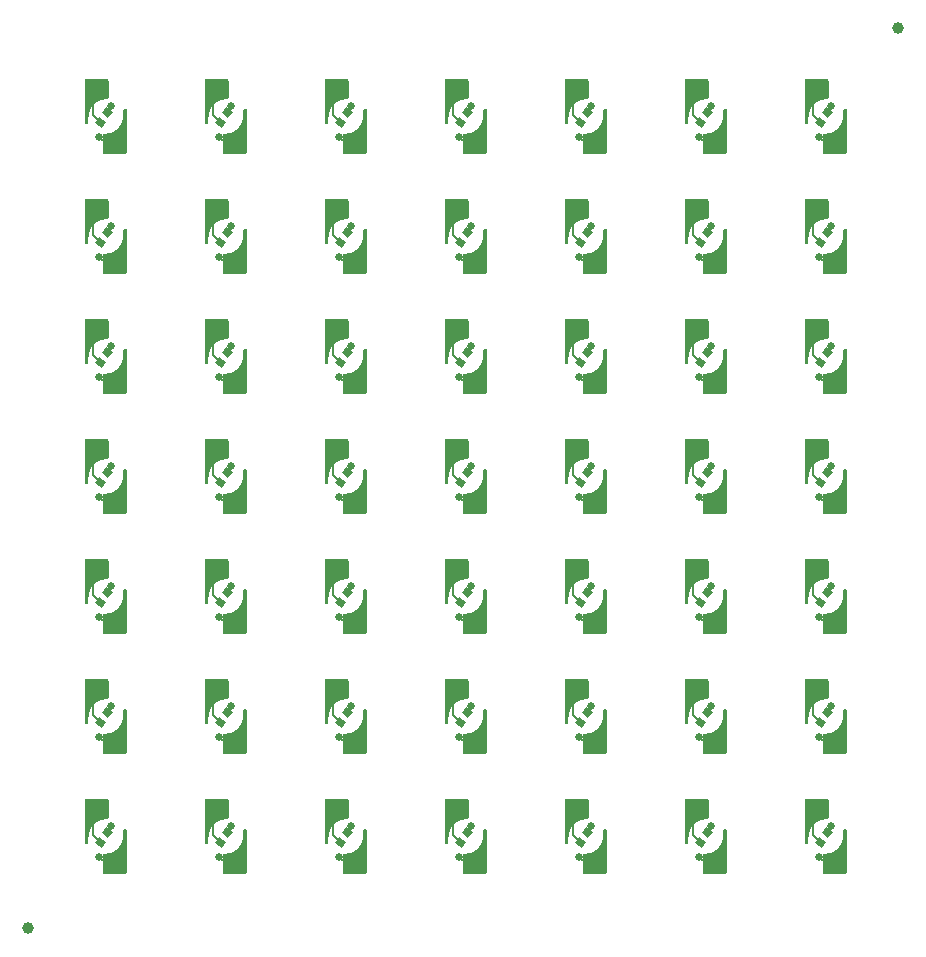
<source format=gtl>
G75*
%MOIN*%
%OFA0B0*%
%FSLAX25Y25*%
%IPPOS*%
%LPD*%
%AMOC8*
5,1,8,0,0,1.08239X$1,22.5*
%
%ADD10R,0.01969X0.01969*%
%ADD11C,0.00039*%
%ADD12R,0.02362X0.02756*%
%ADD13C,0.03937*%
%ADD14C,0.02600*%
%ADD15C,0.00800*%
D10*
X0120144Y0050022D03*
X0128018Y0034274D03*
X0160144Y0050022D03*
X0168018Y0034274D03*
X0200144Y0050022D03*
X0208018Y0034274D03*
X0240144Y0050022D03*
X0248018Y0034274D03*
X0280144Y0050022D03*
X0288018Y0034274D03*
X0320144Y0050022D03*
X0328018Y0034274D03*
X0360144Y0050022D03*
X0368018Y0034274D03*
X0368018Y0074274D03*
X0360144Y0090022D03*
X0328018Y0074274D03*
X0320144Y0090022D03*
X0288018Y0074274D03*
X0280144Y0090022D03*
X0288018Y0114274D03*
X0280144Y0130022D03*
X0288018Y0154274D03*
X0280144Y0170022D03*
X0288018Y0194274D03*
X0280144Y0210022D03*
X0288018Y0234274D03*
X0280144Y0250022D03*
X0288018Y0274274D03*
X0280144Y0290022D03*
X0248018Y0274274D03*
X0240144Y0290022D03*
X0208018Y0274274D03*
X0200144Y0290022D03*
X0168018Y0274274D03*
X0160144Y0290022D03*
X0128018Y0274274D03*
X0120144Y0290022D03*
X0120144Y0250022D03*
X0128018Y0234274D03*
X0120144Y0210022D03*
X0128018Y0194274D03*
X0120144Y0170022D03*
X0128018Y0154274D03*
X0120144Y0130022D03*
X0128018Y0114274D03*
X0120144Y0090022D03*
X0128018Y0074274D03*
X0160144Y0090022D03*
X0168018Y0074274D03*
X0200144Y0090022D03*
X0208018Y0074274D03*
X0240144Y0090022D03*
X0248018Y0074274D03*
X0248018Y0114274D03*
X0240144Y0130022D03*
X0248018Y0154274D03*
X0240144Y0170022D03*
X0208018Y0154274D03*
X0200144Y0170022D03*
X0168018Y0154274D03*
X0160144Y0170022D03*
X0168018Y0194274D03*
X0160144Y0210022D03*
X0168018Y0234274D03*
X0160144Y0250022D03*
X0200144Y0250022D03*
X0208018Y0234274D03*
X0200144Y0210022D03*
X0208018Y0194274D03*
X0240144Y0210022D03*
X0248018Y0194274D03*
X0248018Y0234274D03*
X0240144Y0250022D03*
X0320144Y0250022D03*
X0328018Y0234274D03*
X0320144Y0210022D03*
X0328018Y0194274D03*
X0360144Y0210022D03*
X0368018Y0194274D03*
X0360144Y0170022D03*
X0368018Y0154274D03*
X0360144Y0130022D03*
X0368018Y0114274D03*
X0328018Y0114274D03*
X0320144Y0130022D03*
X0328018Y0154274D03*
X0320144Y0170022D03*
X0368018Y0234274D03*
X0360144Y0250022D03*
X0368018Y0274274D03*
X0360144Y0290022D03*
X0328018Y0274274D03*
X0320144Y0290022D03*
X0200144Y0130022D03*
X0208018Y0114274D03*
X0168018Y0114274D03*
X0160144Y0130022D03*
D11*
X0161410Y0127394D02*
X0157192Y0127394D01*
X0157192Y0127431D02*
X0161491Y0127431D01*
X0161572Y0127469D02*
X0157192Y0127469D01*
X0157192Y0127507D02*
X0161654Y0127507D01*
X0161735Y0127545D02*
X0157192Y0127545D01*
X0157192Y0127583D02*
X0161816Y0127583D01*
X0161897Y0127621D02*
X0157192Y0127621D01*
X0157192Y0127659D02*
X0161979Y0127659D01*
X0162060Y0127697D02*
X0157192Y0127697D01*
X0157192Y0127734D02*
X0162200Y0127734D01*
X0162062Y0127697D02*
X0163056Y0127964D01*
X0164081Y0128054D01*
X0164239Y0128054D01*
X0164412Y0128076D01*
X0164573Y0128143D01*
X0164712Y0128250D01*
X0164818Y0128388D01*
X0164885Y0128550D01*
X0164908Y0128723D01*
X0164908Y0133723D01*
X0164880Y0133937D01*
X0164797Y0134136D01*
X0164666Y0134307D01*
X0164495Y0134439D01*
X0164295Y0134521D01*
X0164081Y0134550D01*
X0157979Y0134550D01*
X0157775Y0134523D01*
X0157585Y0134444D01*
X0157422Y0134319D01*
X0157297Y0134156D01*
X0157218Y0133966D01*
X0157192Y0133762D01*
X0157192Y0120219D01*
X0157209Y0120109D01*
X0157259Y0120011D01*
X0157338Y0119932D01*
X0157436Y0119882D01*
X0157546Y0119865D01*
X0157625Y0119865D01*
X0157767Y0119883D01*
X0157900Y0119938D01*
X0158014Y0120026D01*
X0158102Y0120140D01*
X0158157Y0120273D01*
X0158176Y0120416D01*
X0158176Y0122148D01*
X0158266Y0123174D01*
X0158532Y0124168D01*
X0158967Y0125101D01*
X0159557Y0125944D01*
X0160285Y0126672D01*
X0161129Y0127262D01*
X0162062Y0127697D01*
X0162341Y0127772D02*
X0157192Y0127772D01*
X0157192Y0127810D02*
X0162483Y0127810D01*
X0162624Y0127848D02*
X0157192Y0127848D01*
X0157192Y0127886D02*
X0162765Y0127886D01*
X0162907Y0127924D02*
X0157192Y0127924D01*
X0157192Y0127962D02*
X0163048Y0127962D01*
X0163465Y0128000D02*
X0157192Y0128000D01*
X0157192Y0128038D02*
X0163898Y0128038D01*
X0164405Y0128075D02*
X0157192Y0128075D01*
X0157192Y0128113D02*
X0164501Y0128113D01*
X0164584Y0128151D02*
X0157192Y0128151D01*
X0157192Y0128189D02*
X0164633Y0128189D01*
X0164683Y0128227D02*
X0157192Y0128227D01*
X0157192Y0128265D02*
X0164724Y0128265D01*
X0164753Y0128303D02*
X0157192Y0128303D01*
X0157192Y0128341D02*
X0164782Y0128341D01*
X0164811Y0128378D02*
X0157192Y0128378D01*
X0157192Y0128416D02*
X0164830Y0128416D01*
X0164846Y0128454D02*
X0157192Y0128454D01*
X0157192Y0128492D02*
X0164861Y0128492D01*
X0164877Y0128530D02*
X0157192Y0128530D01*
X0157192Y0128568D02*
X0164888Y0128568D01*
X0164893Y0128606D02*
X0157192Y0128606D01*
X0157192Y0128644D02*
X0164898Y0128644D01*
X0164903Y0128681D02*
X0157192Y0128681D01*
X0157192Y0128719D02*
X0164908Y0128719D01*
X0164908Y0128757D02*
X0157192Y0128757D01*
X0157192Y0128795D02*
X0164908Y0128795D01*
X0164908Y0128833D02*
X0157192Y0128833D01*
X0157192Y0128871D02*
X0164908Y0128871D01*
X0164908Y0128909D02*
X0157192Y0128909D01*
X0157192Y0128947D02*
X0164908Y0128947D01*
X0164908Y0128985D02*
X0157192Y0128985D01*
X0157192Y0129022D02*
X0164908Y0129022D01*
X0164908Y0129060D02*
X0157192Y0129060D01*
X0157192Y0129098D02*
X0164908Y0129098D01*
X0164908Y0129136D02*
X0157192Y0129136D01*
X0157192Y0129174D02*
X0164908Y0129174D01*
X0164908Y0129212D02*
X0157192Y0129212D01*
X0157192Y0129250D02*
X0164908Y0129250D01*
X0164908Y0129288D02*
X0157192Y0129288D01*
X0157192Y0129325D02*
X0164908Y0129325D01*
X0164908Y0129363D02*
X0157192Y0129363D01*
X0157192Y0129401D02*
X0164908Y0129401D01*
X0164908Y0129439D02*
X0157192Y0129439D01*
X0157192Y0129477D02*
X0164908Y0129477D01*
X0164908Y0129515D02*
X0157192Y0129515D01*
X0157192Y0129553D02*
X0164908Y0129553D01*
X0164908Y0129591D02*
X0157192Y0129591D01*
X0157192Y0129629D02*
X0164908Y0129629D01*
X0164908Y0129666D02*
X0157192Y0129666D01*
X0157192Y0129704D02*
X0164908Y0129704D01*
X0164908Y0129742D02*
X0157192Y0129742D01*
X0157192Y0129780D02*
X0164908Y0129780D01*
X0164908Y0129818D02*
X0157192Y0129818D01*
X0157192Y0129856D02*
X0164908Y0129856D01*
X0164908Y0129894D02*
X0157192Y0129894D01*
X0157192Y0129932D02*
X0164908Y0129932D01*
X0164908Y0129969D02*
X0157192Y0129969D01*
X0157192Y0130007D02*
X0164908Y0130007D01*
X0164908Y0130045D02*
X0157192Y0130045D01*
X0157192Y0130083D02*
X0164908Y0130083D01*
X0164908Y0130121D02*
X0157192Y0130121D01*
X0157192Y0130159D02*
X0164908Y0130159D01*
X0164908Y0130197D02*
X0157192Y0130197D01*
X0157192Y0130235D02*
X0164908Y0130235D01*
X0164908Y0130273D02*
X0157192Y0130273D01*
X0157192Y0130310D02*
X0164908Y0130310D01*
X0164908Y0130348D02*
X0157192Y0130348D01*
X0157192Y0130386D02*
X0164908Y0130386D01*
X0164908Y0130424D02*
X0157192Y0130424D01*
X0157192Y0130462D02*
X0164908Y0130462D01*
X0164908Y0130500D02*
X0157192Y0130500D01*
X0157192Y0130538D02*
X0164908Y0130538D01*
X0164908Y0130576D02*
X0157192Y0130576D01*
X0157192Y0130613D02*
X0164908Y0130613D01*
X0164908Y0130651D02*
X0157192Y0130651D01*
X0157192Y0130689D02*
X0164908Y0130689D01*
X0164908Y0130727D02*
X0157192Y0130727D01*
X0157192Y0130765D02*
X0164908Y0130765D01*
X0164908Y0130803D02*
X0157192Y0130803D01*
X0157192Y0130841D02*
X0164908Y0130841D01*
X0164908Y0130879D02*
X0157192Y0130879D01*
X0157192Y0130916D02*
X0164908Y0130916D01*
X0164908Y0130954D02*
X0157192Y0130954D01*
X0157192Y0130992D02*
X0164908Y0130992D01*
X0164908Y0131030D02*
X0157192Y0131030D01*
X0157192Y0131068D02*
X0164908Y0131068D01*
X0164908Y0131106D02*
X0157192Y0131106D01*
X0157192Y0131144D02*
X0164908Y0131144D01*
X0164908Y0131182D02*
X0157192Y0131182D01*
X0157192Y0131220D02*
X0164908Y0131220D01*
X0164908Y0131257D02*
X0157192Y0131257D01*
X0157192Y0131295D02*
X0164908Y0131295D01*
X0164908Y0131333D02*
X0157192Y0131333D01*
X0157192Y0131371D02*
X0164908Y0131371D01*
X0164908Y0131409D02*
X0157192Y0131409D01*
X0157192Y0131447D02*
X0164908Y0131447D01*
X0164908Y0131485D02*
X0157192Y0131485D01*
X0157192Y0131523D02*
X0164908Y0131523D01*
X0164908Y0131560D02*
X0157192Y0131560D01*
X0157192Y0131598D02*
X0164908Y0131598D01*
X0164908Y0131636D02*
X0157192Y0131636D01*
X0157192Y0131674D02*
X0164908Y0131674D01*
X0164908Y0131712D02*
X0157192Y0131712D01*
X0157192Y0131750D02*
X0164908Y0131750D01*
X0164908Y0131788D02*
X0157192Y0131788D01*
X0157192Y0131826D02*
X0164908Y0131826D01*
X0164908Y0131864D02*
X0157192Y0131864D01*
X0157192Y0131901D02*
X0164908Y0131901D01*
X0164908Y0131939D02*
X0157192Y0131939D01*
X0157192Y0131977D02*
X0164908Y0131977D01*
X0164908Y0132015D02*
X0157192Y0132015D01*
X0157192Y0132053D02*
X0164908Y0132053D01*
X0164908Y0132091D02*
X0157192Y0132091D01*
X0157192Y0132129D02*
X0164908Y0132129D01*
X0164908Y0132167D02*
X0157192Y0132167D01*
X0157192Y0132204D02*
X0164908Y0132204D01*
X0164908Y0132242D02*
X0157192Y0132242D01*
X0157192Y0132280D02*
X0164908Y0132280D01*
X0164908Y0132318D02*
X0157192Y0132318D01*
X0157192Y0132356D02*
X0164908Y0132356D01*
X0164908Y0132394D02*
X0157192Y0132394D01*
X0157192Y0132432D02*
X0164908Y0132432D01*
X0164908Y0132470D02*
X0157192Y0132470D01*
X0157192Y0132508D02*
X0164908Y0132508D01*
X0164908Y0132545D02*
X0157192Y0132545D01*
X0157192Y0132583D02*
X0164908Y0132583D01*
X0164908Y0132621D02*
X0157192Y0132621D01*
X0157192Y0132659D02*
X0164908Y0132659D01*
X0164908Y0132697D02*
X0157192Y0132697D01*
X0157192Y0132735D02*
X0164908Y0132735D01*
X0164908Y0132773D02*
X0157192Y0132773D01*
X0157192Y0132811D02*
X0164908Y0132811D01*
X0164908Y0132848D02*
X0157192Y0132848D01*
X0157192Y0132886D02*
X0164908Y0132886D01*
X0164908Y0132924D02*
X0157192Y0132924D01*
X0157192Y0132962D02*
X0164908Y0132962D01*
X0164908Y0133000D02*
X0157192Y0133000D01*
X0157192Y0133038D02*
X0164908Y0133038D01*
X0164908Y0133076D02*
X0157192Y0133076D01*
X0157192Y0133114D02*
X0164908Y0133114D01*
X0164908Y0133152D02*
X0157192Y0133152D01*
X0157192Y0133189D02*
X0164908Y0133189D01*
X0164908Y0133227D02*
X0157192Y0133227D01*
X0157192Y0133265D02*
X0164908Y0133265D01*
X0164908Y0133303D02*
X0157192Y0133303D01*
X0157192Y0133341D02*
X0164908Y0133341D01*
X0164908Y0133379D02*
X0157192Y0133379D01*
X0157192Y0133417D02*
X0164908Y0133417D01*
X0164908Y0133455D02*
X0157192Y0133455D01*
X0157192Y0133492D02*
X0164908Y0133492D01*
X0164908Y0133530D02*
X0157192Y0133530D01*
X0157192Y0133568D02*
X0164908Y0133568D01*
X0164908Y0133606D02*
X0157192Y0133606D01*
X0157192Y0133644D02*
X0164908Y0133644D01*
X0164908Y0133682D02*
X0157192Y0133682D01*
X0157192Y0133720D02*
X0164908Y0133720D01*
X0164904Y0133758D02*
X0157192Y0133758D01*
X0157196Y0133795D02*
X0164899Y0133795D01*
X0164894Y0133833D02*
X0157201Y0133833D01*
X0157206Y0133871D02*
X0164889Y0133871D01*
X0164884Y0133909D02*
X0157211Y0133909D01*
X0157216Y0133947D02*
X0164876Y0133947D01*
X0164860Y0133985D02*
X0157226Y0133985D01*
X0157242Y0134023D02*
X0164844Y0134023D01*
X0164829Y0134061D02*
X0157258Y0134061D01*
X0157273Y0134099D02*
X0164813Y0134099D01*
X0164797Y0134136D02*
X0157289Y0134136D01*
X0157311Y0134174D02*
X0164768Y0134174D01*
X0164739Y0134212D02*
X0157340Y0134212D01*
X0157369Y0134250D02*
X0164710Y0134250D01*
X0164681Y0134288D02*
X0157398Y0134288D01*
X0157431Y0134326D02*
X0164642Y0134326D01*
X0164593Y0134364D02*
X0157481Y0134364D01*
X0157530Y0134402D02*
X0164543Y0134402D01*
X0164493Y0134439D02*
X0157579Y0134439D01*
X0157666Y0134477D02*
X0164402Y0134477D01*
X0164310Y0134515D02*
X0157757Y0134515D01*
X0157192Y0127356D02*
X0161329Y0127356D01*
X0161247Y0127318D02*
X0157192Y0127318D01*
X0157192Y0127280D02*
X0161166Y0127280D01*
X0161100Y0127242D02*
X0157192Y0127242D01*
X0157192Y0127204D02*
X0161045Y0127204D01*
X0160991Y0127166D02*
X0157192Y0127166D01*
X0157192Y0127128D02*
X0160937Y0127128D01*
X0160883Y0127090D02*
X0157192Y0127090D01*
X0157192Y0127053D02*
X0160829Y0127053D01*
X0160775Y0127015D02*
X0157192Y0127015D01*
X0157192Y0126977D02*
X0160721Y0126977D01*
X0160667Y0126939D02*
X0157192Y0126939D01*
X0157192Y0126901D02*
X0160613Y0126901D01*
X0160559Y0126863D02*
X0157192Y0126863D01*
X0157192Y0126825D02*
X0160504Y0126825D01*
X0160450Y0126787D02*
X0157192Y0126787D01*
X0157192Y0126750D02*
X0160396Y0126750D01*
X0160342Y0126712D02*
X0157192Y0126712D01*
X0157192Y0126674D02*
X0160288Y0126674D01*
X0160249Y0126636D02*
X0157192Y0126636D01*
X0157192Y0126598D02*
X0160211Y0126598D01*
X0160174Y0126560D02*
X0157192Y0126560D01*
X0157192Y0126522D02*
X0160136Y0126522D01*
X0160098Y0126484D02*
X0157192Y0126484D01*
X0157192Y0126446D02*
X0160060Y0126446D01*
X0160022Y0126409D02*
X0157192Y0126409D01*
X0157192Y0126371D02*
X0159984Y0126371D01*
X0159946Y0126333D02*
X0157192Y0126333D01*
X0157192Y0126295D02*
X0159908Y0126295D01*
X0159871Y0126257D02*
X0157192Y0126257D01*
X0157192Y0126219D02*
X0159833Y0126219D01*
X0159795Y0126181D02*
X0157192Y0126181D01*
X0157192Y0126143D02*
X0159757Y0126143D01*
X0159719Y0126106D02*
X0157192Y0126106D01*
X0157192Y0126068D02*
X0159681Y0126068D01*
X0159643Y0126030D02*
X0157192Y0126030D01*
X0157192Y0125992D02*
X0159605Y0125992D01*
X0159567Y0125954D02*
X0157192Y0125954D01*
X0157192Y0125916D02*
X0159538Y0125916D01*
X0159511Y0125878D02*
X0157192Y0125878D01*
X0157192Y0125840D02*
X0159485Y0125840D01*
X0159458Y0125803D02*
X0157192Y0125803D01*
X0157192Y0125765D02*
X0159432Y0125765D01*
X0159405Y0125727D02*
X0157192Y0125727D01*
X0157192Y0125689D02*
X0159379Y0125689D01*
X0159352Y0125651D02*
X0157192Y0125651D01*
X0157192Y0125613D02*
X0159326Y0125613D01*
X0159299Y0125575D02*
X0157192Y0125575D01*
X0157192Y0125537D02*
X0159273Y0125537D01*
X0159246Y0125499D02*
X0157192Y0125499D01*
X0157192Y0125462D02*
X0159220Y0125462D01*
X0159193Y0125424D02*
X0157192Y0125424D01*
X0157192Y0125386D02*
X0159167Y0125386D01*
X0159140Y0125348D02*
X0157192Y0125348D01*
X0157192Y0125310D02*
X0159114Y0125310D01*
X0159087Y0125272D02*
X0157192Y0125272D01*
X0157192Y0125234D02*
X0159061Y0125234D01*
X0159034Y0125196D02*
X0157192Y0125196D01*
X0157192Y0125159D02*
X0159007Y0125159D01*
X0158981Y0125121D02*
X0157192Y0125121D01*
X0157192Y0125083D02*
X0158959Y0125083D01*
X0158941Y0125045D02*
X0157192Y0125045D01*
X0157192Y0125007D02*
X0158923Y0125007D01*
X0158906Y0124969D02*
X0157192Y0124969D01*
X0157192Y0124931D02*
X0158888Y0124931D01*
X0158870Y0124893D02*
X0157192Y0124893D01*
X0157192Y0124855D02*
X0158853Y0124855D01*
X0158835Y0124818D02*
X0157192Y0124818D01*
X0157192Y0124780D02*
X0158817Y0124780D01*
X0158800Y0124742D02*
X0157192Y0124742D01*
X0157192Y0124704D02*
X0158782Y0124704D01*
X0158764Y0124666D02*
X0157192Y0124666D01*
X0157192Y0124628D02*
X0158747Y0124628D01*
X0158729Y0124590D02*
X0157192Y0124590D01*
X0157192Y0124552D02*
X0158711Y0124552D01*
X0158694Y0124515D02*
X0157192Y0124515D01*
X0157192Y0124477D02*
X0158676Y0124477D01*
X0158658Y0124439D02*
X0157192Y0124439D01*
X0157192Y0124401D02*
X0158641Y0124401D01*
X0158623Y0124363D02*
X0157192Y0124363D01*
X0157192Y0124325D02*
X0158605Y0124325D01*
X0158588Y0124287D02*
X0157192Y0124287D01*
X0157192Y0124249D02*
X0158570Y0124249D01*
X0158552Y0124211D02*
X0157192Y0124211D01*
X0157192Y0124174D02*
X0158535Y0124174D01*
X0158523Y0124136D02*
X0157192Y0124136D01*
X0157192Y0124098D02*
X0158513Y0124098D01*
X0158503Y0124060D02*
X0157192Y0124060D01*
X0157192Y0124022D02*
X0158493Y0124022D01*
X0158483Y0123984D02*
X0157192Y0123984D01*
X0157192Y0123946D02*
X0158473Y0123946D01*
X0158462Y0123908D02*
X0157192Y0123908D01*
X0157192Y0123871D02*
X0158452Y0123871D01*
X0158442Y0123833D02*
X0157192Y0123833D01*
X0157192Y0123795D02*
X0158432Y0123795D01*
X0158422Y0123757D02*
X0157192Y0123757D01*
X0157192Y0123719D02*
X0158412Y0123719D01*
X0158402Y0123681D02*
X0157192Y0123681D01*
X0157192Y0123643D02*
X0158391Y0123643D01*
X0158381Y0123605D02*
X0157192Y0123605D01*
X0157192Y0123568D02*
X0158371Y0123568D01*
X0158361Y0123530D02*
X0157192Y0123530D01*
X0157192Y0123492D02*
X0158351Y0123492D01*
X0158341Y0123454D02*
X0157192Y0123454D01*
X0157192Y0123416D02*
X0158331Y0123416D01*
X0158320Y0123378D02*
X0157192Y0123378D01*
X0157192Y0123340D02*
X0158310Y0123340D01*
X0158300Y0123302D02*
X0157192Y0123302D01*
X0157192Y0123264D02*
X0158290Y0123264D01*
X0158280Y0123227D02*
X0157192Y0123227D01*
X0157192Y0123189D02*
X0158270Y0123189D01*
X0158264Y0123151D02*
X0157192Y0123151D01*
X0157192Y0123113D02*
X0158260Y0123113D01*
X0158257Y0123075D02*
X0157192Y0123075D01*
X0157192Y0123037D02*
X0158254Y0123037D01*
X0158250Y0122999D02*
X0157192Y0122999D01*
X0157192Y0122961D02*
X0158247Y0122961D01*
X0158244Y0122924D02*
X0157192Y0122924D01*
X0157192Y0122886D02*
X0158240Y0122886D01*
X0158237Y0122848D02*
X0157192Y0122848D01*
X0157192Y0122810D02*
X0158234Y0122810D01*
X0158230Y0122772D02*
X0157192Y0122772D01*
X0157192Y0122734D02*
X0158227Y0122734D01*
X0158224Y0122696D02*
X0157192Y0122696D01*
X0157192Y0122658D02*
X0158220Y0122658D01*
X0158217Y0122620D02*
X0157192Y0122620D01*
X0157192Y0122583D02*
X0158214Y0122583D01*
X0158211Y0122545D02*
X0157192Y0122545D01*
X0157192Y0122507D02*
X0158207Y0122507D01*
X0158204Y0122469D02*
X0157192Y0122469D01*
X0157192Y0122431D02*
X0158201Y0122431D01*
X0158197Y0122393D02*
X0157192Y0122393D01*
X0157192Y0122355D02*
X0158194Y0122355D01*
X0158191Y0122317D02*
X0157192Y0122317D01*
X0157192Y0122280D02*
X0158187Y0122280D01*
X0158184Y0122242D02*
X0157192Y0122242D01*
X0157192Y0122204D02*
X0158181Y0122204D01*
X0158177Y0122166D02*
X0157192Y0122166D01*
X0157192Y0122128D02*
X0158176Y0122128D01*
X0158176Y0122090D02*
X0157192Y0122090D01*
X0157192Y0122052D02*
X0158176Y0122052D01*
X0158176Y0122014D02*
X0157192Y0122014D01*
X0157192Y0121976D02*
X0158176Y0121976D01*
X0158176Y0121939D02*
X0157192Y0121939D01*
X0157192Y0121901D02*
X0158176Y0121901D01*
X0158176Y0121863D02*
X0157192Y0121863D01*
X0157192Y0121825D02*
X0158176Y0121825D01*
X0158176Y0121787D02*
X0157192Y0121787D01*
X0157192Y0121749D02*
X0158176Y0121749D01*
X0158176Y0121711D02*
X0157192Y0121711D01*
X0157192Y0121673D02*
X0158176Y0121673D01*
X0158176Y0121636D02*
X0157192Y0121636D01*
X0157192Y0121598D02*
X0158176Y0121598D01*
X0158176Y0121560D02*
X0157192Y0121560D01*
X0157192Y0121522D02*
X0158176Y0121522D01*
X0158176Y0121484D02*
X0157192Y0121484D01*
X0157192Y0121446D02*
X0158176Y0121446D01*
X0158176Y0121408D02*
X0157192Y0121408D01*
X0157192Y0121370D02*
X0158176Y0121370D01*
X0158176Y0121333D02*
X0157192Y0121333D01*
X0157192Y0121295D02*
X0158176Y0121295D01*
X0158176Y0121257D02*
X0157192Y0121257D01*
X0157192Y0121219D02*
X0158176Y0121219D01*
X0158176Y0121181D02*
X0157192Y0121181D01*
X0157192Y0121143D02*
X0158176Y0121143D01*
X0158176Y0121105D02*
X0157192Y0121105D01*
X0157192Y0121067D02*
X0158176Y0121067D01*
X0158176Y0121029D02*
X0157192Y0121029D01*
X0157192Y0120992D02*
X0158176Y0120992D01*
X0158176Y0120954D02*
X0157192Y0120954D01*
X0157192Y0120916D02*
X0158176Y0120916D01*
X0158176Y0120878D02*
X0157192Y0120878D01*
X0157192Y0120840D02*
X0158176Y0120840D01*
X0158176Y0120802D02*
X0157192Y0120802D01*
X0157192Y0120764D02*
X0158176Y0120764D01*
X0158176Y0120726D02*
X0157192Y0120726D01*
X0157192Y0120689D02*
X0158176Y0120689D01*
X0158176Y0120651D02*
X0157192Y0120651D01*
X0157192Y0120613D02*
X0158176Y0120613D01*
X0158176Y0120575D02*
X0157192Y0120575D01*
X0157192Y0120537D02*
X0158176Y0120537D01*
X0158176Y0120499D02*
X0157192Y0120499D01*
X0157192Y0120461D02*
X0158176Y0120461D01*
X0158176Y0120423D02*
X0157192Y0120423D01*
X0157192Y0120385D02*
X0158172Y0120385D01*
X0158167Y0120348D02*
X0157192Y0120348D01*
X0157192Y0120310D02*
X0158162Y0120310D01*
X0158157Y0120272D02*
X0157192Y0120272D01*
X0157192Y0120234D02*
X0158141Y0120234D01*
X0158125Y0120196D02*
X0157195Y0120196D01*
X0157201Y0120158D02*
X0158109Y0120158D01*
X0158087Y0120120D02*
X0157207Y0120120D01*
X0157223Y0120082D02*
X0158058Y0120082D01*
X0158029Y0120045D02*
X0157242Y0120045D01*
X0157263Y0120007D02*
X0157989Y0120007D01*
X0157940Y0119969D02*
X0157301Y0119969D01*
X0157340Y0119931D02*
X0157882Y0119931D01*
X0157791Y0119893D02*
X0157415Y0119893D01*
X0163344Y0115908D02*
X0163277Y0115746D01*
X0163255Y0115573D01*
X0163255Y0110573D01*
X0163283Y0110359D01*
X0163365Y0110160D01*
X0163497Y0109989D01*
X0163668Y0109857D01*
X0163867Y0109775D01*
X0164081Y0109746D01*
X0170184Y0109746D01*
X0170388Y0109773D01*
X0170577Y0109852D01*
X0170741Y0109977D01*
X0170866Y0110140D01*
X0170944Y0110330D01*
X0170971Y0110534D01*
X0170971Y0124077D01*
X0170954Y0124187D01*
X0170903Y0124285D01*
X0170825Y0124364D01*
X0170726Y0124414D01*
X0170617Y0124431D01*
X0170538Y0124431D01*
X0170395Y0124413D01*
X0170262Y0124358D01*
X0170148Y0124270D01*
X0170061Y0124156D01*
X0170006Y0124023D01*
X0169987Y0123880D01*
X0169987Y0122148D01*
X0169897Y0121123D01*
X0169631Y0120128D01*
X0169196Y0119195D01*
X0168605Y0118352D01*
X0167877Y0117624D01*
X0167034Y0117034D01*
X0166101Y0116599D01*
X0165107Y0116332D01*
X0164081Y0116243D01*
X0163924Y0116243D01*
X0163751Y0116220D01*
X0163589Y0116153D01*
X0163451Y0116046D01*
X0163344Y0115908D01*
X0163350Y0115915D02*
X0170971Y0115915D01*
X0170971Y0115878D02*
X0163332Y0115878D01*
X0163316Y0115840D02*
X0170971Y0115840D01*
X0170971Y0115802D02*
X0163300Y0115802D01*
X0163285Y0115764D02*
X0170971Y0115764D01*
X0170971Y0115726D02*
X0163275Y0115726D01*
X0163270Y0115688D02*
X0170971Y0115688D01*
X0170971Y0115650D02*
X0163265Y0115650D01*
X0163260Y0115612D02*
X0170971Y0115612D01*
X0170971Y0115575D02*
X0163255Y0115575D01*
X0163255Y0115537D02*
X0170971Y0115537D01*
X0170971Y0115499D02*
X0163255Y0115499D01*
X0163255Y0115461D02*
X0170971Y0115461D01*
X0170971Y0115423D02*
X0163255Y0115423D01*
X0163255Y0115385D02*
X0170971Y0115385D01*
X0170971Y0115347D02*
X0163255Y0115347D01*
X0163255Y0115309D02*
X0170971Y0115309D01*
X0170971Y0115271D02*
X0163255Y0115271D01*
X0163255Y0115234D02*
X0170971Y0115234D01*
X0170971Y0115196D02*
X0163255Y0115196D01*
X0163255Y0115158D02*
X0170971Y0115158D01*
X0170971Y0115120D02*
X0163255Y0115120D01*
X0163255Y0115082D02*
X0170971Y0115082D01*
X0170971Y0115044D02*
X0163255Y0115044D01*
X0163255Y0115006D02*
X0170971Y0115006D01*
X0170971Y0114968D02*
X0163255Y0114968D01*
X0163255Y0114931D02*
X0170971Y0114931D01*
X0170971Y0114893D02*
X0163255Y0114893D01*
X0163255Y0114855D02*
X0170971Y0114855D01*
X0170971Y0114817D02*
X0163255Y0114817D01*
X0163255Y0114779D02*
X0170971Y0114779D01*
X0170971Y0114741D02*
X0163255Y0114741D01*
X0163255Y0114703D02*
X0170971Y0114703D01*
X0170971Y0114665D02*
X0163255Y0114665D01*
X0163255Y0114627D02*
X0170971Y0114627D01*
X0170971Y0114590D02*
X0163255Y0114590D01*
X0163255Y0114552D02*
X0170971Y0114552D01*
X0170971Y0114514D02*
X0163255Y0114514D01*
X0163255Y0114476D02*
X0170971Y0114476D01*
X0170971Y0114438D02*
X0163255Y0114438D01*
X0163255Y0114400D02*
X0170971Y0114400D01*
X0170971Y0114362D02*
X0163255Y0114362D01*
X0163255Y0114324D02*
X0170971Y0114324D01*
X0170971Y0114287D02*
X0163255Y0114287D01*
X0163255Y0114249D02*
X0170971Y0114249D01*
X0170971Y0114211D02*
X0163255Y0114211D01*
X0163255Y0114173D02*
X0170971Y0114173D01*
X0170971Y0114135D02*
X0163255Y0114135D01*
X0163255Y0114097D02*
X0170971Y0114097D01*
X0170971Y0114059D02*
X0163255Y0114059D01*
X0163255Y0114021D02*
X0170971Y0114021D01*
X0170971Y0113984D02*
X0163255Y0113984D01*
X0163255Y0113946D02*
X0170971Y0113946D01*
X0170971Y0113908D02*
X0163255Y0113908D01*
X0163255Y0113870D02*
X0170971Y0113870D01*
X0170971Y0113832D02*
X0163255Y0113832D01*
X0163255Y0113794D02*
X0170971Y0113794D01*
X0170971Y0113756D02*
X0163255Y0113756D01*
X0163255Y0113718D02*
X0170971Y0113718D01*
X0170971Y0113680D02*
X0163255Y0113680D01*
X0163255Y0113643D02*
X0170971Y0113643D01*
X0170971Y0113605D02*
X0163255Y0113605D01*
X0163255Y0113567D02*
X0170971Y0113567D01*
X0170971Y0113529D02*
X0163255Y0113529D01*
X0163255Y0113491D02*
X0170971Y0113491D01*
X0170971Y0113453D02*
X0163255Y0113453D01*
X0163255Y0113415D02*
X0170971Y0113415D01*
X0170971Y0113377D02*
X0163255Y0113377D01*
X0163255Y0113340D02*
X0170971Y0113340D01*
X0170971Y0113302D02*
X0163255Y0113302D01*
X0163255Y0113264D02*
X0170971Y0113264D01*
X0170971Y0113226D02*
X0163255Y0113226D01*
X0163255Y0113188D02*
X0170971Y0113188D01*
X0170971Y0113150D02*
X0163255Y0113150D01*
X0163255Y0113112D02*
X0170971Y0113112D01*
X0170971Y0113074D02*
X0163255Y0113074D01*
X0163255Y0113036D02*
X0170971Y0113036D01*
X0170971Y0112999D02*
X0163255Y0112999D01*
X0163255Y0112961D02*
X0170971Y0112961D01*
X0170971Y0112923D02*
X0163255Y0112923D01*
X0163255Y0112885D02*
X0170971Y0112885D01*
X0170971Y0112847D02*
X0163255Y0112847D01*
X0163255Y0112809D02*
X0170971Y0112809D01*
X0170971Y0112771D02*
X0163255Y0112771D01*
X0163255Y0112733D02*
X0170971Y0112733D01*
X0170971Y0112696D02*
X0163255Y0112696D01*
X0163255Y0112658D02*
X0170971Y0112658D01*
X0170971Y0112620D02*
X0163255Y0112620D01*
X0163255Y0112582D02*
X0170971Y0112582D01*
X0170971Y0112544D02*
X0163255Y0112544D01*
X0163255Y0112506D02*
X0170971Y0112506D01*
X0170971Y0112468D02*
X0163255Y0112468D01*
X0163255Y0112430D02*
X0170971Y0112430D01*
X0170971Y0112392D02*
X0163255Y0112392D01*
X0163255Y0112355D02*
X0170971Y0112355D01*
X0170971Y0112317D02*
X0163255Y0112317D01*
X0163255Y0112279D02*
X0170971Y0112279D01*
X0170971Y0112241D02*
X0163255Y0112241D01*
X0163255Y0112203D02*
X0170971Y0112203D01*
X0170971Y0112165D02*
X0163255Y0112165D01*
X0163255Y0112127D02*
X0170971Y0112127D01*
X0170971Y0112089D02*
X0163255Y0112089D01*
X0163255Y0112052D02*
X0170971Y0112052D01*
X0170971Y0112014D02*
X0163255Y0112014D01*
X0163255Y0111976D02*
X0170971Y0111976D01*
X0170971Y0111938D02*
X0163255Y0111938D01*
X0163255Y0111900D02*
X0170971Y0111900D01*
X0170971Y0111862D02*
X0163255Y0111862D01*
X0163255Y0111824D02*
X0170971Y0111824D01*
X0170971Y0111786D02*
X0163255Y0111786D01*
X0163255Y0111749D02*
X0170971Y0111749D01*
X0170971Y0111711D02*
X0163255Y0111711D01*
X0163255Y0111673D02*
X0170971Y0111673D01*
X0170971Y0111635D02*
X0163255Y0111635D01*
X0163255Y0111597D02*
X0170971Y0111597D01*
X0170971Y0111559D02*
X0163255Y0111559D01*
X0163255Y0111521D02*
X0170971Y0111521D01*
X0170971Y0111483D02*
X0163255Y0111483D01*
X0163255Y0111445D02*
X0170971Y0111445D01*
X0170971Y0111408D02*
X0163255Y0111408D01*
X0163255Y0111370D02*
X0170971Y0111370D01*
X0170971Y0111332D02*
X0163255Y0111332D01*
X0163255Y0111294D02*
X0170971Y0111294D01*
X0170971Y0111256D02*
X0163255Y0111256D01*
X0163255Y0111218D02*
X0170971Y0111218D01*
X0170971Y0111180D02*
X0163255Y0111180D01*
X0163255Y0111142D02*
X0170971Y0111142D01*
X0170971Y0111105D02*
X0163255Y0111105D01*
X0163255Y0111067D02*
X0170971Y0111067D01*
X0170971Y0111029D02*
X0163255Y0111029D01*
X0163255Y0110991D02*
X0170971Y0110991D01*
X0170971Y0110953D02*
X0163255Y0110953D01*
X0163255Y0110915D02*
X0170971Y0110915D01*
X0170971Y0110877D02*
X0163255Y0110877D01*
X0163255Y0110839D02*
X0170971Y0110839D01*
X0170971Y0110801D02*
X0163255Y0110801D01*
X0163255Y0110764D02*
X0170971Y0110764D01*
X0170971Y0110726D02*
X0163255Y0110726D01*
X0163255Y0110688D02*
X0170971Y0110688D01*
X0170971Y0110650D02*
X0163255Y0110650D01*
X0163255Y0110612D02*
X0170971Y0110612D01*
X0170971Y0110574D02*
X0163255Y0110574D01*
X0163259Y0110536D02*
X0170971Y0110536D01*
X0170966Y0110498D02*
X0163264Y0110498D01*
X0163269Y0110461D02*
X0170961Y0110461D01*
X0170956Y0110423D02*
X0163274Y0110423D01*
X0163279Y0110385D02*
X0170951Y0110385D01*
X0170947Y0110347D02*
X0163288Y0110347D01*
X0163304Y0110309D02*
X0170936Y0110309D01*
X0170920Y0110271D02*
X0163319Y0110271D01*
X0163335Y0110233D02*
X0170904Y0110233D01*
X0170888Y0110195D02*
X0163351Y0110195D01*
X0163367Y0110157D02*
X0170873Y0110157D01*
X0170850Y0110120D02*
X0163396Y0110120D01*
X0163425Y0110082D02*
X0170821Y0110082D01*
X0170792Y0110044D02*
X0163454Y0110044D01*
X0163483Y0110006D02*
X0170763Y0110006D01*
X0170729Y0109968D02*
X0163523Y0109968D01*
X0163573Y0109930D02*
X0170679Y0109930D01*
X0170630Y0109892D02*
X0163622Y0109892D01*
X0163675Y0109854D02*
X0170581Y0109854D01*
X0170492Y0109817D02*
X0163766Y0109817D01*
X0163858Y0109779D02*
X0170401Y0109779D01*
X0170971Y0115953D02*
X0163379Y0115953D01*
X0163408Y0115991D02*
X0170971Y0115991D01*
X0170971Y0116029D02*
X0163437Y0116029D01*
X0163477Y0116067D02*
X0170971Y0116067D01*
X0170971Y0116105D02*
X0163527Y0116105D01*
X0163576Y0116143D02*
X0170971Y0116143D01*
X0170971Y0116181D02*
X0163656Y0116181D01*
X0163748Y0116219D02*
X0170971Y0116219D01*
X0170971Y0116256D02*
X0164240Y0116256D01*
X0164673Y0116294D02*
X0170971Y0116294D01*
X0170971Y0116332D02*
X0165106Y0116332D01*
X0165248Y0116370D02*
X0170971Y0116370D01*
X0170971Y0116408D02*
X0165389Y0116408D01*
X0165531Y0116446D02*
X0170971Y0116446D01*
X0170971Y0116484D02*
X0165672Y0116484D01*
X0165813Y0116522D02*
X0170971Y0116522D01*
X0170971Y0116559D02*
X0165955Y0116559D01*
X0166096Y0116597D02*
X0170971Y0116597D01*
X0170971Y0116635D02*
X0166180Y0116635D01*
X0166261Y0116673D02*
X0170971Y0116673D01*
X0170971Y0116711D02*
X0166342Y0116711D01*
X0166423Y0116749D02*
X0170971Y0116749D01*
X0170971Y0116787D02*
X0166504Y0116787D01*
X0166586Y0116825D02*
X0170971Y0116825D01*
X0170971Y0116862D02*
X0166667Y0116862D01*
X0166748Y0116900D02*
X0170971Y0116900D01*
X0170971Y0116938D02*
X0166829Y0116938D01*
X0166911Y0116976D02*
X0170971Y0116976D01*
X0170971Y0117014D02*
X0166992Y0117014D01*
X0167060Y0117052D02*
X0170971Y0117052D01*
X0170971Y0117090D02*
X0167114Y0117090D01*
X0167168Y0117128D02*
X0170971Y0117128D01*
X0170971Y0117166D02*
X0167222Y0117166D01*
X0167277Y0117203D02*
X0170971Y0117203D01*
X0170971Y0117241D02*
X0167331Y0117241D01*
X0167385Y0117279D02*
X0170971Y0117279D01*
X0170971Y0117317D02*
X0167439Y0117317D01*
X0167493Y0117355D02*
X0170971Y0117355D01*
X0170971Y0117393D02*
X0167547Y0117393D01*
X0167601Y0117431D02*
X0170971Y0117431D01*
X0170971Y0117469D02*
X0167655Y0117469D01*
X0167709Y0117506D02*
X0170971Y0117506D01*
X0170971Y0117544D02*
X0167763Y0117544D01*
X0167818Y0117582D02*
X0170971Y0117582D01*
X0170971Y0117620D02*
X0167872Y0117620D01*
X0167911Y0117658D02*
X0170971Y0117658D01*
X0170971Y0117696D02*
X0167949Y0117696D01*
X0167987Y0117734D02*
X0170971Y0117734D01*
X0170971Y0117772D02*
X0168025Y0117772D01*
X0168063Y0117810D02*
X0170971Y0117810D01*
X0170971Y0117847D02*
X0168101Y0117847D01*
X0168138Y0117885D02*
X0170971Y0117885D01*
X0170971Y0117923D02*
X0168176Y0117923D01*
X0168214Y0117961D02*
X0170971Y0117961D01*
X0170971Y0117999D02*
X0168252Y0117999D01*
X0168290Y0118037D02*
X0170971Y0118037D01*
X0170971Y0118075D02*
X0168328Y0118075D01*
X0168366Y0118113D02*
X0170971Y0118113D01*
X0170971Y0118150D02*
X0168404Y0118150D01*
X0168442Y0118188D02*
X0170971Y0118188D01*
X0170971Y0118226D02*
X0168479Y0118226D01*
X0168517Y0118264D02*
X0170971Y0118264D01*
X0170971Y0118302D02*
X0168555Y0118302D01*
X0168593Y0118340D02*
X0170971Y0118340D01*
X0170971Y0118378D02*
X0168623Y0118378D01*
X0168650Y0118416D02*
X0170971Y0118416D01*
X0170971Y0118454D02*
X0168676Y0118454D01*
X0168703Y0118491D02*
X0170971Y0118491D01*
X0170971Y0118529D02*
X0168729Y0118529D01*
X0168756Y0118567D02*
X0170971Y0118567D01*
X0170971Y0118605D02*
X0168782Y0118605D01*
X0168809Y0118643D02*
X0170971Y0118643D01*
X0170971Y0118681D02*
X0168835Y0118681D01*
X0168862Y0118719D02*
X0170971Y0118719D01*
X0170971Y0118757D02*
X0168888Y0118757D01*
X0168915Y0118794D02*
X0170971Y0118794D01*
X0170971Y0118832D02*
X0168942Y0118832D01*
X0168968Y0118870D02*
X0170971Y0118870D01*
X0170971Y0118908D02*
X0168995Y0118908D01*
X0169021Y0118946D02*
X0170971Y0118946D01*
X0170971Y0118984D02*
X0169048Y0118984D01*
X0169074Y0119022D02*
X0170971Y0119022D01*
X0170971Y0119060D02*
X0169101Y0119060D01*
X0169127Y0119098D02*
X0170971Y0119098D01*
X0170971Y0119135D02*
X0169154Y0119135D01*
X0169180Y0119173D02*
X0170971Y0119173D01*
X0170971Y0119211D02*
X0169203Y0119211D01*
X0169221Y0119249D02*
X0170971Y0119249D01*
X0170971Y0119287D02*
X0169238Y0119287D01*
X0169256Y0119325D02*
X0170971Y0119325D01*
X0170971Y0119363D02*
X0169274Y0119363D01*
X0169291Y0119401D02*
X0170971Y0119401D01*
X0170971Y0119438D02*
X0169309Y0119438D01*
X0169327Y0119476D02*
X0170971Y0119476D01*
X0170971Y0119514D02*
X0169344Y0119514D01*
X0169362Y0119552D02*
X0170971Y0119552D01*
X0170971Y0119590D02*
X0169380Y0119590D01*
X0169397Y0119628D02*
X0170971Y0119628D01*
X0170971Y0119666D02*
X0169415Y0119666D01*
X0169433Y0119704D02*
X0170971Y0119704D01*
X0170971Y0119741D02*
X0169450Y0119741D01*
X0169468Y0119779D02*
X0170971Y0119779D01*
X0170971Y0119817D02*
X0169486Y0119817D01*
X0169503Y0119855D02*
X0170971Y0119855D01*
X0170971Y0119893D02*
X0169521Y0119893D01*
X0169539Y0119931D02*
X0170971Y0119931D01*
X0170971Y0119969D02*
X0169556Y0119969D01*
X0169574Y0120007D02*
X0170971Y0120007D01*
X0170971Y0120045D02*
X0169592Y0120045D01*
X0169609Y0120082D02*
X0170971Y0120082D01*
X0170971Y0120120D02*
X0169627Y0120120D01*
X0169639Y0120158D02*
X0170971Y0120158D01*
X0170971Y0120196D02*
X0169649Y0120196D01*
X0169659Y0120234D02*
X0170971Y0120234D01*
X0170971Y0120272D02*
X0169669Y0120272D01*
X0169679Y0120310D02*
X0170971Y0120310D01*
X0170971Y0120348D02*
X0169690Y0120348D01*
X0169700Y0120385D02*
X0170971Y0120385D01*
X0170971Y0120423D02*
X0169710Y0120423D01*
X0169720Y0120461D02*
X0170971Y0120461D01*
X0170971Y0120499D02*
X0169730Y0120499D01*
X0169740Y0120537D02*
X0170971Y0120537D01*
X0170971Y0120575D02*
X0169750Y0120575D01*
X0169761Y0120613D02*
X0170971Y0120613D01*
X0170971Y0120651D02*
X0169771Y0120651D01*
X0169781Y0120689D02*
X0170971Y0120689D01*
X0170971Y0120726D02*
X0169791Y0120726D01*
X0169801Y0120764D02*
X0170971Y0120764D01*
X0170971Y0120802D02*
X0169811Y0120802D01*
X0169821Y0120840D02*
X0170971Y0120840D01*
X0170971Y0120878D02*
X0169832Y0120878D01*
X0169842Y0120916D02*
X0170971Y0120916D01*
X0170971Y0120954D02*
X0169852Y0120954D01*
X0169862Y0120992D02*
X0170971Y0120992D01*
X0170971Y0121029D02*
X0169872Y0121029D01*
X0169882Y0121067D02*
X0170971Y0121067D01*
X0170971Y0121105D02*
X0169893Y0121105D01*
X0169899Y0121143D02*
X0170971Y0121143D01*
X0170971Y0121181D02*
X0169902Y0121181D01*
X0169906Y0121219D02*
X0170971Y0121219D01*
X0170971Y0121257D02*
X0169909Y0121257D01*
X0169912Y0121295D02*
X0170971Y0121295D01*
X0170971Y0121333D02*
X0169916Y0121333D01*
X0169919Y0121370D02*
X0170971Y0121370D01*
X0170971Y0121408D02*
X0169922Y0121408D01*
X0169925Y0121446D02*
X0170971Y0121446D01*
X0170971Y0121484D02*
X0169929Y0121484D01*
X0169932Y0121522D02*
X0170971Y0121522D01*
X0170971Y0121560D02*
X0169935Y0121560D01*
X0169939Y0121598D02*
X0170971Y0121598D01*
X0170971Y0121636D02*
X0169942Y0121636D01*
X0169945Y0121673D02*
X0170971Y0121673D01*
X0170971Y0121711D02*
X0169949Y0121711D01*
X0169952Y0121749D02*
X0170971Y0121749D01*
X0170971Y0121787D02*
X0169955Y0121787D01*
X0169959Y0121825D02*
X0170971Y0121825D01*
X0170971Y0121863D02*
X0169962Y0121863D01*
X0169965Y0121901D02*
X0170971Y0121901D01*
X0170971Y0121939D02*
X0169969Y0121939D01*
X0169972Y0121976D02*
X0170971Y0121976D01*
X0170971Y0122014D02*
X0169975Y0122014D01*
X0169978Y0122052D02*
X0170971Y0122052D01*
X0170971Y0122090D02*
X0169982Y0122090D01*
X0169985Y0122128D02*
X0170971Y0122128D01*
X0170971Y0122166D02*
X0169987Y0122166D01*
X0169987Y0122204D02*
X0170971Y0122204D01*
X0170971Y0122242D02*
X0169987Y0122242D01*
X0169987Y0122280D02*
X0170971Y0122280D01*
X0170971Y0122317D02*
X0169987Y0122317D01*
X0169987Y0122355D02*
X0170971Y0122355D01*
X0170971Y0122393D02*
X0169987Y0122393D01*
X0169987Y0122431D02*
X0170971Y0122431D01*
X0170971Y0122469D02*
X0169987Y0122469D01*
X0169987Y0122507D02*
X0170971Y0122507D01*
X0170971Y0122545D02*
X0169987Y0122545D01*
X0169987Y0122583D02*
X0170971Y0122583D01*
X0170971Y0122620D02*
X0169987Y0122620D01*
X0169987Y0122658D02*
X0170971Y0122658D01*
X0170971Y0122696D02*
X0169987Y0122696D01*
X0169987Y0122734D02*
X0170971Y0122734D01*
X0170971Y0122772D02*
X0169987Y0122772D01*
X0169987Y0122810D02*
X0170971Y0122810D01*
X0170971Y0122848D02*
X0169987Y0122848D01*
X0169987Y0122886D02*
X0170971Y0122886D01*
X0170971Y0122924D02*
X0169987Y0122924D01*
X0169987Y0122961D02*
X0170971Y0122961D01*
X0170971Y0122999D02*
X0169987Y0122999D01*
X0169987Y0123037D02*
X0170971Y0123037D01*
X0170971Y0123075D02*
X0169987Y0123075D01*
X0169987Y0123113D02*
X0170971Y0123113D01*
X0170971Y0123151D02*
X0169987Y0123151D01*
X0169987Y0123189D02*
X0170971Y0123189D01*
X0170971Y0123227D02*
X0169987Y0123227D01*
X0169987Y0123264D02*
X0170971Y0123264D01*
X0170971Y0123302D02*
X0169987Y0123302D01*
X0169987Y0123340D02*
X0170971Y0123340D01*
X0170971Y0123378D02*
X0169987Y0123378D01*
X0169987Y0123416D02*
X0170971Y0123416D01*
X0170971Y0123454D02*
X0169987Y0123454D01*
X0169987Y0123492D02*
X0170971Y0123492D01*
X0170971Y0123530D02*
X0169987Y0123530D01*
X0169987Y0123568D02*
X0170971Y0123568D01*
X0170971Y0123605D02*
X0169987Y0123605D01*
X0169987Y0123643D02*
X0170971Y0123643D01*
X0170971Y0123681D02*
X0169987Y0123681D01*
X0169987Y0123719D02*
X0170971Y0123719D01*
X0170971Y0123757D02*
X0169987Y0123757D01*
X0169987Y0123795D02*
X0170971Y0123795D01*
X0170971Y0123833D02*
X0169987Y0123833D01*
X0169987Y0123871D02*
X0170971Y0123871D01*
X0170971Y0123908D02*
X0169991Y0123908D01*
X0169996Y0123946D02*
X0170971Y0123946D01*
X0170971Y0123984D02*
X0170001Y0123984D01*
X0170006Y0124022D02*
X0170971Y0124022D01*
X0170971Y0124060D02*
X0170021Y0124060D01*
X0170037Y0124098D02*
X0170968Y0124098D01*
X0170962Y0124136D02*
X0170052Y0124136D01*
X0170074Y0124174D02*
X0170956Y0124174D01*
X0170941Y0124211D02*
X0170103Y0124211D01*
X0170132Y0124249D02*
X0170922Y0124249D01*
X0170902Y0124287D02*
X0170171Y0124287D01*
X0170220Y0124325D02*
X0170864Y0124325D01*
X0170826Y0124363D02*
X0170275Y0124363D01*
X0170367Y0124401D02*
X0170752Y0124401D01*
X0197192Y0124401D02*
X0198641Y0124401D01*
X0198658Y0124439D02*
X0197192Y0124439D01*
X0197192Y0124477D02*
X0198676Y0124477D01*
X0198694Y0124515D02*
X0197192Y0124515D01*
X0197192Y0124552D02*
X0198711Y0124552D01*
X0198729Y0124590D02*
X0197192Y0124590D01*
X0197192Y0124628D02*
X0198747Y0124628D01*
X0198764Y0124666D02*
X0197192Y0124666D01*
X0197192Y0124704D02*
X0198782Y0124704D01*
X0198800Y0124742D02*
X0197192Y0124742D01*
X0197192Y0124780D02*
X0198817Y0124780D01*
X0198835Y0124818D02*
X0197192Y0124818D01*
X0197192Y0124855D02*
X0198853Y0124855D01*
X0198870Y0124893D02*
X0197192Y0124893D01*
X0197192Y0124931D02*
X0198888Y0124931D01*
X0198906Y0124969D02*
X0197192Y0124969D01*
X0197192Y0125007D02*
X0198923Y0125007D01*
X0198941Y0125045D02*
X0197192Y0125045D01*
X0197192Y0125083D02*
X0198959Y0125083D01*
X0198967Y0125101D02*
X0199557Y0125944D01*
X0200285Y0126672D01*
X0201129Y0127262D01*
X0202062Y0127697D01*
X0203056Y0127964D01*
X0204081Y0128054D01*
X0204239Y0128054D01*
X0204412Y0128076D01*
X0204573Y0128143D01*
X0204712Y0128250D01*
X0204818Y0128388D01*
X0204885Y0128550D01*
X0204908Y0128723D01*
X0204908Y0133723D01*
X0204880Y0133937D01*
X0204797Y0134136D01*
X0204666Y0134307D01*
X0204495Y0134439D01*
X0204295Y0134521D01*
X0204081Y0134550D01*
X0197979Y0134550D01*
X0197775Y0134523D01*
X0197585Y0134444D01*
X0197422Y0134319D01*
X0197297Y0134156D01*
X0197218Y0133966D01*
X0197192Y0133762D01*
X0197192Y0120219D01*
X0197209Y0120109D01*
X0197259Y0120011D01*
X0197338Y0119932D01*
X0197436Y0119882D01*
X0197546Y0119865D01*
X0197625Y0119865D01*
X0197767Y0119883D01*
X0197900Y0119938D01*
X0198014Y0120026D01*
X0198102Y0120140D01*
X0198157Y0120273D01*
X0198176Y0120416D01*
X0198176Y0122148D01*
X0198266Y0123174D01*
X0198532Y0124168D01*
X0198967Y0125101D01*
X0198981Y0125121D02*
X0197192Y0125121D01*
X0197192Y0125159D02*
X0199007Y0125159D01*
X0199034Y0125196D02*
X0197192Y0125196D01*
X0197192Y0125234D02*
X0199061Y0125234D01*
X0199087Y0125272D02*
X0197192Y0125272D01*
X0197192Y0125310D02*
X0199114Y0125310D01*
X0199140Y0125348D02*
X0197192Y0125348D01*
X0197192Y0125386D02*
X0199167Y0125386D01*
X0199193Y0125424D02*
X0197192Y0125424D01*
X0197192Y0125462D02*
X0199220Y0125462D01*
X0199246Y0125499D02*
X0197192Y0125499D01*
X0197192Y0125537D02*
X0199273Y0125537D01*
X0199299Y0125575D02*
X0197192Y0125575D01*
X0197192Y0125613D02*
X0199326Y0125613D01*
X0199352Y0125651D02*
X0197192Y0125651D01*
X0197192Y0125689D02*
X0199379Y0125689D01*
X0199405Y0125727D02*
X0197192Y0125727D01*
X0197192Y0125765D02*
X0199432Y0125765D01*
X0199458Y0125803D02*
X0197192Y0125803D01*
X0197192Y0125840D02*
X0199485Y0125840D01*
X0199511Y0125878D02*
X0197192Y0125878D01*
X0197192Y0125916D02*
X0199538Y0125916D01*
X0199567Y0125954D02*
X0197192Y0125954D01*
X0197192Y0125992D02*
X0199605Y0125992D01*
X0199643Y0126030D02*
X0197192Y0126030D01*
X0197192Y0126068D02*
X0199681Y0126068D01*
X0199719Y0126106D02*
X0197192Y0126106D01*
X0197192Y0126143D02*
X0199757Y0126143D01*
X0199795Y0126181D02*
X0197192Y0126181D01*
X0197192Y0126219D02*
X0199833Y0126219D01*
X0199871Y0126257D02*
X0197192Y0126257D01*
X0197192Y0126295D02*
X0199908Y0126295D01*
X0199946Y0126333D02*
X0197192Y0126333D01*
X0197192Y0126371D02*
X0199984Y0126371D01*
X0200022Y0126409D02*
X0197192Y0126409D01*
X0197192Y0126446D02*
X0200060Y0126446D01*
X0200098Y0126484D02*
X0197192Y0126484D01*
X0197192Y0126522D02*
X0200136Y0126522D01*
X0200174Y0126560D02*
X0197192Y0126560D01*
X0197192Y0126598D02*
X0200211Y0126598D01*
X0200249Y0126636D02*
X0197192Y0126636D01*
X0197192Y0126674D02*
X0200288Y0126674D01*
X0200342Y0126712D02*
X0197192Y0126712D01*
X0197192Y0126750D02*
X0200396Y0126750D01*
X0200450Y0126787D02*
X0197192Y0126787D01*
X0197192Y0126825D02*
X0200504Y0126825D01*
X0200559Y0126863D02*
X0197192Y0126863D01*
X0197192Y0126901D02*
X0200613Y0126901D01*
X0200667Y0126939D02*
X0197192Y0126939D01*
X0197192Y0126977D02*
X0200721Y0126977D01*
X0200775Y0127015D02*
X0197192Y0127015D01*
X0197192Y0127053D02*
X0200829Y0127053D01*
X0200883Y0127090D02*
X0197192Y0127090D01*
X0197192Y0127128D02*
X0200937Y0127128D01*
X0200991Y0127166D02*
X0197192Y0127166D01*
X0197192Y0127204D02*
X0201045Y0127204D01*
X0201100Y0127242D02*
X0197192Y0127242D01*
X0197192Y0127280D02*
X0201166Y0127280D01*
X0201247Y0127318D02*
X0197192Y0127318D01*
X0197192Y0127356D02*
X0201329Y0127356D01*
X0201410Y0127394D02*
X0197192Y0127394D01*
X0197192Y0127431D02*
X0201491Y0127431D01*
X0201572Y0127469D02*
X0197192Y0127469D01*
X0197192Y0127507D02*
X0201654Y0127507D01*
X0201735Y0127545D02*
X0197192Y0127545D01*
X0197192Y0127583D02*
X0201816Y0127583D01*
X0201897Y0127621D02*
X0197192Y0127621D01*
X0197192Y0127659D02*
X0201979Y0127659D01*
X0202060Y0127697D02*
X0197192Y0127697D01*
X0197192Y0127734D02*
X0202200Y0127734D01*
X0202341Y0127772D02*
X0197192Y0127772D01*
X0197192Y0127810D02*
X0202483Y0127810D01*
X0202624Y0127848D02*
X0197192Y0127848D01*
X0197192Y0127886D02*
X0202765Y0127886D01*
X0202907Y0127924D02*
X0197192Y0127924D01*
X0197192Y0127962D02*
X0203048Y0127962D01*
X0203465Y0128000D02*
X0197192Y0128000D01*
X0197192Y0128038D02*
X0203898Y0128038D01*
X0204405Y0128075D02*
X0197192Y0128075D01*
X0197192Y0128113D02*
X0204501Y0128113D01*
X0204584Y0128151D02*
X0197192Y0128151D01*
X0197192Y0128189D02*
X0204633Y0128189D01*
X0204683Y0128227D02*
X0197192Y0128227D01*
X0197192Y0128265D02*
X0204724Y0128265D01*
X0204753Y0128303D02*
X0197192Y0128303D01*
X0197192Y0128341D02*
X0204782Y0128341D01*
X0204811Y0128378D02*
X0197192Y0128378D01*
X0197192Y0128416D02*
X0204830Y0128416D01*
X0204846Y0128454D02*
X0197192Y0128454D01*
X0197192Y0128492D02*
X0204861Y0128492D01*
X0204877Y0128530D02*
X0197192Y0128530D01*
X0197192Y0128568D02*
X0204888Y0128568D01*
X0204893Y0128606D02*
X0197192Y0128606D01*
X0197192Y0128644D02*
X0204898Y0128644D01*
X0204903Y0128681D02*
X0197192Y0128681D01*
X0197192Y0128719D02*
X0204908Y0128719D01*
X0204908Y0128757D02*
X0197192Y0128757D01*
X0197192Y0128795D02*
X0204908Y0128795D01*
X0204908Y0128833D02*
X0197192Y0128833D01*
X0197192Y0128871D02*
X0204908Y0128871D01*
X0204908Y0128909D02*
X0197192Y0128909D01*
X0197192Y0128947D02*
X0204908Y0128947D01*
X0204908Y0128985D02*
X0197192Y0128985D01*
X0197192Y0129022D02*
X0204908Y0129022D01*
X0204908Y0129060D02*
X0197192Y0129060D01*
X0197192Y0129098D02*
X0204908Y0129098D01*
X0204908Y0129136D02*
X0197192Y0129136D01*
X0197192Y0129174D02*
X0204908Y0129174D01*
X0204908Y0129212D02*
X0197192Y0129212D01*
X0197192Y0129250D02*
X0204908Y0129250D01*
X0204908Y0129288D02*
X0197192Y0129288D01*
X0197192Y0129325D02*
X0204908Y0129325D01*
X0204908Y0129363D02*
X0197192Y0129363D01*
X0197192Y0129401D02*
X0204908Y0129401D01*
X0204908Y0129439D02*
X0197192Y0129439D01*
X0197192Y0129477D02*
X0204908Y0129477D01*
X0204908Y0129515D02*
X0197192Y0129515D01*
X0197192Y0129553D02*
X0204908Y0129553D01*
X0204908Y0129591D02*
X0197192Y0129591D01*
X0197192Y0129629D02*
X0204908Y0129629D01*
X0204908Y0129666D02*
X0197192Y0129666D01*
X0197192Y0129704D02*
X0204908Y0129704D01*
X0204908Y0129742D02*
X0197192Y0129742D01*
X0197192Y0129780D02*
X0204908Y0129780D01*
X0204908Y0129818D02*
X0197192Y0129818D01*
X0197192Y0129856D02*
X0204908Y0129856D01*
X0204908Y0129894D02*
X0197192Y0129894D01*
X0197192Y0129932D02*
X0204908Y0129932D01*
X0204908Y0129969D02*
X0197192Y0129969D01*
X0197192Y0130007D02*
X0204908Y0130007D01*
X0204908Y0130045D02*
X0197192Y0130045D01*
X0197192Y0130083D02*
X0204908Y0130083D01*
X0204908Y0130121D02*
X0197192Y0130121D01*
X0197192Y0130159D02*
X0204908Y0130159D01*
X0204908Y0130197D02*
X0197192Y0130197D01*
X0197192Y0130235D02*
X0204908Y0130235D01*
X0204908Y0130273D02*
X0197192Y0130273D01*
X0197192Y0130310D02*
X0204908Y0130310D01*
X0204908Y0130348D02*
X0197192Y0130348D01*
X0197192Y0130386D02*
X0204908Y0130386D01*
X0204908Y0130424D02*
X0197192Y0130424D01*
X0197192Y0130462D02*
X0204908Y0130462D01*
X0204908Y0130500D02*
X0197192Y0130500D01*
X0197192Y0130538D02*
X0204908Y0130538D01*
X0204908Y0130576D02*
X0197192Y0130576D01*
X0197192Y0130613D02*
X0204908Y0130613D01*
X0204908Y0130651D02*
X0197192Y0130651D01*
X0197192Y0130689D02*
X0204908Y0130689D01*
X0204908Y0130727D02*
X0197192Y0130727D01*
X0197192Y0130765D02*
X0204908Y0130765D01*
X0204908Y0130803D02*
X0197192Y0130803D01*
X0197192Y0130841D02*
X0204908Y0130841D01*
X0204908Y0130879D02*
X0197192Y0130879D01*
X0197192Y0130916D02*
X0204908Y0130916D01*
X0204908Y0130954D02*
X0197192Y0130954D01*
X0197192Y0130992D02*
X0204908Y0130992D01*
X0204908Y0131030D02*
X0197192Y0131030D01*
X0197192Y0131068D02*
X0204908Y0131068D01*
X0204908Y0131106D02*
X0197192Y0131106D01*
X0197192Y0131144D02*
X0204908Y0131144D01*
X0204908Y0131182D02*
X0197192Y0131182D01*
X0197192Y0131220D02*
X0204908Y0131220D01*
X0204908Y0131257D02*
X0197192Y0131257D01*
X0197192Y0131295D02*
X0204908Y0131295D01*
X0204908Y0131333D02*
X0197192Y0131333D01*
X0197192Y0131371D02*
X0204908Y0131371D01*
X0204908Y0131409D02*
X0197192Y0131409D01*
X0197192Y0131447D02*
X0204908Y0131447D01*
X0204908Y0131485D02*
X0197192Y0131485D01*
X0197192Y0131523D02*
X0204908Y0131523D01*
X0204908Y0131560D02*
X0197192Y0131560D01*
X0197192Y0131598D02*
X0204908Y0131598D01*
X0204908Y0131636D02*
X0197192Y0131636D01*
X0197192Y0131674D02*
X0204908Y0131674D01*
X0204908Y0131712D02*
X0197192Y0131712D01*
X0197192Y0131750D02*
X0204908Y0131750D01*
X0204908Y0131788D02*
X0197192Y0131788D01*
X0197192Y0131826D02*
X0204908Y0131826D01*
X0204908Y0131864D02*
X0197192Y0131864D01*
X0197192Y0131901D02*
X0204908Y0131901D01*
X0204908Y0131939D02*
X0197192Y0131939D01*
X0197192Y0131977D02*
X0204908Y0131977D01*
X0204908Y0132015D02*
X0197192Y0132015D01*
X0197192Y0132053D02*
X0204908Y0132053D01*
X0204908Y0132091D02*
X0197192Y0132091D01*
X0197192Y0132129D02*
X0204908Y0132129D01*
X0204908Y0132167D02*
X0197192Y0132167D01*
X0197192Y0132204D02*
X0204908Y0132204D01*
X0204908Y0132242D02*
X0197192Y0132242D01*
X0197192Y0132280D02*
X0204908Y0132280D01*
X0204908Y0132318D02*
X0197192Y0132318D01*
X0197192Y0132356D02*
X0204908Y0132356D01*
X0204908Y0132394D02*
X0197192Y0132394D01*
X0197192Y0132432D02*
X0204908Y0132432D01*
X0204908Y0132470D02*
X0197192Y0132470D01*
X0197192Y0132508D02*
X0204908Y0132508D01*
X0204908Y0132545D02*
X0197192Y0132545D01*
X0197192Y0132583D02*
X0204908Y0132583D01*
X0204908Y0132621D02*
X0197192Y0132621D01*
X0197192Y0132659D02*
X0204908Y0132659D01*
X0204908Y0132697D02*
X0197192Y0132697D01*
X0197192Y0132735D02*
X0204908Y0132735D01*
X0204908Y0132773D02*
X0197192Y0132773D01*
X0197192Y0132811D02*
X0204908Y0132811D01*
X0204908Y0132848D02*
X0197192Y0132848D01*
X0197192Y0132886D02*
X0204908Y0132886D01*
X0204908Y0132924D02*
X0197192Y0132924D01*
X0197192Y0132962D02*
X0204908Y0132962D01*
X0204908Y0133000D02*
X0197192Y0133000D01*
X0197192Y0133038D02*
X0204908Y0133038D01*
X0204908Y0133076D02*
X0197192Y0133076D01*
X0197192Y0133114D02*
X0204908Y0133114D01*
X0204908Y0133152D02*
X0197192Y0133152D01*
X0197192Y0133189D02*
X0204908Y0133189D01*
X0204908Y0133227D02*
X0197192Y0133227D01*
X0197192Y0133265D02*
X0204908Y0133265D01*
X0204908Y0133303D02*
X0197192Y0133303D01*
X0197192Y0133341D02*
X0204908Y0133341D01*
X0204908Y0133379D02*
X0197192Y0133379D01*
X0197192Y0133417D02*
X0204908Y0133417D01*
X0204908Y0133455D02*
X0197192Y0133455D01*
X0197192Y0133492D02*
X0204908Y0133492D01*
X0204908Y0133530D02*
X0197192Y0133530D01*
X0197192Y0133568D02*
X0204908Y0133568D01*
X0204908Y0133606D02*
X0197192Y0133606D01*
X0197192Y0133644D02*
X0204908Y0133644D01*
X0204908Y0133682D02*
X0197192Y0133682D01*
X0197192Y0133720D02*
X0204908Y0133720D01*
X0204904Y0133758D02*
X0197192Y0133758D01*
X0197196Y0133795D02*
X0204899Y0133795D01*
X0204894Y0133833D02*
X0197201Y0133833D01*
X0197206Y0133871D02*
X0204889Y0133871D01*
X0204884Y0133909D02*
X0197211Y0133909D01*
X0197216Y0133947D02*
X0204876Y0133947D01*
X0204860Y0133985D02*
X0197226Y0133985D01*
X0197242Y0134023D02*
X0204844Y0134023D01*
X0204829Y0134061D02*
X0197258Y0134061D01*
X0197273Y0134099D02*
X0204813Y0134099D01*
X0204797Y0134136D02*
X0197289Y0134136D01*
X0197311Y0134174D02*
X0204768Y0134174D01*
X0204739Y0134212D02*
X0197340Y0134212D01*
X0197369Y0134250D02*
X0204710Y0134250D01*
X0204681Y0134288D02*
X0197398Y0134288D01*
X0197431Y0134326D02*
X0204642Y0134326D01*
X0204593Y0134364D02*
X0197481Y0134364D01*
X0197530Y0134402D02*
X0204543Y0134402D01*
X0204493Y0134439D02*
X0197579Y0134439D01*
X0197666Y0134477D02*
X0204402Y0134477D01*
X0204310Y0134515D02*
X0197757Y0134515D01*
X0197192Y0124363D02*
X0198623Y0124363D01*
X0198605Y0124325D02*
X0197192Y0124325D01*
X0197192Y0124287D02*
X0198588Y0124287D01*
X0198570Y0124249D02*
X0197192Y0124249D01*
X0197192Y0124211D02*
X0198552Y0124211D01*
X0198535Y0124174D02*
X0197192Y0124174D01*
X0197192Y0124136D02*
X0198523Y0124136D01*
X0198513Y0124098D02*
X0197192Y0124098D01*
X0197192Y0124060D02*
X0198503Y0124060D01*
X0198493Y0124022D02*
X0197192Y0124022D01*
X0197192Y0123984D02*
X0198483Y0123984D01*
X0198473Y0123946D02*
X0197192Y0123946D01*
X0197192Y0123908D02*
X0198462Y0123908D01*
X0198452Y0123871D02*
X0197192Y0123871D01*
X0197192Y0123833D02*
X0198442Y0123833D01*
X0198432Y0123795D02*
X0197192Y0123795D01*
X0197192Y0123757D02*
X0198422Y0123757D01*
X0198412Y0123719D02*
X0197192Y0123719D01*
X0197192Y0123681D02*
X0198402Y0123681D01*
X0198391Y0123643D02*
X0197192Y0123643D01*
X0197192Y0123605D02*
X0198381Y0123605D01*
X0198371Y0123568D02*
X0197192Y0123568D01*
X0197192Y0123530D02*
X0198361Y0123530D01*
X0198351Y0123492D02*
X0197192Y0123492D01*
X0197192Y0123454D02*
X0198341Y0123454D01*
X0198331Y0123416D02*
X0197192Y0123416D01*
X0197192Y0123378D02*
X0198320Y0123378D01*
X0198310Y0123340D02*
X0197192Y0123340D01*
X0197192Y0123302D02*
X0198300Y0123302D01*
X0198290Y0123264D02*
X0197192Y0123264D01*
X0197192Y0123227D02*
X0198280Y0123227D01*
X0198270Y0123189D02*
X0197192Y0123189D01*
X0197192Y0123151D02*
X0198264Y0123151D01*
X0198260Y0123113D02*
X0197192Y0123113D01*
X0197192Y0123075D02*
X0198257Y0123075D01*
X0198254Y0123037D02*
X0197192Y0123037D01*
X0197192Y0122999D02*
X0198250Y0122999D01*
X0198247Y0122961D02*
X0197192Y0122961D01*
X0197192Y0122924D02*
X0198244Y0122924D01*
X0198240Y0122886D02*
X0197192Y0122886D01*
X0197192Y0122848D02*
X0198237Y0122848D01*
X0198234Y0122810D02*
X0197192Y0122810D01*
X0197192Y0122772D02*
X0198230Y0122772D01*
X0198227Y0122734D02*
X0197192Y0122734D01*
X0197192Y0122696D02*
X0198224Y0122696D01*
X0198220Y0122658D02*
X0197192Y0122658D01*
X0197192Y0122620D02*
X0198217Y0122620D01*
X0198214Y0122583D02*
X0197192Y0122583D01*
X0197192Y0122545D02*
X0198211Y0122545D01*
X0198207Y0122507D02*
X0197192Y0122507D01*
X0197192Y0122469D02*
X0198204Y0122469D01*
X0198201Y0122431D02*
X0197192Y0122431D01*
X0197192Y0122393D02*
X0198197Y0122393D01*
X0198194Y0122355D02*
X0197192Y0122355D01*
X0197192Y0122317D02*
X0198191Y0122317D01*
X0198187Y0122280D02*
X0197192Y0122280D01*
X0197192Y0122242D02*
X0198184Y0122242D01*
X0198181Y0122204D02*
X0197192Y0122204D01*
X0197192Y0122166D02*
X0198177Y0122166D01*
X0198176Y0122128D02*
X0197192Y0122128D01*
X0197192Y0122090D02*
X0198176Y0122090D01*
X0198176Y0122052D02*
X0197192Y0122052D01*
X0197192Y0122014D02*
X0198176Y0122014D01*
X0198176Y0121976D02*
X0197192Y0121976D01*
X0197192Y0121939D02*
X0198176Y0121939D01*
X0198176Y0121901D02*
X0197192Y0121901D01*
X0197192Y0121863D02*
X0198176Y0121863D01*
X0198176Y0121825D02*
X0197192Y0121825D01*
X0197192Y0121787D02*
X0198176Y0121787D01*
X0198176Y0121749D02*
X0197192Y0121749D01*
X0197192Y0121711D02*
X0198176Y0121711D01*
X0198176Y0121673D02*
X0197192Y0121673D01*
X0197192Y0121636D02*
X0198176Y0121636D01*
X0198176Y0121598D02*
X0197192Y0121598D01*
X0197192Y0121560D02*
X0198176Y0121560D01*
X0198176Y0121522D02*
X0197192Y0121522D01*
X0197192Y0121484D02*
X0198176Y0121484D01*
X0198176Y0121446D02*
X0197192Y0121446D01*
X0197192Y0121408D02*
X0198176Y0121408D01*
X0198176Y0121370D02*
X0197192Y0121370D01*
X0197192Y0121333D02*
X0198176Y0121333D01*
X0198176Y0121295D02*
X0197192Y0121295D01*
X0197192Y0121257D02*
X0198176Y0121257D01*
X0198176Y0121219D02*
X0197192Y0121219D01*
X0197192Y0121181D02*
X0198176Y0121181D01*
X0198176Y0121143D02*
X0197192Y0121143D01*
X0197192Y0121105D02*
X0198176Y0121105D01*
X0198176Y0121067D02*
X0197192Y0121067D01*
X0197192Y0121029D02*
X0198176Y0121029D01*
X0198176Y0120992D02*
X0197192Y0120992D01*
X0197192Y0120954D02*
X0198176Y0120954D01*
X0198176Y0120916D02*
X0197192Y0120916D01*
X0197192Y0120878D02*
X0198176Y0120878D01*
X0198176Y0120840D02*
X0197192Y0120840D01*
X0197192Y0120802D02*
X0198176Y0120802D01*
X0198176Y0120764D02*
X0197192Y0120764D01*
X0197192Y0120726D02*
X0198176Y0120726D01*
X0198176Y0120689D02*
X0197192Y0120689D01*
X0197192Y0120651D02*
X0198176Y0120651D01*
X0198176Y0120613D02*
X0197192Y0120613D01*
X0197192Y0120575D02*
X0198176Y0120575D01*
X0198176Y0120537D02*
X0197192Y0120537D01*
X0197192Y0120499D02*
X0198176Y0120499D01*
X0198176Y0120461D02*
X0197192Y0120461D01*
X0197192Y0120423D02*
X0198176Y0120423D01*
X0198172Y0120385D02*
X0197192Y0120385D01*
X0197192Y0120348D02*
X0198167Y0120348D01*
X0198162Y0120310D02*
X0197192Y0120310D01*
X0197192Y0120272D02*
X0198157Y0120272D01*
X0198141Y0120234D02*
X0197192Y0120234D01*
X0197195Y0120196D02*
X0198125Y0120196D01*
X0198109Y0120158D02*
X0197201Y0120158D01*
X0197207Y0120120D02*
X0198087Y0120120D01*
X0198058Y0120082D02*
X0197223Y0120082D01*
X0197242Y0120045D02*
X0198029Y0120045D01*
X0197989Y0120007D02*
X0197263Y0120007D01*
X0197301Y0119969D02*
X0197940Y0119969D01*
X0197882Y0119931D02*
X0197340Y0119931D01*
X0197415Y0119893D02*
X0197791Y0119893D01*
X0203589Y0116153D02*
X0203751Y0116220D01*
X0203924Y0116243D01*
X0204081Y0116243D01*
X0205107Y0116332D01*
X0206101Y0116599D01*
X0207034Y0117034D01*
X0207877Y0117624D01*
X0208605Y0118352D01*
X0209196Y0119195D01*
X0209631Y0120128D01*
X0209897Y0121123D01*
X0209987Y0122148D01*
X0209987Y0123880D01*
X0210006Y0124023D01*
X0210061Y0124156D01*
X0210148Y0124270D01*
X0210262Y0124358D01*
X0210395Y0124413D01*
X0210538Y0124431D01*
X0210617Y0124431D01*
X0210726Y0124414D01*
X0210825Y0124364D01*
X0210903Y0124285D01*
X0210954Y0124187D01*
X0210971Y0124077D01*
X0210971Y0110534D01*
X0210944Y0110330D01*
X0210866Y0110140D01*
X0210741Y0109977D01*
X0210577Y0109852D01*
X0210388Y0109773D01*
X0210184Y0109746D01*
X0204081Y0109746D01*
X0203867Y0109775D01*
X0203668Y0109857D01*
X0203497Y0109989D01*
X0203365Y0110160D01*
X0203283Y0110359D01*
X0203255Y0110573D01*
X0203255Y0115573D01*
X0203277Y0115746D01*
X0203344Y0115908D01*
X0203451Y0116046D01*
X0203589Y0116153D01*
X0203576Y0116143D02*
X0210971Y0116143D01*
X0210971Y0116181D02*
X0203656Y0116181D01*
X0203748Y0116219D02*
X0210971Y0116219D01*
X0210971Y0116256D02*
X0204240Y0116256D01*
X0204673Y0116294D02*
X0210971Y0116294D01*
X0210971Y0116332D02*
X0205106Y0116332D01*
X0205248Y0116370D02*
X0210971Y0116370D01*
X0210971Y0116408D02*
X0205389Y0116408D01*
X0205531Y0116446D02*
X0210971Y0116446D01*
X0210971Y0116484D02*
X0205672Y0116484D01*
X0205813Y0116522D02*
X0210971Y0116522D01*
X0210971Y0116559D02*
X0205955Y0116559D01*
X0206096Y0116597D02*
X0210971Y0116597D01*
X0210971Y0116635D02*
X0206180Y0116635D01*
X0206261Y0116673D02*
X0210971Y0116673D01*
X0210971Y0116711D02*
X0206342Y0116711D01*
X0206423Y0116749D02*
X0210971Y0116749D01*
X0210971Y0116787D02*
X0206504Y0116787D01*
X0206586Y0116825D02*
X0210971Y0116825D01*
X0210971Y0116862D02*
X0206667Y0116862D01*
X0206748Y0116900D02*
X0210971Y0116900D01*
X0210971Y0116938D02*
X0206829Y0116938D01*
X0206911Y0116976D02*
X0210971Y0116976D01*
X0210971Y0117014D02*
X0206992Y0117014D01*
X0207060Y0117052D02*
X0210971Y0117052D01*
X0210971Y0117090D02*
X0207114Y0117090D01*
X0207168Y0117128D02*
X0210971Y0117128D01*
X0210971Y0117166D02*
X0207222Y0117166D01*
X0207277Y0117203D02*
X0210971Y0117203D01*
X0210971Y0117241D02*
X0207331Y0117241D01*
X0207385Y0117279D02*
X0210971Y0117279D01*
X0210971Y0117317D02*
X0207439Y0117317D01*
X0207493Y0117355D02*
X0210971Y0117355D01*
X0210971Y0117393D02*
X0207547Y0117393D01*
X0207601Y0117431D02*
X0210971Y0117431D01*
X0210971Y0117469D02*
X0207655Y0117469D01*
X0207709Y0117506D02*
X0210971Y0117506D01*
X0210971Y0117544D02*
X0207763Y0117544D01*
X0207818Y0117582D02*
X0210971Y0117582D01*
X0210971Y0117620D02*
X0207872Y0117620D01*
X0207911Y0117658D02*
X0210971Y0117658D01*
X0210971Y0117696D02*
X0207949Y0117696D01*
X0207987Y0117734D02*
X0210971Y0117734D01*
X0210971Y0117772D02*
X0208025Y0117772D01*
X0208063Y0117810D02*
X0210971Y0117810D01*
X0210971Y0117847D02*
X0208101Y0117847D01*
X0208138Y0117885D02*
X0210971Y0117885D01*
X0210971Y0117923D02*
X0208176Y0117923D01*
X0208214Y0117961D02*
X0210971Y0117961D01*
X0210971Y0117999D02*
X0208252Y0117999D01*
X0208290Y0118037D02*
X0210971Y0118037D01*
X0210971Y0118075D02*
X0208328Y0118075D01*
X0208366Y0118113D02*
X0210971Y0118113D01*
X0210971Y0118150D02*
X0208404Y0118150D01*
X0208442Y0118188D02*
X0210971Y0118188D01*
X0210971Y0118226D02*
X0208479Y0118226D01*
X0208517Y0118264D02*
X0210971Y0118264D01*
X0210971Y0118302D02*
X0208555Y0118302D01*
X0208593Y0118340D02*
X0210971Y0118340D01*
X0210971Y0118378D02*
X0208623Y0118378D01*
X0208650Y0118416D02*
X0210971Y0118416D01*
X0210971Y0118454D02*
X0208676Y0118454D01*
X0208703Y0118491D02*
X0210971Y0118491D01*
X0210971Y0118529D02*
X0208729Y0118529D01*
X0208756Y0118567D02*
X0210971Y0118567D01*
X0210971Y0118605D02*
X0208782Y0118605D01*
X0208809Y0118643D02*
X0210971Y0118643D01*
X0210971Y0118681D02*
X0208835Y0118681D01*
X0208862Y0118719D02*
X0210971Y0118719D01*
X0210971Y0118757D02*
X0208888Y0118757D01*
X0208915Y0118794D02*
X0210971Y0118794D01*
X0210971Y0118832D02*
X0208942Y0118832D01*
X0208968Y0118870D02*
X0210971Y0118870D01*
X0210971Y0118908D02*
X0208995Y0118908D01*
X0209021Y0118946D02*
X0210971Y0118946D01*
X0210971Y0118984D02*
X0209048Y0118984D01*
X0209074Y0119022D02*
X0210971Y0119022D01*
X0210971Y0119060D02*
X0209101Y0119060D01*
X0209127Y0119098D02*
X0210971Y0119098D01*
X0210971Y0119135D02*
X0209154Y0119135D01*
X0209180Y0119173D02*
X0210971Y0119173D01*
X0210971Y0119211D02*
X0209203Y0119211D01*
X0209221Y0119249D02*
X0210971Y0119249D01*
X0210971Y0119287D02*
X0209238Y0119287D01*
X0209256Y0119325D02*
X0210971Y0119325D01*
X0210971Y0119363D02*
X0209274Y0119363D01*
X0209291Y0119401D02*
X0210971Y0119401D01*
X0210971Y0119438D02*
X0209309Y0119438D01*
X0209327Y0119476D02*
X0210971Y0119476D01*
X0210971Y0119514D02*
X0209344Y0119514D01*
X0209362Y0119552D02*
X0210971Y0119552D01*
X0210971Y0119590D02*
X0209380Y0119590D01*
X0209397Y0119628D02*
X0210971Y0119628D01*
X0210971Y0119666D02*
X0209415Y0119666D01*
X0209433Y0119704D02*
X0210971Y0119704D01*
X0210971Y0119741D02*
X0209450Y0119741D01*
X0209468Y0119779D02*
X0210971Y0119779D01*
X0210971Y0119817D02*
X0209486Y0119817D01*
X0209503Y0119855D02*
X0210971Y0119855D01*
X0210971Y0119893D02*
X0209521Y0119893D01*
X0209539Y0119931D02*
X0210971Y0119931D01*
X0210971Y0119969D02*
X0209556Y0119969D01*
X0209574Y0120007D02*
X0210971Y0120007D01*
X0210971Y0120045D02*
X0209592Y0120045D01*
X0209609Y0120082D02*
X0210971Y0120082D01*
X0210971Y0120120D02*
X0209627Y0120120D01*
X0209639Y0120158D02*
X0210971Y0120158D01*
X0210971Y0120196D02*
X0209649Y0120196D01*
X0209659Y0120234D02*
X0210971Y0120234D01*
X0210971Y0120272D02*
X0209669Y0120272D01*
X0209679Y0120310D02*
X0210971Y0120310D01*
X0210971Y0120348D02*
X0209690Y0120348D01*
X0209700Y0120385D02*
X0210971Y0120385D01*
X0210971Y0120423D02*
X0209710Y0120423D01*
X0209720Y0120461D02*
X0210971Y0120461D01*
X0210971Y0120499D02*
X0209730Y0120499D01*
X0209740Y0120537D02*
X0210971Y0120537D01*
X0210971Y0120575D02*
X0209750Y0120575D01*
X0209761Y0120613D02*
X0210971Y0120613D01*
X0210971Y0120651D02*
X0209771Y0120651D01*
X0209781Y0120689D02*
X0210971Y0120689D01*
X0210971Y0120726D02*
X0209791Y0120726D01*
X0209801Y0120764D02*
X0210971Y0120764D01*
X0210971Y0120802D02*
X0209811Y0120802D01*
X0209821Y0120840D02*
X0210971Y0120840D01*
X0210971Y0120878D02*
X0209832Y0120878D01*
X0209842Y0120916D02*
X0210971Y0120916D01*
X0210971Y0120954D02*
X0209852Y0120954D01*
X0209862Y0120992D02*
X0210971Y0120992D01*
X0210971Y0121029D02*
X0209872Y0121029D01*
X0209882Y0121067D02*
X0210971Y0121067D01*
X0210971Y0121105D02*
X0209893Y0121105D01*
X0209899Y0121143D02*
X0210971Y0121143D01*
X0210971Y0121181D02*
X0209902Y0121181D01*
X0209906Y0121219D02*
X0210971Y0121219D01*
X0210971Y0121257D02*
X0209909Y0121257D01*
X0209912Y0121295D02*
X0210971Y0121295D01*
X0210971Y0121333D02*
X0209916Y0121333D01*
X0209919Y0121370D02*
X0210971Y0121370D01*
X0210971Y0121408D02*
X0209922Y0121408D01*
X0209925Y0121446D02*
X0210971Y0121446D01*
X0210971Y0121484D02*
X0209929Y0121484D01*
X0209932Y0121522D02*
X0210971Y0121522D01*
X0210971Y0121560D02*
X0209935Y0121560D01*
X0209939Y0121598D02*
X0210971Y0121598D01*
X0210971Y0121636D02*
X0209942Y0121636D01*
X0209945Y0121673D02*
X0210971Y0121673D01*
X0210971Y0121711D02*
X0209949Y0121711D01*
X0209952Y0121749D02*
X0210971Y0121749D01*
X0210971Y0121787D02*
X0209955Y0121787D01*
X0209959Y0121825D02*
X0210971Y0121825D01*
X0210971Y0121863D02*
X0209962Y0121863D01*
X0209965Y0121901D02*
X0210971Y0121901D01*
X0210971Y0121939D02*
X0209969Y0121939D01*
X0209972Y0121976D02*
X0210971Y0121976D01*
X0210971Y0122014D02*
X0209975Y0122014D01*
X0209978Y0122052D02*
X0210971Y0122052D01*
X0210971Y0122090D02*
X0209982Y0122090D01*
X0209985Y0122128D02*
X0210971Y0122128D01*
X0210971Y0122166D02*
X0209987Y0122166D01*
X0209987Y0122204D02*
X0210971Y0122204D01*
X0210971Y0122242D02*
X0209987Y0122242D01*
X0209987Y0122280D02*
X0210971Y0122280D01*
X0210971Y0122317D02*
X0209987Y0122317D01*
X0209987Y0122355D02*
X0210971Y0122355D01*
X0210971Y0122393D02*
X0209987Y0122393D01*
X0209987Y0122431D02*
X0210971Y0122431D01*
X0210971Y0122469D02*
X0209987Y0122469D01*
X0209987Y0122507D02*
X0210971Y0122507D01*
X0210971Y0122545D02*
X0209987Y0122545D01*
X0209987Y0122583D02*
X0210971Y0122583D01*
X0210971Y0122620D02*
X0209987Y0122620D01*
X0209987Y0122658D02*
X0210971Y0122658D01*
X0210971Y0122696D02*
X0209987Y0122696D01*
X0209987Y0122734D02*
X0210971Y0122734D01*
X0210971Y0122772D02*
X0209987Y0122772D01*
X0209987Y0122810D02*
X0210971Y0122810D01*
X0210971Y0122848D02*
X0209987Y0122848D01*
X0209987Y0122886D02*
X0210971Y0122886D01*
X0210971Y0122924D02*
X0209987Y0122924D01*
X0209987Y0122961D02*
X0210971Y0122961D01*
X0210971Y0122999D02*
X0209987Y0122999D01*
X0209987Y0123037D02*
X0210971Y0123037D01*
X0210971Y0123075D02*
X0209987Y0123075D01*
X0209987Y0123113D02*
X0210971Y0123113D01*
X0210971Y0123151D02*
X0209987Y0123151D01*
X0209987Y0123189D02*
X0210971Y0123189D01*
X0210971Y0123227D02*
X0209987Y0123227D01*
X0209987Y0123264D02*
X0210971Y0123264D01*
X0210971Y0123302D02*
X0209987Y0123302D01*
X0209987Y0123340D02*
X0210971Y0123340D01*
X0210971Y0123378D02*
X0209987Y0123378D01*
X0209987Y0123416D02*
X0210971Y0123416D01*
X0210971Y0123454D02*
X0209987Y0123454D01*
X0209987Y0123492D02*
X0210971Y0123492D01*
X0210971Y0123530D02*
X0209987Y0123530D01*
X0209987Y0123568D02*
X0210971Y0123568D01*
X0210971Y0123605D02*
X0209987Y0123605D01*
X0209987Y0123643D02*
X0210971Y0123643D01*
X0210971Y0123681D02*
X0209987Y0123681D01*
X0209987Y0123719D02*
X0210971Y0123719D01*
X0210971Y0123757D02*
X0209987Y0123757D01*
X0209987Y0123795D02*
X0210971Y0123795D01*
X0210971Y0123833D02*
X0209987Y0123833D01*
X0209987Y0123871D02*
X0210971Y0123871D01*
X0210971Y0123908D02*
X0209991Y0123908D01*
X0209996Y0123946D02*
X0210971Y0123946D01*
X0210971Y0123984D02*
X0210001Y0123984D01*
X0210006Y0124022D02*
X0210971Y0124022D01*
X0210971Y0124060D02*
X0210021Y0124060D01*
X0210037Y0124098D02*
X0210968Y0124098D01*
X0210962Y0124136D02*
X0210052Y0124136D01*
X0210074Y0124174D02*
X0210956Y0124174D01*
X0210941Y0124211D02*
X0210103Y0124211D01*
X0210132Y0124249D02*
X0210922Y0124249D01*
X0210902Y0124287D02*
X0210171Y0124287D01*
X0210220Y0124325D02*
X0210864Y0124325D01*
X0210826Y0124363D02*
X0210275Y0124363D01*
X0210367Y0124401D02*
X0210752Y0124401D01*
X0210971Y0116105D02*
X0203527Y0116105D01*
X0203477Y0116067D02*
X0210971Y0116067D01*
X0210971Y0116029D02*
X0203437Y0116029D01*
X0203408Y0115991D02*
X0210971Y0115991D01*
X0210971Y0115953D02*
X0203379Y0115953D01*
X0203350Y0115915D02*
X0210971Y0115915D01*
X0210971Y0115878D02*
X0203332Y0115878D01*
X0203316Y0115840D02*
X0210971Y0115840D01*
X0210971Y0115802D02*
X0203300Y0115802D01*
X0203285Y0115764D02*
X0210971Y0115764D01*
X0210971Y0115726D02*
X0203275Y0115726D01*
X0203270Y0115688D02*
X0210971Y0115688D01*
X0210971Y0115650D02*
X0203265Y0115650D01*
X0203260Y0115612D02*
X0210971Y0115612D01*
X0210971Y0115575D02*
X0203255Y0115575D01*
X0203255Y0115537D02*
X0210971Y0115537D01*
X0210971Y0115499D02*
X0203255Y0115499D01*
X0203255Y0115461D02*
X0210971Y0115461D01*
X0210971Y0115423D02*
X0203255Y0115423D01*
X0203255Y0115385D02*
X0210971Y0115385D01*
X0210971Y0115347D02*
X0203255Y0115347D01*
X0203255Y0115309D02*
X0210971Y0115309D01*
X0210971Y0115271D02*
X0203255Y0115271D01*
X0203255Y0115234D02*
X0210971Y0115234D01*
X0210971Y0115196D02*
X0203255Y0115196D01*
X0203255Y0115158D02*
X0210971Y0115158D01*
X0210971Y0115120D02*
X0203255Y0115120D01*
X0203255Y0115082D02*
X0210971Y0115082D01*
X0210971Y0115044D02*
X0203255Y0115044D01*
X0203255Y0115006D02*
X0210971Y0115006D01*
X0210971Y0114968D02*
X0203255Y0114968D01*
X0203255Y0114931D02*
X0210971Y0114931D01*
X0210971Y0114893D02*
X0203255Y0114893D01*
X0203255Y0114855D02*
X0210971Y0114855D01*
X0210971Y0114817D02*
X0203255Y0114817D01*
X0203255Y0114779D02*
X0210971Y0114779D01*
X0210971Y0114741D02*
X0203255Y0114741D01*
X0203255Y0114703D02*
X0210971Y0114703D01*
X0210971Y0114665D02*
X0203255Y0114665D01*
X0203255Y0114627D02*
X0210971Y0114627D01*
X0210971Y0114590D02*
X0203255Y0114590D01*
X0203255Y0114552D02*
X0210971Y0114552D01*
X0210971Y0114514D02*
X0203255Y0114514D01*
X0203255Y0114476D02*
X0210971Y0114476D01*
X0210971Y0114438D02*
X0203255Y0114438D01*
X0203255Y0114400D02*
X0210971Y0114400D01*
X0210971Y0114362D02*
X0203255Y0114362D01*
X0203255Y0114324D02*
X0210971Y0114324D01*
X0210971Y0114287D02*
X0203255Y0114287D01*
X0203255Y0114249D02*
X0210971Y0114249D01*
X0210971Y0114211D02*
X0203255Y0114211D01*
X0203255Y0114173D02*
X0210971Y0114173D01*
X0210971Y0114135D02*
X0203255Y0114135D01*
X0203255Y0114097D02*
X0210971Y0114097D01*
X0210971Y0114059D02*
X0203255Y0114059D01*
X0203255Y0114021D02*
X0210971Y0114021D01*
X0210971Y0113984D02*
X0203255Y0113984D01*
X0203255Y0113946D02*
X0210971Y0113946D01*
X0210971Y0113908D02*
X0203255Y0113908D01*
X0203255Y0113870D02*
X0210971Y0113870D01*
X0210971Y0113832D02*
X0203255Y0113832D01*
X0203255Y0113794D02*
X0210971Y0113794D01*
X0210971Y0113756D02*
X0203255Y0113756D01*
X0203255Y0113718D02*
X0210971Y0113718D01*
X0210971Y0113680D02*
X0203255Y0113680D01*
X0203255Y0113643D02*
X0210971Y0113643D01*
X0210971Y0113605D02*
X0203255Y0113605D01*
X0203255Y0113567D02*
X0210971Y0113567D01*
X0210971Y0113529D02*
X0203255Y0113529D01*
X0203255Y0113491D02*
X0210971Y0113491D01*
X0210971Y0113453D02*
X0203255Y0113453D01*
X0203255Y0113415D02*
X0210971Y0113415D01*
X0210971Y0113377D02*
X0203255Y0113377D01*
X0203255Y0113340D02*
X0210971Y0113340D01*
X0210971Y0113302D02*
X0203255Y0113302D01*
X0203255Y0113264D02*
X0210971Y0113264D01*
X0210971Y0113226D02*
X0203255Y0113226D01*
X0203255Y0113188D02*
X0210971Y0113188D01*
X0210971Y0113150D02*
X0203255Y0113150D01*
X0203255Y0113112D02*
X0210971Y0113112D01*
X0210971Y0113074D02*
X0203255Y0113074D01*
X0203255Y0113036D02*
X0210971Y0113036D01*
X0210971Y0112999D02*
X0203255Y0112999D01*
X0203255Y0112961D02*
X0210971Y0112961D01*
X0210971Y0112923D02*
X0203255Y0112923D01*
X0203255Y0112885D02*
X0210971Y0112885D01*
X0210971Y0112847D02*
X0203255Y0112847D01*
X0203255Y0112809D02*
X0210971Y0112809D01*
X0210971Y0112771D02*
X0203255Y0112771D01*
X0203255Y0112733D02*
X0210971Y0112733D01*
X0210971Y0112696D02*
X0203255Y0112696D01*
X0203255Y0112658D02*
X0210971Y0112658D01*
X0210971Y0112620D02*
X0203255Y0112620D01*
X0203255Y0112582D02*
X0210971Y0112582D01*
X0210971Y0112544D02*
X0203255Y0112544D01*
X0203255Y0112506D02*
X0210971Y0112506D01*
X0210971Y0112468D02*
X0203255Y0112468D01*
X0203255Y0112430D02*
X0210971Y0112430D01*
X0210971Y0112392D02*
X0203255Y0112392D01*
X0203255Y0112355D02*
X0210971Y0112355D01*
X0210971Y0112317D02*
X0203255Y0112317D01*
X0203255Y0112279D02*
X0210971Y0112279D01*
X0210971Y0112241D02*
X0203255Y0112241D01*
X0203255Y0112203D02*
X0210971Y0112203D01*
X0210971Y0112165D02*
X0203255Y0112165D01*
X0203255Y0112127D02*
X0210971Y0112127D01*
X0210971Y0112089D02*
X0203255Y0112089D01*
X0203255Y0112052D02*
X0210971Y0112052D01*
X0210971Y0112014D02*
X0203255Y0112014D01*
X0203255Y0111976D02*
X0210971Y0111976D01*
X0210971Y0111938D02*
X0203255Y0111938D01*
X0203255Y0111900D02*
X0210971Y0111900D01*
X0210971Y0111862D02*
X0203255Y0111862D01*
X0203255Y0111824D02*
X0210971Y0111824D01*
X0210971Y0111786D02*
X0203255Y0111786D01*
X0203255Y0111749D02*
X0210971Y0111749D01*
X0210971Y0111711D02*
X0203255Y0111711D01*
X0203255Y0111673D02*
X0210971Y0111673D01*
X0210971Y0111635D02*
X0203255Y0111635D01*
X0203255Y0111597D02*
X0210971Y0111597D01*
X0210971Y0111559D02*
X0203255Y0111559D01*
X0203255Y0111521D02*
X0210971Y0111521D01*
X0210971Y0111483D02*
X0203255Y0111483D01*
X0203255Y0111445D02*
X0210971Y0111445D01*
X0210971Y0111408D02*
X0203255Y0111408D01*
X0203255Y0111370D02*
X0210971Y0111370D01*
X0210971Y0111332D02*
X0203255Y0111332D01*
X0203255Y0111294D02*
X0210971Y0111294D01*
X0210971Y0111256D02*
X0203255Y0111256D01*
X0203255Y0111218D02*
X0210971Y0111218D01*
X0210971Y0111180D02*
X0203255Y0111180D01*
X0203255Y0111142D02*
X0210971Y0111142D01*
X0210971Y0111105D02*
X0203255Y0111105D01*
X0203255Y0111067D02*
X0210971Y0111067D01*
X0210971Y0111029D02*
X0203255Y0111029D01*
X0203255Y0110991D02*
X0210971Y0110991D01*
X0210971Y0110953D02*
X0203255Y0110953D01*
X0203255Y0110915D02*
X0210971Y0110915D01*
X0210971Y0110877D02*
X0203255Y0110877D01*
X0203255Y0110839D02*
X0210971Y0110839D01*
X0210971Y0110801D02*
X0203255Y0110801D01*
X0203255Y0110764D02*
X0210971Y0110764D01*
X0210971Y0110726D02*
X0203255Y0110726D01*
X0203255Y0110688D02*
X0210971Y0110688D01*
X0210971Y0110650D02*
X0203255Y0110650D01*
X0203255Y0110612D02*
X0210971Y0110612D01*
X0210971Y0110574D02*
X0203255Y0110574D01*
X0203259Y0110536D02*
X0210971Y0110536D01*
X0210966Y0110498D02*
X0203264Y0110498D01*
X0203269Y0110461D02*
X0210961Y0110461D01*
X0210956Y0110423D02*
X0203274Y0110423D01*
X0203279Y0110385D02*
X0210951Y0110385D01*
X0210947Y0110347D02*
X0203288Y0110347D01*
X0203304Y0110309D02*
X0210936Y0110309D01*
X0210920Y0110271D02*
X0203319Y0110271D01*
X0203335Y0110233D02*
X0210904Y0110233D01*
X0210888Y0110195D02*
X0203351Y0110195D01*
X0203367Y0110157D02*
X0210873Y0110157D01*
X0210850Y0110120D02*
X0203396Y0110120D01*
X0203425Y0110082D02*
X0210821Y0110082D01*
X0210792Y0110044D02*
X0203454Y0110044D01*
X0203483Y0110006D02*
X0210763Y0110006D01*
X0210729Y0109968D02*
X0203523Y0109968D01*
X0203573Y0109930D02*
X0210679Y0109930D01*
X0210630Y0109892D02*
X0203622Y0109892D01*
X0203675Y0109854D02*
X0210581Y0109854D01*
X0210492Y0109817D02*
X0203766Y0109817D01*
X0203858Y0109779D02*
X0210401Y0109779D01*
X0204295Y0094521D02*
X0204081Y0094550D01*
X0197979Y0094550D01*
X0197775Y0094523D01*
X0197585Y0094444D01*
X0197422Y0094319D01*
X0197297Y0094156D01*
X0197218Y0093966D01*
X0197192Y0093762D01*
X0197192Y0080219D01*
X0197209Y0080109D01*
X0197259Y0080011D01*
X0197338Y0079932D01*
X0197436Y0079882D01*
X0197546Y0079865D01*
X0197625Y0079865D01*
X0197767Y0079883D01*
X0197900Y0079938D01*
X0198014Y0080026D01*
X0198102Y0080140D01*
X0198157Y0080273D01*
X0198176Y0080416D01*
X0198176Y0082148D01*
X0198266Y0083174D01*
X0198532Y0084168D01*
X0198967Y0085101D01*
X0199557Y0085944D01*
X0200285Y0086672D01*
X0201129Y0087262D01*
X0202062Y0087697D01*
X0203056Y0087964D01*
X0204081Y0088054D01*
X0204239Y0088054D01*
X0204412Y0088076D01*
X0204573Y0088143D01*
X0204712Y0088250D01*
X0204818Y0088388D01*
X0204885Y0088550D01*
X0204908Y0088723D01*
X0204908Y0093723D01*
X0204880Y0093937D01*
X0204797Y0094136D01*
X0204666Y0094307D01*
X0204495Y0094439D01*
X0204295Y0094521D01*
X0204317Y0094512D02*
X0197750Y0094512D01*
X0197659Y0094475D02*
X0204408Y0094475D01*
X0204498Y0094437D02*
X0197576Y0094437D01*
X0197526Y0094399D02*
X0204547Y0094399D01*
X0204596Y0094361D02*
X0197477Y0094361D01*
X0197428Y0094323D02*
X0204646Y0094323D01*
X0204683Y0094285D02*
X0197396Y0094285D01*
X0197367Y0094247D02*
X0204712Y0094247D01*
X0204741Y0094209D02*
X0197338Y0094209D01*
X0197309Y0094172D02*
X0204770Y0094172D01*
X0204798Y0094134D02*
X0197288Y0094134D01*
X0197272Y0094096D02*
X0204814Y0094096D01*
X0204830Y0094058D02*
X0197256Y0094058D01*
X0197241Y0094020D02*
X0204846Y0094020D01*
X0204861Y0093982D02*
X0197225Y0093982D01*
X0197216Y0093944D02*
X0204877Y0093944D01*
X0204884Y0093906D02*
X0197211Y0093906D01*
X0197206Y0093868D02*
X0204889Y0093868D01*
X0204894Y0093831D02*
X0197201Y0093831D01*
X0197196Y0093793D02*
X0204899Y0093793D01*
X0204904Y0093755D02*
X0197192Y0093755D01*
X0197192Y0093717D02*
X0204908Y0093717D01*
X0204908Y0093679D02*
X0197192Y0093679D01*
X0197192Y0093641D02*
X0204908Y0093641D01*
X0204908Y0093603D02*
X0197192Y0093603D01*
X0197192Y0093565D02*
X0204908Y0093565D01*
X0204908Y0093528D02*
X0197192Y0093528D01*
X0197192Y0093490D02*
X0204908Y0093490D01*
X0204908Y0093452D02*
X0197192Y0093452D01*
X0197192Y0093414D02*
X0204908Y0093414D01*
X0204908Y0093376D02*
X0197192Y0093376D01*
X0197192Y0093338D02*
X0204908Y0093338D01*
X0204908Y0093300D02*
X0197192Y0093300D01*
X0197192Y0093262D02*
X0204908Y0093262D01*
X0204908Y0093225D02*
X0197192Y0093225D01*
X0197192Y0093187D02*
X0204908Y0093187D01*
X0204908Y0093149D02*
X0197192Y0093149D01*
X0197192Y0093111D02*
X0204908Y0093111D01*
X0204908Y0093073D02*
X0197192Y0093073D01*
X0197192Y0093035D02*
X0204908Y0093035D01*
X0204908Y0092997D02*
X0197192Y0092997D01*
X0197192Y0092959D02*
X0204908Y0092959D01*
X0204908Y0092921D02*
X0197192Y0092921D01*
X0197192Y0092884D02*
X0204908Y0092884D01*
X0204908Y0092846D02*
X0197192Y0092846D01*
X0197192Y0092808D02*
X0204908Y0092808D01*
X0204908Y0092770D02*
X0197192Y0092770D01*
X0197192Y0092732D02*
X0204908Y0092732D01*
X0204908Y0092694D02*
X0197192Y0092694D01*
X0197192Y0092656D02*
X0204908Y0092656D01*
X0204908Y0092618D02*
X0197192Y0092618D01*
X0197192Y0092581D02*
X0204908Y0092581D01*
X0204908Y0092543D02*
X0197192Y0092543D01*
X0197192Y0092505D02*
X0204908Y0092505D01*
X0204908Y0092467D02*
X0197192Y0092467D01*
X0197192Y0092429D02*
X0204908Y0092429D01*
X0204908Y0092391D02*
X0197192Y0092391D01*
X0197192Y0092353D02*
X0204908Y0092353D01*
X0204908Y0092315D02*
X0197192Y0092315D01*
X0197192Y0092277D02*
X0204908Y0092277D01*
X0204908Y0092240D02*
X0197192Y0092240D01*
X0197192Y0092202D02*
X0204908Y0092202D01*
X0204908Y0092164D02*
X0197192Y0092164D01*
X0197192Y0092126D02*
X0204908Y0092126D01*
X0204908Y0092088D02*
X0197192Y0092088D01*
X0197192Y0092050D02*
X0204908Y0092050D01*
X0204908Y0092012D02*
X0197192Y0092012D01*
X0197192Y0091974D02*
X0204908Y0091974D01*
X0204908Y0091937D02*
X0197192Y0091937D01*
X0197192Y0091899D02*
X0204908Y0091899D01*
X0204908Y0091861D02*
X0197192Y0091861D01*
X0197192Y0091823D02*
X0204908Y0091823D01*
X0204908Y0091785D02*
X0197192Y0091785D01*
X0197192Y0091747D02*
X0204908Y0091747D01*
X0204908Y0091709D02*
X0197192Y0091709D01*
X0197192Y0091671D02*
X0204908Y0091671D01*
X0204908Y0091633D02*
X0197192Y0091633D01*
X0197192Y0091596D02*
X0204908Y0091596D01*
X0204908Y0091558D02*
X0197192Y0091558D01*
X0197192Y0091520D02*
X0204908Y0091520D01*
X0204908Y0091482D02*
X0197192Y0091482D01*
X0197192Y0091444D02*
X0204908Y0091444D01*
X0204908Y0091406D02*
X0197192Y0091406D01*
X0197192Y0091368D02*
X0204908Y0091368D01*
X0204908Y0091330D02*
X0197192Y0091330D01*
X0197192Y0091293D02*
X0204908Y0091293D01*
X0204908Y0091255D02*
X0197192Y0091255D01*
X0197192Y0091217D02*
X0204908Y0091217D01*
X0204908Y0091179D02*
X0197192Y0091179D01*
X0197192Y0091141D02*
X0204908Y0091141D01*
X0204908Y0091103D02*
X0197192Y0091103D01*
X0197192Y0091065D02*
X0204908Y0091065D01*
X0204908Y0091027D02*
X0197192Y0091027D01*
X0197192Y0090990D02*
X0204908Y0090990D01*
X0204908Y0090952D02*
X0197192Y0090952D01*
X0197192Y0090914D02*
X0204908Y0090914D01*
X0204908Y0090876D02*
X0197192Y0090876D01*
X0197192Y0090838D02*
X0204908Y0090838D01*
X0204908Y0090800D02*
X0197192Y0090800D01*
X0197192Y0090762D02*
X0204908Y0090762D01*
X0204908Y0090724D02*
X0197192Y0090724D01*
X0197192Y0090686D02*
X0204908Y0090686D01*
X0204908Y0090649D02*
X0197192Y0090649D01*
X0197192Y0090611D02*
X0204908Y0090611D01*
X0204908Y0090573D02*
X0197192Y0090573D01*
X0197192Y0090535D02*
X0204908Y0090535D01*
X0204908Y0090497D02*
X0197192Y0090497D01*
X0197192Y0090459D02*
X0204908Y0090459D01*
X0204908Y0090421D02*
X0197192Y0090421D01*
X0197192Y0090383D02*
X0204908Y0090383D01*
X0204908Y0090346D02*
X0197192Y0090346D01*
X0197192Y0090308D02*
X0204908Y0090308D01*
X0204908Y0090270D02*
X0197192Y0090270D01*
X0197192Y0090232D02*
X0204908Y0090232D01*
X0204908Y0090194D02*
X0197192Y0090194D01*
X0197192Y0090156D02*
X0204908Y0090156D01*
X0204908Y0090118D02*
X0197192Y0090118D01*
X0197192Y0090080D02*
X0204908Y0090080D01*
X0204908Y0090042D02*
X0197192Y0090042D01*
X0197192Y0090005D02*
X0204908Y0090005D01*
X0204908Y0089967D02*
X0197192Y0089967D01*
X0197192Y0089929D02*
X0204908Y0089929D01*
X0204908Y0089891D02*
X0197192Y0089891D01*
X0197192Y0089853D02*
X0204908Y0089853D01*
X0204908Y0089815D02*
X0197192Y0089815D01*
X0197192Y0089777D02*
X0204908Y0089777D01*
X0204908Y0089739D02*
X0197192Y0089739D01*
X0197192Y0089702D02*
X0204908Y0089702D01*
X0204908Y0089664D02*
X0197192Y0089664D01*
X0197192Y0089626D02*
X0204908Y0089626D01*
X0204908Y0089588D02*
X0197192Y0089588D01*
X0197192Y0089550D02*
X0204908Y0089550D01*
X0204908Y0089512D02*
X0197192Y0089512D01*
X0197192Y0089474D02*
X0204908Y0089474D01*
X0204908Y0089436D02*
X0197192Y0089436D01*
X0197192Y0089398D02*
X0204908Y0089398D01*
X0204908Y0089361D02*
X0197192Y0089361D01*
X0197192Y0089323D02*
X0204908Y0089323D01*
X0204908Y0089285D02*
X0197192Y0089285D01*
X0197192Y0089247D02*
X0204908Y0089247D01*
X0204908Y0089209D02*
X0197192Y0089209D01*
X0197192Y0089171D02*
X0204908Y0089171D01*
X0204908Y0089133D02*
X0197192Y0089133D01*
X0197192Y0089095D02*
X0204908Y0089095D01*
X0204908Y0089058D02*
X0197192Y0089058D01*
X0197192Y0089020D02*
X0204908Y0089020D01*
X0204908Y0088982D02*
X0197192Y0088982D01*
X0197192Y0088944D02*
X0204908Y0088944D01*
X0204908Y0088906D02*
X0197192Y0088906D01*
X0197192Y0088868D02*
X0204908Y0088868D01*
X0204908Y0088830D02*
X0197192Y0088830D01*
X0197192Y0088792D02*
X0204908Y0088792D01*
X0204908Y0088755D02*
X0197192Y0088755D01*
X0197192Y0088717D02*
X0204907Y0088717D01*
X0204902Y0088679D02*
X0197192Y0088679D01*
X0197192Y0088641D02*
X0204897Y0088641D01*
X0204892Y0088603D02*
X0197192Y0088603D01*
X0197192Y0088565D02*
X0204887Y0088565D01*
X0204876Y0088527D02*
X0197192Y0088527D01*
X0197192Y0088489D02*
X0204860Y0088489D01*
X0204845Y0088451D02*
X0197192Y0088451D01*
X0197192Y0088414D02*
X0204829Y0088414D01*
X0204809Y0088376D02*
X0197192Y0088376D01*
X0197192Y0088338D02*
X0204780Y0088338D01*
X0204751Y0088300D02*
X0197192Y0088300D01*
X0197192Y0088262D02*
X0204722Y0088262D01*
X0204679Y0088224D02*
X0197192Y0088224D01*
X0197192Y0088186D02*
X0204630Y0088186D01*
X0204580Y0088148D02*
X0197192Y0088148D01*
X0197192Y0088111D02*
X0204495Y0088111D01*
X0204384Y0088073D02*
X0197192Y0088073D01*
X0197192Y0088035D02*
X0203867Y0088035D01*
X0203434Y0087997D02*
X0197192Y0087997D01*
X0197192Y0087959D02*
X0203038Y0087959D01*
X0202896Y0087921D02*
X0197192Y0087921D01*
X0197192Y0087883D02*
X0202755Y0087883D01*
X0202614Y0087845D02*
X0197192Y0087845D01*
X0197192Y0087807D02*
X0202472Y0087807D01*
X0202331Y0087770D02*
X0197192Y0087770D01*
X0197192Y0087732D02*
X0202190Y0087732D01*
X0202054Y0087694D02*
X0197192Y0087694D01*
X0197192Y0087656D02*
X0201973Y0087656D01*
X0201891Y0087618D02*
X0197192Y0087618D01*
X0197192Y0087580D02*
X0201810Y0087580D01*
X0201729Y0087542D02*
X0197192Y0087542D01*
X0197192Y0087504D02*
X0201648Y0087504D01*
X0201566Y0087467D02*
X0197192Y0087467D01*
X0197192Y0087429D02*
X0201485Y0087429D01*
X0201404Y0087391D02*
X0197192Y0087391D01*
X0197192Y0087353D02*
X0201323Y0087353D01*
X0201242Y0087315D02*
X0197192Y0087315D01*
X0197192Y0087277D02*
X0201160Y0087277D01*
X0201096Y0087239D02*
X0197192Y0087239D01*
X0197192Y0087201D02*
X0201041Y0087201D01*
X0200987Y0087163D02*
X0197192Y0087163D01*
X0197192Y0087126D02*
X0200933Y0087126D01*
X0200879Y0087088D02*
X0197192Y0087088D01*
X0197192Y0087050D02*
X0200825Y0087050D01*
X0200771Y0087012D02*
X0197192Y0087012D01*
X0197192Y0086974D02*
X0200717Y0086974D01*
X0200663Y0086936D02*
X0197192Y0086936D01*
X0197192Y0086898D02*
X0200609Y0086898D01*
X0200555Y0086860D02*
X0197192Y0086860D01*
X0197192Y0086823D02*
X0200501Y0086823D01*
X0200446Y0086785D02*
X0197192Y0086785D01*
X0197192Y0086747D02*
X0200392Y0086747D01*
X0200338Y0086709D02*
X0197192Y0086709D01*
X0197192Y0086671D02*
X0200284Y0086671D01*
X0200247Y0086633D02*
X0197192Y0086633D01*
X0197192Y0086595D02*
X0200209Y0086595D01*
X0200171Y0086557D02*
X0197192Y0086557D01*
X0197192Y0086520D02*
X0200133Y0086520D01*
X0200095Y0086482D02*
X0197192Y0086482D01*
X0197192Y0086444D02*
X0200057Y0086444D01*
X0200019Y0086406D02*
X0197192Y0086406D01*
X0197192Y0086368D02*
X0199981Y0086368D01*
X0199944Y0086330D02*
X0197192Y0086330D01*
X0197192Y0086292D02*
X0199906Y0086292D01*
X0199868Y0086254D02*
X0197192Y0086254D01*
X0197192Y0086216D02*
X0199830Y0086216D01*
X0199792Y0086179D02*
X0197192Y0086179D01*
X0197192Y0086141D02*
X0199754Y0086141D01*
X0199716Y0086103D02*
X0197192Y0086103D01*
X0197192Y0086065D02*
X0199678Y0086065D01*
X0199641Y0086027D02*
X0197192Y0086027D01*
X0197192Y0085989D02*
X0199603Y0085989D01*
X0199565Y0085951D02*
X0197192Y0085951D01*
X0197192Y0085913D02*
X0199536Y0085913D01*
X0199510Y0085876D02*
X0197192Y0085876D01*
X0197192Y0085838D02*
X0199483Y0085838D01*
X0199456Y0085800D02*
X0197192Y0085800D01*
X0197192Y0085762D02*
X0199430Y0085762D01*
X0199403Y0085724D02*
X0197192Y0085724D01*
X0197192Y0085686D02*
X0199377Y0085686D01*
X0199350Y0085648D02*
X0197192Y0085648D01*
X0197192Y0085610D02*
X0199324Y0085610D01*
X0199297Y0085572D02*
X0197192Y0085572D01*
X0197192Y0085535D02*
X0199271Y0085535D01*
X0199244Y0085497D02*
X0197192Y0085497D01*
X0197192Y0085459D02*
X0199218Y0085459D01*
X0199191Y0085421D02*
X0197192Y0085421D01*
X0197192Y0085383D02*
X0199165Y0085383D01*
X0199138Y0085345D02*
X0197192Y0085345D01*
X0197192Y0085307D02*
X0199112Y0085307D01*
X0199085Y0085269D02*
X0197192Y0085269D01*
X0197192Y0085232D02*
X0199059Y0085232D01*
X0199032Y0085194D02*
X0197192Y0085194D01*
X0197192Y0085156D02*
X0199006Y0085156D01*
X0198979Y0085118D02*
X0197192Y0085118D01*
X0197192Y0085080D02*
X0198957Y0085080D01*
X0198940Y0085042D02*
X0197192Y0085042D01*
X0197192Y0085004D02*
X0198922Y0085004D01*
X0198904Y0084966D02*
X0197192Y0084966D01*
X0197192Y0084928D02*
X0198887Y0084928D01*
X0198869Y0084891D02*
X0197192Y0084891D01*
X0197192Y0084853D02*
X0198851Y0084853D01*
X0198834Y0084815D02*
X0197192Y0084815D01*
X0197192Y0084777D02*
X0198816Y0084777D01*
X0198798Y0084739D02*
X0197192Y0084739D01*
X0197192Y0084701D02*
X0198781Y0084701D01*
X0198763Y0084663D02*
X0197192Y0084663D01*
X0197192Y0084625D02*
X0198745Y0084625D01*
X0198728Y0084588D02*
X0197192Y0084588D01*
X0197192Y0084550D02*
X0198710Y0084550D01*
X0198692Y0084512D02*
X0197192Y0084512D01*
X0197192Y0084474D02*
X0198675Y0084474D01*
X0198657Y0084436D02*
X0197192Y0084436D01*
X0197192Y0084398D02*
X0198639Y0084398D01*
X0198622Y0084360D02*
X0197192Y0084360D01*
X0197192Y0084322D02*
X0198604Y0084322D01*
X0198586Y0084284D02*
X0197192Y0084284D01*
X0197192Y0084247D02*
X0198569Y0084247D01*
X0198551Y0084209D02*
X0197192Y0084209D01*
X0197192Y0084171D02*
X0198533Y0084171D01*
X0198523Y0084133D02*
X0197192Y0084133D01*
X0197192Y0084095D02*
X0198512Y0084095D01*
X0198502Y0084057D02*
X0197192Y0084057D01*
X0197192Y0084019D02*
X0198492Y0084019D01*
X0198482Y0083981D02*
X0197192Y0083981D01*
X0197192Y0083944D02*
X0198472Y0083944D01*
X0198462Y0083906D02*
X0197192Y0083906D01*
X0197192Y0083868D02*
X0198452Y0083868D01*
X0198441Y0083830D02*
X0197192Y0083830D01*
X0197192Y0083792D02*
X0198431Y0083792D01*
X0198421Y0083754D02*
X0197192Y0083754D01*
X0197192Y0083716D02*
X0198411Y0083716D01*
X0198401Y0083678D02*
X0197192Y0083678D01*
X0197192Y0083641D02*
X0198391Y0083641D01*
X0198381Y0083603D02*
X0197192Y0083603D01*
X0197192Y0083565D02*
X0198370Y0083565D01*
X0198360Y0083527D02*
X0197192Y0083527D01*
X0197192Y0083489D02*
X0198350Y0083489D01*
X0198340Y0083451D02*
X0197192Y0083451D01*
X0197192Y0083413D02*
X0198330Y0083413D01*
X0198320Y0083375D02*
X0197192Y0083375D01*
X0197192Y0083337D02*
X0198309Y0083337D01*
X0198299Y0083300D02*
X0197192Y0083300D01*
X0197192Y0083262D02*
X0198289Y0083262D01*
X0198279Y0083224D02*
X0197192Y0083224D01*
X0197192Y0083186D02*
X0198269Y0083186D01*
X0198263Y0083148D02*
X0197192Y0083148D01*
X0197192Y0083110D02*
X0198260Y0083110D01*
X0198257Y0083072D02*
X0197192Y0083072D01*
X0197192Y0083034D02*
X0198253Y0083034D01*
X0198250Y0082997D02*
X0197192Y0082997D01*
X0197192Y0082959D02*
X0198247Y0082959D01*
X0198243Y0082921D02*
X0197192Y0082921D01*
X0197192Y0082883D02*
X0198240Y0082883D01*
X0198237Y0082845D02*
X0197192Y0082845D01*
X0197192Y0082807D02*
X0198234Y0082807D01*
X0198230Y0082769D02*
X0197192Y0082769D01*
X0197192Y0082731D02*
X0198227Y0082731D01*
X0198224Y0082693D02*
X0197192Y0082693D01*
X0197192Y0082656D02*
X0198220Y0082656D01*
X0198217Y0082618D02*
X0197192Y0082618D01*
X0197192Y0082580D02*
X0198214Y0082580D01*
X0198210Y0082542D02*
X0197192Y0082542D01*
X0197192Y0082504D02*
X0198207Y0082504D01*
X0198204Y0082466D02*
X0197192Y0082466D01*
X0197192Y0082428D02*
X0198200Y0082428D01*
X0198197Y0082390D02*
X0197192Y0082390D01*
X0197192Y0082353D02*
X0198194Y0082353D01*
X0198190Y0082315D02*
X0197192Y0082315D01*
X0197192Y0082277D02*
X0198187Y0082277D01*
X0198184Y0082239D02*
X0197192Y0082239D01*
X0197192Y0082201D02*
X0198180Y0082201D01*
X0198177Y0082163D02*
X0197192Y0082163D01*
X0197192Y0082125D02*
X0198176Y0082125D01*
X0198176Y0082087D02*
X0197192Y0082087D01*
X0197192Y0082049D02*
X0198176Y0082049D01*
X0198176Y0082012D02*
X0197192Y0082012D01*
X0197192Y0081974D02*
X0198176Y0081974D01*
X0198176Y0081936D02*
X0197192Y0081936D01*
X0197192Y0081898D02*
X0198176Y0081898D01*
X0198176Y0081860D02*
X0197192Y0081860D01*
X0197192Y0081822D02*
X0198176Y0081822D01*
X0198176Y0081784D02*
X0197192Y0081784D01*
X0197192Y0081746D02*
X0198176Y0081746D01*
X0198176Y0081709D02*
X0197192Y0081709D01*
X0197192Y0081671D02*
X0198176Y0081671D01*
X0198176Y0081633D02*
X0197192Y0081633D01*
X0197192Y0081595D02*
X0198176Y0081595D01*
X0198176Y0081557D02*
X0197192Y0081557D01*
X0197192Y0081519D02*
X0198176Y0081519D01*
X0198176Y0081481D02*
X0197192Y0081481D01*
X0197192Y0081443D02*
X0198176Y0081443D01*
X0198176Y0081406D02*
X0197192Y0081406D01*
X0197192Y0081368D02*
X0198176Y0081368D01*
X0198176Y0081330D02*
X0197192Y0081330D01*
X0197192Y0081292D02*
X0198176Y0081292D01*
X0198176Y0081254D02*
X0197192Y0081254D01*
X0197192Y0081216D02*
X0198176Y0081216D01*
X0198176Y0081178D02*
X0197192Y0081178D01*
X0197192Y0081140D02*
X0198176Y0081140D01*
X0198176Y0081102D02*
X0197192Y0081102D01*
X0197192Y0081065D02*
X0198176Y0081065D01*
X0198176Y0081027D02*
X0197192Y0081027D01*
X0197192Y0080989D02*
X0198176Y0080989D01*
X0198176Y0080951D02*
X0197192Y0080951D01*
X0197192Y0080913D02*
X0198176Y0080913D01*
X0198176Y0080875D02*
X0197192Y0080875D01*
X0197192Y0080837D02*
X0198176Y0080837D01*
X0198176Y0080799D02*
X0197192Y0080799D01*
X0197192Y0080762D02*
X0198176Y0080762D01*
X0198176Y0080724D02*
X0197192Y0080724D01*
X0197192Y0080686D02*
X0198176Y0080686D01*
X0198176Y0080648D02*
X0197192Y0080648D01*
X0197192Y0080610D02*
X0198176Y0080610D01*
X0198176Y0080572D02*
X0197192Y0080572D01*
X0197192Y0080534D02*
X0198176Y0080534D01*
X0198176Y0080496D02*
X0197192Y0080496D01*
X0197192Y0080458D02*
X0198176Y0080458D01*
X0198176Y0080421D02*
X0197192Y0080421D01*
X0197192Y0080383D02*
X0198171Y0080383D01*
X0198166Y0080345D02*
X0197192Y0080345D01*
X0197192Y0080307D02*
X0198162Y0080307D01*
X0198155Y0080269D02*
X0197192Y0080269D01*
X0197192Y0080231D02*
X0198140Y0080231D01*
X0198124Y0080193D02*
X0197196Y0080193D01*
X0197202Y0080155D02*
X0198108Y0080155D01*
X0198085Y0080118D02*
X0197208Y0080118D01*
X0197224Y0080080D02*
X0198056Y0080080D01*
X0198027Y0080042D02*
X0197243Y0080042D01*
X0197266Y0080004D02*
X0197986Y0080004D01*
X0197936Y0079966D02*
X0197304Y0079966D01*
X0197346Y0079928D02*
X0197875Y0079928D01*
X0197784Y0079890D02*
X0197420Y0079890D01*
X0203344Y0075908D02*
X0203277Y0075746D01*
X0203255Y0075573D01*
X0203255Y0070573D01*
X0203283Y0070359D01*
X0203365Y0070160D01*
X0203497Y0069989D01*
X0203668Y0069857D01*
X0203867Y0069775D01*
X0204081Y0069746D01*
X0210184Y0069746D01*
X0210388Y0069773D01*
X0210577Y0069852D01*
X0203681Y0069852D01*
X0203626Y0069890D02*
X0210626Y0069890D01*
X0210577Y0069852D02*
X0210741Y0069977D01*
X0210866Y0070140D01*
X0210944Y0070330D01*
X0210971Y0070534D01*
X0210971Y0084077D01*
X0210954Y0084187D01*
X0210903Y0084285D01*
X0210825Y0084364D01*
X0210726Y0084414D01*
X0210617Y0084431D01*
X0210538Y0084431D01*
X0210395Y0084413D01*
X0210262Y0084358D01*
X0210148Y0084270D01*
X0210061Y0084156D01*
X0210006Y0084023D01*
X0209987Y0083880D01*
X0209987Y0082148D01*
X0209897Y0081123D01*
X0209631Y0080128D01*
X0209196Y0079195D01*
X0208605Y0078352D01*
X0207877Y0077624D01*
X0207034Y0077034D01*
X0206101Y0076599D01*
X0205107Y0076332D01*
X0204081Y0076243D01*
X0203924Y0076243D01*
X0203751Y0076220D01*
X0203589Y0076153D01*
X0203451Y0076046D01*
X0203344Y0075908D01*
X0203348Y0075913D02*
X0210971Y0075913D01*
X0210971Y0075951D02*
X0203377Y0075951D01*
X0203406Y0075988D02*
X0210971Y0075988D01*
X0210971Y0076026D02*
X0203435Y0076026D01*
X0203474Y0076064D02*
X0210971Y0076064D01*
X0210971Y0076102D02*
X0203523Y0076102D01*
X0203572Y0076140D02*
X0210971Y0076140D01*
X0210971Y0076178D02*
X0203650Y0076178D01*
X0203741Y0076216D02*
X0210971Y0076216D01*
X0210971Y0076254D02*
X0204209Y0076254D01*
X0204641Y0076292D02*
X0210971Y0076292D01*
X0210971Y0076329D02*
X0205074Y0076329D01*
X0205238Y0076367D02*
X0210971Y0076367D01*
X0210971Y0076405D02*
X0205379Y0076405D01*
X0205520Y0076443D02*
X0210971Y0076443D01*
X0210971Y0076481D02*
X0205662Y0076481D01*
X0205803Y0076519D02*
X0210971Y0076519D01*
X0210971Y0076557D02*
X0205945Y0076557D01*
X0206086Y0076595D02*
X0210971Y0076595D01*
X0210971Y0076632D02*
X0206174Y0076632D01*
X0206255Y0076670D02*
X0210971Y0076670D01*
X0210971Y0076708D02*
X0206336Y0076708D01*
X0206417Y0076746D02*
X0210971Y0076746D01*
X0210971Y0076784D02*
X0206499Y0076784D01*
X0206580Y0076822D02*
X0210971Y0076822D01*
X0210971Y0076860D02*
X0206661Y0076860D01*
X0206742Y0076898D02*
X0210971Y0076898D01*
X0210971Y0076936D02*
X0206824Y0076936D01*
X0206905Y0076973D02*
X0210971Y0076973D01*
X0210971Y0077011D02*
X0206986Y0077011D01*
X0207056Y0077049D02*
X0210971Y0077049D01*
X0210971Y0077087D02*
X0207110Y0077087D01*
X0207164Y0077125D02*
X0210971Y0077125D01*
X0210971Y0077163D02*
X0207218Y0077163D01*
X0207273Y0077201D02*
X0210971Y0077201D01*
X0210971Y0077239D02*
X0207327Y0077239D01*
X0207381Y0077276D02*
X0210971Y0077276D01*
X0210971Y0077314D02*
X0207435Y0077314D01*
X0207489Y0077352D02*
X0210971Y0077352D01*
X0210971Y0077390D02*
X0207543Y0077390D01*
X0207597Y0077428D02*
X0210971Y0077428D01*
X0210971Y0077466D02*
X0207651Y0077466D01*
X0207705Y0077504D02*
X0210971Y0077504D01*
X0210971Y0077542D02*
X0207759Y0077542D01*
X0207814Y0077579D02*
X0210971Y0077579D01*
X0210971Y0077617D02*
X0207868Y0077617D01*
X0207908Y0077655D02*
X0210971Y0077655D01*
X0210971Y0077693D02*
X0207946Y0077693D01*
X0207984Y0077731D02*
X0210971Y0077731D01*
X0210971Y0077769D02*
X0208022Y0077769D01*
X0208060Y0077807D02*
X0210971Y0077807D01*
X0210971Y0077845D02*
X0208098Y0077845D01*
X0208136Y0077883D02*
X0210971Y0077883D01*
X0210971Y0077920D02*
X0208174Y0077920D01*
X0208212Y0077958D02*
X0210971Y0077958D01*
X0210971Y0077996D02*
X0208249Y0077996D01*
X0208287Y0078034D02*
X0210971Y0078034D01*
X0210971Y0078072D02*
X0208325Y0078072D01*
X0208363Y0078110D02*
X0210971Y0078110D01*
X0210971Y0078148D02*
X0208401Y0078148D01*
X0208439Y0078186D02*
X0210971Y0078186D01*
X0210971Y0078223D02*
X0208477Y0078223D01*
X0208515Y0078261D02*
X0210971Y0078261D01*
X0210971Y0078299D02*
X0208552Y0078299D01*
X0208590Y0078337D02*
X0210971Y0078337D01*
X0210971Y0078375D02*
X0208621Y0078375D01*
X0208648Y0078413D02*
X0210971Y0078413D01*
X0210971Y0078451D02*
X0208674Y0078451D01*
X0208701Y0078489D02*
X0210971Y0078489D01*
X0210971Y0078527D02*
X0208727Y0078527D01*
X0208754Y0078564D02*
X0210971Y0078564D01*
X0210971Y0078602D02*
X0208780Y0078602D01*
X0208807Y0078640D02*
X0210971Y0078640D01*
X0210971Y0078678D02*
X0208834Y0078678D01*
X0208860Y0078716D02*
X0210971Y0078716D01*
X0210971Y0078754D02*
X0208887Y0078754D01*
X0208913Y0078792D02*
X0210971Y0078792D01*
X0210971Y0078830D02*
X0208940Y0078830D01*
X0208966Y0078867D02*
X0210971Y0078867D01*
X0210971Y0078905D02*
X0208993Y0078905D01*
X0209019Y0078943D02*
X0210971Y0078943D01*
X0210971Y0078981D02*
X0209046Y0078981D01*
X0209072Y0079019D02*
X0210971Y0079019D01*
X0210971Y0079057D02*
X0209099Y0079057D01*
X0209125Y0079095D02*
X0210971Y0079095D01*
X0210971Y0079133D02*
X0209152Y0079133D01*
X0209178Y0079171D02*
X0210971Y0079171D01*
X0210971Y0079208D02*
X0209202Y0079208D01*
X0209219Y0079246D02*
X0210971Y0079246D01*
X0210971Y0079284D02*
X0209237Y0079284D01*
X0209255Y0079322D02*
X0210971Y0079322D01*
X0210971Y0079360D02*
X0209272Y0079360D01*
X0209290Y0079398D02*
X0210971Y0079398D01*
X0210971Y0079436D02*
X0209308Y0079436D01*
X0209325Y0079474D02*
X0210971Y0079474D01*
X0210971Y0079511D02*
X0209343Y0079511D01*
X0209361Y0079549D02*
X0210971Y0079549D01*
X0210971Y0079587D02*
X0209378Y0079587D01*
X0209396Y0079625D02*
X0210971Y0079625D01*
X0210971Y0079663D02*
X0209414Y0079663D01*
X0209431Y0079701D02*
X0210971Y0079701D01*
X0210971Y0079739D02*
X0209449Y0079739D01*
X0209467Y0079777D02*
X0210971Y0079777D01*
X0210971Y0079814D02*
X0209484Y0079814D01*
X0209502Y0079852D02*
X0210971Y0079852D01*
X0210971Y0079890D02*
X0209520Y0079890D01*
X0209537Y0079928D02*
X0210971Y0079928D01*
X0210971Y0079966D02*
X0209555Y0079966D01*
X0209573Y0080004D02*
X0210971Y0080004D01*
X0210971Y0080042D02*
X0209590Y0080042D01*
X0209608Y0080080D02*
X0210971Y0080080D01*
X0210971Y0080118D02*
X0209626Y0080118D01*
X0209638Y0080155D02*
X0210971Y0080155D01*
X0210971Y0080193D02*
X0209648Y0080193D01*
X0209658Y0080231D02*
X0210971Y0080231D01*
X0210971Y0080269D02*
X0209668Y0080269D01*
X0209679Y0080307D02*
X0210971Y0080307D01*
X0210971Y0080345D02*
X0209689Y0080345D01*
X0209699Y0080383D02*
X0210971Y0080383D01*
X0210971Y0080421D02*
X0209709Y0080421D01*
X0209719Y0080458D02*
X0210971Y0080458D01*
X0210971Y0080496D02*
X0209729Y0080496D01*
X0209740Y0080534D02*
X0210971Y0080534D01*
X0210971Y0080572D02*
X0209750Y0080572D01*
X0209760Y0080610D02*
X0210971Y0080610D01*
X0210971Y0080648D02*
X0209770Y0080648D01*
X0209780Y0080686D02*
X0210971Y0080686D01*
X0210971Y0080724D02*
X0209790Y0080724D01*
X0209800Y0080762D02*
X0210971Y0080762D01*
X0210971Y0080799D02*
X0209811Y0080799D01*
X0209821Y0080837D02*
X0210971Y0080837D01*
X0210971Y0080875D02*
X0209831Y0080875D01*
X0209841Y0080913D02*
X0210971Y0080913D01*
X0210971Y0080951D02*
X0209851Y0080951D01*
X0209861Y0080989D02*
X0210971Y0080989D01*
X0210971Y0081027D02*
X0209871Y0081027D01*
X0209882Y0081065D02*
X0210971Y0081065D01*
X0210971Y0081102D02*
X0209892Y0081102D01*
X0209899Y0081140D02*
X0210971Y0081140D01*
X0210971Y0081178D02*
X0209902Y0081178D01*
X0209905Y0081216D02*
X0210971Y0081216D01*
X0210971Y0081254D02*
X0209909Y0081254D01*
X0209912Y0081292D02*
X0210971Y0081292D01*
X0210971Y0081330D02*
X0209915Y0081330D01*
X0209919Y0081368D02*
X0210971Y0081368D01*
X0210971Y0081406D02*
X0209922Y0081406D01*
X0209925Y0081443D02*
X0210971Y0081443D01*
X0210971Y0081481D02*
X0209929Y0081481D01*
X0209932Y0081519D02*
X0210971Y0081519D01*
X0210971Y0081557D02*
X0209935Y0081557D01*
X0209938Y0081595D02*
X0210971Y0081595D01*
X0210971Y0081633D02*
X0209942Y0081633D01*
X0209945Y0081671D02*
X0210971Y0081671D01*
X0210971Y0081709D02*
X0209948Y0081709D01*
X0209952Y0081746D02*
X0210971Y0081746D01*
X0210971Y0081784D02*
X0209955Y0081784D01*
X0209958Y0081822D02*
X0210971Y0081822D01*
X0210971Y0081860D02*
X0209962Y0081860D01*
X0209965Y0081898D02*
X0210971Y0081898D01*
X0210971Y0081936D02*
X0209968Y0081936D01*
X0209972Y0081974D02*
X0210971Y0081974D01*
X0210971Y0082012D02*
X0209975Y0082012D01*
X0209978Y0082049D02*
X0210971Y0082049D01*
X0210971Y0082087D02*
X0209982Y0082087D01*
X0209985Y0082125D02*
X0210971Y0082125D01*
X0210971Y0082163D02*
X0209987Y0082163D01*
X0209987Y0082201D02*
X0210971Y0082201D01*
X0210971Y0082239D02*
X0209987Y0082239D01*
X0209987Y0082277D02*
X0210971Y0082277D01*
X0210971Y0082315D02*
X0209987Y0082315D01*
X0209987Y0082353D02*
X0210971Y0082353D01*
X0210971Y0082390D02*
X0209987Y0082390D01*
X0209987Y0082428D02*
X0210971Y0082428D01*
X0210971Y0082466D02*
X0209987Y0082466D01*
X0209987Y0082504D02*
X0210971Y0082504D01*
X0210971Y0082542D02*
X0209987Y0082542D01*
X0209987Y0082580D02*
X0210971Y0082580D01*
X0210971Y0082618D02*
X0209987Y0082618D01*
X0209987Y0082656D02*
X0210971Y0082656D01*
X0210971Y0082693D02*
X0209987Y0082693D01*
X0209987Y0082731D02*
X0210971Y0082731D01*
X0210971Y0082769D02*
X0209987Y0082769D01*
X0209987Y0082807D02*
X0210971Y0082807D01*
X0210971Y0082845D02*
X0209987Y0082845D01*
X0209987Y0082883D02*
X0210971Y0082883D01*
X0210971Y0082921D02*
X0209987Y0082921D01*
X0209987Y0082959D02*
X0210971Y0082959D01*
X0210971Y0082997D02*
X0209987Y0082997D01*
X0209987Y0083034D02*
X0210971Y0083034D01*
X0210971Y0083072D02*
X0209987Y0083072D01*
X0209987Y0083110D02*
X0210971Y0083110D01*
X0210971Y0083148D02*
X0209987Y0083148D01*
X0209987Y0083186D02*
X0210971Y0083186D01*
X0210971Y0083224D02*
X0209987Y0083224D01*
X0209987Y0083262D02*
X0210971Y0083262D01*
X0210971Y0083300D02*
X0209987Y0083300D01*
X0209987Y0083337D02*
X0210971Y0083337D01*
X0210971Y0083375D02*
X0209987Y0083375D01*
X0209987Y0083413D02*
X0210971Y0083413D01*
X0210971Y0083451D02*
X0209987Y0083451D01*
X0209987Y0083489D02*
X0210971Y0083489D01*
X0210971Y0083527D02*
X0209987Y0083527D01*
X0209987Y0083565D02*
X0210971Y0083565D01*
X0210971Y0083603D02*
X0209987Y0083603D01*
X0209987Y0083641D02*
X0210971Y0083641D01*
X0210971Y0083678D02*
X0209987Y0083678D01*
X0209987Y0083716D02*
X0210971Y0083716D01*
X0210971Y0083754D02*
X0209987Y0083754D01*
X0209987Y0083792D02*
X0210971Y0083792D01*
X0210971Y0083830D02*
X0209987Y0083830D01*
X0209987Y0083868D02*
X0210971Y0083868D01*
X0210971Y0083906D02*
X0209990Y0083906D01*
X0209995Y0083944D02*
X0210971Y0083944D01*
X0210971Y0083981D02*
X0210000Y0083981D01*
X0210005Y0084019D02*
X0210971Y0084019D01*
X0210971Y0084057D02*
X0210020Y0084057D01*
X0210036Y0084095D02*
X0210968Y0084095D01*
X0210962Y0084133D02*
X0210051Y0084133D01*
X0210072Y0084171D02*
X0210956Y0084171D01*
X0210943Y0084209D02*
X0210101Y0084209D01*
X0210130Y0084247D02*
X0210923Y0084247D01*
X0210904Y0084284D02*
X0210167Y0084284D01*
X0210217Y0084322D02*
X0210867Y0084322D01*
X0210829Y0084360D02*
X0210269Y0084360D01*
X0210360Y0084398D02*
X0210758Y0084398D01*
X0210971Y0075875D02*
X0203331Y0075875D01*
X0203315Y0075837D02*
X0210971Y0075837D01*
X0210971Y0075799D02*
X0203299Y0075799D01*
X0203284Y0075761D02*
X0210971Y0075761D01*
X0210971Y0075723D02*
X0203274Y0075723D01*
X0203269Y0075685D02*
X0210971Y0075685D01*
X0210971Y0075648D02*
X0203264Y0075648D01*
X0203259Y0075610D02*
X0210971Y0075610D01*
X0210971Y0075572D02*
X0203255Y0075572D01*
X0203255Y0075534D02*
X0210971Y0075534D01*
X0210971Y0075496D02*
X0203255Y0075496D01*
X0203255Y0075458D02*
X0210971Y0075458D01*
X0210971Y0075420D02*
X0203255Y0075420D01*
X0203255Y0075382D02*
X0210971Y0075382D01*
X0210971Y0075344D02*
X0203255Y0075344D01*
X0203255Y0075307D02*
X0210971Y0075307D01*
X0210971Y0075269D02*
X0203255Y0075269D01*
X0203255Y0075231D02*
X0210971Y0075231D01*
X0210971Y0075193D02*
X0203255Y0075193D01*
X0203255Y0075155D02*
X0210971Y0075155D01*
X0210971Y0075117D02*
X0203255Y0075117D01*
X0203255Y0075079D02*
X0210971Y0075079D01*
X0210971Y0075041D02*
X0203255Y0075041D01*
X0203255Y0075004D02*
X0210971Y0075004D01*
X0210971Y0074966D02*
X0203255Y0074966D01*
X0203255Y0074928D02*
X0210971Y0074928D01*
X0210971Y0074890D02*
X0203255Y0074890D01*
X0203255Y0074852D02*
X0210971Y0074852D01*
X0210971Y0074814D02*
X0203255Y0074814D01*
X0203255Y0074776D02*
X0210971Y0074776D01*
X0210971Y0074738D02*
X0203255Y0074738D01*
X0203255Y0074701D02*
X0210971Y0074701D01*
X0210971Y0074663D02*
X0203255Y0074663D01*
X0203255Y0074625D02*
X0210971Y0074625D01*
X0210971Y0074587D02*
X0203255Y0074587D01*
X0203255Y0074549D02*
X0210971Y0074549D01*
X0210971Y0074511D02*
X0203255Y0074511D01*
X0203255Y0074473D02*
X0210971Y0074473D01*
X0210971Y0074435D02*
X0203255Y0074435D01*
X0203255Y0074397D02*
X0210971Y0074397D01*
X0210971Y0074360D02*
X0203255Y0074360D01*
X0203255Y0074322D02*
X0210971Y0074322D01*
X0210971Y0074284D02*
X0203255Y0074284D01*
X0203255Y0074246D02*
X0210971Y0074246D01*
X0210971Y0074208D02*
X0203255Y0074208D01*
X0203255Y0074170D02*
X0210971Y0074170D01*
X0210971Y0074132D02*
X0203255Y0074132D01*
X0203255Y0074094D02*
X0210971Y0074094D01*
X0210971Y0074057D02*
X0203255Y0074057D01*
X0203255Y0074019D02*
X0210971Y0074019D01*
X0210971Y0073981D02*
X0203255Y0073981D01*
X0203255Y0073943D02*
X0210971Y0073943D01*
X0210971Y0073905D02*
X0203255Y0073905D01*
X0203255Y0073867D02*
X0210971Y0073867D01*
X0210971Y0073829D02*
X0203255Y0073829D01*
X0203255Y0073791D02*
X0210971Y0073791D01*
X0210971Y0073753D02*
X0203255Y0073753D01*
X0203255Y0073716D02*
X0210971Y0073716D01*
X0210971Y0073678D02*
X0203255Y0073678D01*
X0203255Y0073640D02*
X0210971Y0073640D01*
X0210971Y0073602D02*
X0203255Y0073602D01*
X0203255Y0073564D02*
X0210971Y0073564D01*
X0210971Y0073526D02*
X0203255Y0073526D01*
X0203255Y0073488D02*
X0210971Y0073488D01*
X0210971Y0073450D02*
X0203255Y0073450D01*
X0203255Y0073413D02*
X0210971Y0073413D01*
X0210971Y0073375D02*
X0203255Y0073375D01*
X0203255Y0073337D02*
X0210971Y0073337D01*
X0210971Y0073299D02*
X0203255Y0073299D01*
X0203255Y0073261D02*
X0210971Y0073261D01*
X0210971Y0073223D02*
X0203255Y0073223D01*
X0203255Y0073185D02*
X0210971Y0073185D01*
X0210971Y0073147D02*
X0203255Y0073147D01*
X0203255Y0073109D02*
X0210971Y0073109D01*
X0210971Y0073072D02*
X0203255Y0073072D01*
X0203255Y0073034D02*
X0210971Y0073034D01*
X0210971Y0072996D02*
X0203255Y0072996D01*
X0203255Y0072958D02*
X0210971Y0072958D01*
X0210971Y0072920D02*
X0203255Y0072920D01*
X0203255Y0072882D02*
X0210971Y0072882D01*
X0210971Y0072844D02*
X0203255Y0072844D01*
X0203255Y0072806D02*
X0210971Y0072806D01*
X0210971Y0072769D02*
X0203255Y0072769D01*
X0203255Y0072731D02*
X0210971Y0072731D01*
X0210971Y0072693D02*
X0203255Y0072693D01*
X0203255Y0072655D02*
X0210971Y0072655D01*
X0210971Y0072617D02*
X0203255Y0072617D01*
X0203255Y0072579D02*
X0210971Y0072579D01*
X0210971Y0072541D02*
X0203255Y0072541D01*
X0203255Y0072503D02*
X0210971Y0072503D01*
X0210971Y0072466D02*
X0203255Y0072466D01*
X0203255Y0072428D02*
X0210971Y0072428D01*
X0210971Y0072390D02*
X0203255Y0072390D01*
X0203255Y0072352D02*
X0210971Y0072352D01*
X0210971Y0072314D02*
X0203255Y0072314D01*
X0203255Y0072276D02*
X0210971Y0072276D01*
X0210971Y0072238D02*
X0203255Y0072238D01*
X0203255Y0072200D02*
X0210971Y0072200D01*
X0210971Y0072162D02*
X0203255Y0072162D01*
X0203255Y0072125D02*
X0210971Y0072125D01*
X0210971Y0072087D02*
X0203255Y0072087D01*
X0203255Y0072049D02*
X0210971Y0072049D01*
X0210971Y0072011D02*
X0203255Y0072011D01*
X0203255Y0071973D02*
X0210971Y0071973D01*
X0210971Y0071935D02*
X0203255Y0071935D01*
X0203255Y0071897D02*
X0210971Y0071897D01*
X0210971Y0071859D02*
X0203255Y0071859D01*
X0203255Y0071822D02*
X0210971Y0071822D01*
X0210971Y0071784D02*
X0203255Y0071784D01*
X0203255Y0071746D02*
X0210971Y0071746D01*
X0210971Y0071708D02*
X0203255Y0071708D01*
X0203255Y0071670D02*
X0210971Y0071670D01*
X0210971Y0071632D02*
X0203255Y0071632D01*
X0203255Y0071594D02*
X0210971Y0071594D01*
X0210971Y0071556D02*
X0203255Y0071556D01*
X0203255Y0071518D02*
X0210971Y0071518D01*
X0210971Y0071481D02*
X0203255Y0071481D01*
X0203255Y0071443D02*
X0210971Y0071443D01*
X0210971Y0071405D02*
X0203255Y0071405D01*
X0203255Y0071367D02*
X0210971Y0071367D01*
X0210971Y0071329D02*
X0203255Y0071329D01*
X0203255Y0071291D02*
X0210971Y0071291D01*
X0210971Y0071253D02*
X0203255Y0071253D01*
X0203255Y0071215D02*
X0210971Y0071215D01*
X0210971Y0071178D02*
X0203255Y0071178D01*
X0203255Y0071140D02*
X0210971Y0071140D01*
X0210971Y0071102D02*
X0203255Y0071102D01*
X0203255Y0071064D02*
X0210971Y0071064D01*
X0210971Y0071026D02*
X0203255Y0071026D01*
X0203255Y0070988D02*
X0210971Y0070988D01*
X0210971Y0070950D02*
X0203255Y0070950D01*
X0203255Y0070912D02*
X0210971Y0070912D01*
X0210971Y0070874D02*
X0203255Y0070874D01*
X0203255Y0070837D02*
X0210971Y0070837D01*
X0210971Y0070799D02*
X0203255Y0070799D01*
X0203255Y0070761D02*
X0210971Y0070761D01*
X0210971Y0070723D02*
X0203255Y0070723D01*
X0203255Y0070685D02*
X0210971Y0070685D01*
X0210971Y0070647D02*
X0203255Y0070647D01*
X0203255Y0070609D02*
X0210971Y0070609D01*
X0210971Y0070571D02*
X0203255Y0070571D01*
X0203260Y0070534D02*
X0210971Y0070534D01*
X0210966Y0070496D02*
X0203265Y0070496D01*
X0203270Y0070458D02*
X0210961Y0070458D01*
X0210956Y0070420D02*
X0203275Y0070420D01*
X0203280Y0070382D02*
X0210951Y0070382D01*
X0210946Y0070344D02*
X0203289Y0070344D01*
X0203305Y0070306D02*
X0210934Y0070306D01*
X0210919Y0070268D02*
X0203320Y0070268D01*
X0203336Y0070230D02*
X0210903Y0070230D01*
X0210887Y0070193D02*
X0203352Y0070193D01*
X0203369Y0070155D02*
X0210872Y0070155D01*
X0210848Y0070117D02*
X0203398Y0070117D01*
X0203427Y0070079D02*
X0210819Y0070079D01*
X0210790Y0070041D02*
X0203456Y0070041D01*
X0203486Y0070003D02*
X0210761Y0070003D01*
X0210725Y0069965D02*
X0203527Y0069965D01*
X0203576Y0069927D02*
X0210676Y0069927D01*
X0210485Y0069814D02*
X0203773Y0069814D01*
X0203864Y0069776D02*
X0210394Y0069776D01*
X0204295Y0054521D02*
X0204081Y0054550D01*
X0197979Y0054550D01*
X0197775Y0054523D01*
X0197585Y0054444D01*
X0197422Y0054319D01*
X0197297Y0054156D01*
X0197218Y0053966D01*
X0197192Y0053762D01*
X0197192Y0040219D01*
X0197209Y0040109D01*
X0197259Y0040011D01*
X0197338Y0039932D01*
X0197436Y0039882D01*
X0197546Y0039865D01*
X0197625Y0039865D01*
X0197767Y0039883D01*
X0197900Y0039938D01*
X0198014Y0040026D01*
X0198102Y0040140D01*
X0198157Y0040273D01*
X0198176Y0040416D01*
X0198176Y0042148D01*
X0198266Y0043174D01*
X0198532Y0044168D01*
X0197192Y0044168D01*
X0197192Y0044130D02*
X0198522Y0044130D01*
X0198512Y0044092D02*
X0197192Y0044092D01*
X0197192Y0044054D02*
X0198502Y0044054D01*
X0198491Y0044017D02*
X0197192Y0044017D01*
X0197192Y0043979D02*
X0198481Y0043979D01*
X0198471Y0043941D02*
X0197192Y0043941D01*
X0197192Y0043903D02*
X0198461Y0043903D01*
X0198451Y0043865D02*
X0197192Y0043865D01*
X0197192Y0043827D02*
X0198441Y0043827D01*
X0198431Y0043789D02*
X0197192Y0043789D01*
X0197192Y0043751D02*
X0198420Y0043751D01*
X0198410Y0043714D02*
X0197192Y0043714D01*
X0197192Y0043676D02*
X0198400Y0043676D01*
X0198390Y0043638D02*
X0197192Y0043638D01*
X0197192Y0043600D02*
X0198380Y0043600D01*
X0198370Y0043562D02*
X0197192Y0043562D01*
X0197192Y0043524D02*
X0198359Y0043524D01*
X0198349Y0043486D02*
X0197192Y0043486D01*
X0197192Y0043448D02*
X0198339Y0043448D01*
X0198329Y0043410D02*
X0197192Y0043410D01*
X0197192Y0043373D02*
X0198319Y0043373D01*
X0198309Y0043335D02*
X0197192Y0043335D01*
X0197192Y0043297D02*
X0198299Y0043297D01*
X0198288Y0043259D02*
X0197192Y0043259D01*
X0197192Y0043221D02*
X0198278Y0043221D01*
X0198268Y0043183D02*
X0197192Y0043183D01*
X0197192Y0043145D02*
X0198263Y0043145D01*
X0198260Y0043107D02*
X0197192Y0043107D01*
X0197192Y0043070D02*
X0198256Y0043070D01*
X0198253Y0043032D02*
X0197192Y0043032D01*
X0197192Y0042994D02*
X0198250Y0042994D01*
X0198247Y0042956D02*
X0197192Y0042956D01*
X0197192Y0042918D02*
X0198243Y0042918D01*
X0198240Y0042880D02*
X0197192Y0042880D01*
X0197192Y0042842D02*
X0198237Y0042842D01*
X0198233Y0042804D02*
X0197192Y0042804D01*
X0197192Y0042766D02*
X0198230Y0042766D01*
X0198227Y0042729D02*
X0197192Y0042729D01*
X0197192Y0042691D02*
X0198223Y0042691D01*
X0198220Y0042653D02*
X0197192Y0042653D01*
X0197192Y0042615D02*
X0198217Y0042615D01*
X0198213Y0042577D02*
X0197192Y0042577D01*
X0197192Y0042539D02*
X0198210Y0042539D01*
X0198207Y0042501D02*
X0197192Y0042501D01*
X0197192Y0042463D02*
X0198203Y0042463D01*
X0198200Y0042426D02*
X0197192Y0042426D01*
X0197192Y0042388D02*
X0198197Y0042388D01*
X0198193Y0042350D02*
X0197192Y0042350D01*
X0197192Y0042312D02*
X0198190Y0042312D01*
X0198187Y0042274D02*
X0197192Y0042274D01*
X0197192Y0042236D02*
X0198184Y0042236D01*
X0198180Y0042198D02*
X0197192Y0042198D01*
X0197192Y0042160D02*
X0198177Y0042160D01*
X0198176Y0042123D02*
X0197192Y0042123D01*
X0197192Y0042085D02*
X0198176Y0042085D01*
X0198176Y0042047D02*
X0197192Y0042047D01*
X0197192Y0042009D02*
X0198176Y0042009D01*
X0198176Y0041971D02*
X0197192Y0041971D01*
X0197192Y0041933D02*
X0198176Y0041933D01*
X0198176Y0041895D02*
X0197192Y0041895D01*
X0197192Y0041857D02*
X0198176Y0041857D01*
X0198176Y0041819D02*
X0197192Y0041819D01*
X0197192Y0041782D02*
X0198176Y0041782D01*
X0198176Y0041744D02*
X0197192Y0041744D01*
X0197192Y0041706D02*
X0198176Y0041706D01*
X0198176Y0041668D02*
X0197192Y0041668D01*
X0197192Y0041630D02*
X0198176Y0041630D01*
X0198176Y0041592D02*
X0197192Y0041592D01*
X0197192Y0041554D02*
X0198176Y0041554D01*
X0198176Y0041516D02*
X0197192Y0041516D01*
X0197192Y0041479D02*
X0198176Y0041479D01*
X0198176Y0041441D02*
X0197192Y0041441D01*
X0197192Y0041403D02*
X0198176Y0041403D01*
X0198176Y0041365D02*
X0197192Y0041365D01*
X0197192Y0041327D02*
X0198176Y0041327D01*
X0198176Y0041289D02*
X0197192Y0041289D01*
X0197192Y0041251D02*
X0198176Y0041251D01*
X0198176Y0041213D02*
X0197192Y0041213D01*
X0197192Y0041175D02*
X0198176Y0041175D01*
X0198176Y0041138D02*
X0197192Y0041138D01*
X0197192Y0041100D02*
X0198176Y0041100D01*
X0198176Y0041062D02*
X0197192Y0041062D01*
X0197192Y0041024D02*
X0198176Y0041024D01*
X0198176Y0040986D02*
X0197192Y0040986D01*
X0197192Y0040948D02*
X0198176Y0040948D01*
X0198176Y0040910D02*
X0197192Y0040910D01*
X0197192Y0040872D02*
X0198176Y0040872D01*
X0198176Y0040835D02*
X0197192Y0040835D01*
X0197192Y0040797D02*
X0198176Y0040797D01*
X0198176Y0040759D02*
X0197192Y0040759D01*
X0197192Y0040721D02*
X0198176Y0040721D01*
X0198176Y0040683D02*
X0197192Y0040683D01*
X0197192Y0040645D02*
X0198176Y0040645D01*
X0198176Y0040607D02*
X0197192Y0040607D01*
X0197192Y0040569D02*
X0198176Y0040569D01*
X0198176Y0040531D02*
X0197192Y0040531D01*
X0197192Y0040494D02*
X0198176Y0040494D01*
X0198176Y0040456D02*
X0197192Y0040456D01*
X0197192Y0040418D02*
X0198176Y0040418D01*
X0198171Y0040380D02*
X0197192Y0040380D01*
X0197192Y0040342D02*
X0198166Y0040342D01*
X0198161Y0040304D02*
X0197192Y0040304D01*
X0197192Y0040266D02*
X0198154Y0040266D01*
X0198139Y0040228D02*
X0197192Y0040228D01*
X0197196Y0040191D02*
X0198123Y0040191D01*
X0198107Y0040153D02*
X0197202Y0040153D01*
X0197208Y0040115D02*
X0198083Y0040115D01*
X0198053Y0040077D02*
X0197225Y0040077D01*
X0197245Y0040039D02*
X0198024Y0040039D01*
X0197982Y0040001D02*
X0197269Y0040001D01*
X0197307Y0039963D02*
X0197933Y0039963D01*
X0197869Y0039925D02*
X0197351Y0039925D01*
X0197425Y0039888D02*
X0197777Y0039888D01*
X0198532Y0044168D02*
X0198967Y0045101D01*
X0199557Y0045944D01*
X0200285Y0046672D01*
X0201129Y0047262D01*
X0202062Y0047697D01*
X0203056Y0047964D01*
X0204081Y0048054D01*
X0204239Y0048054D01*
X0204412Y0048076D01*
X0204573Y0048143D01*
X0204712Y0048250D01*
X0204818Y0048388D01*
X0204885Y0048550D01*
X0204908Y0048723D01*
X0204908Y0053723D01*
X0204880Y0053937D01*
X0204797Y0054136D01*
X0204666Y0054307D01*
X0204495Y0054439D01*
X0204295Y0054521D01*
X0204324Y0054510D02*
X0197744Y0054510D01*
X0197652Y0054472D02*
X0204415Y0054472D01*
X0204501Y0054434D02*
X0197572Y0054434D01*
X0197523Y0054396D02*
X0204550Y0054396D01*
X0204600Y0054358D02*
X0197473Y0054358D01*
X0197424Y0054320D02*
X0204649Y0054320D01*
X0204685Y0054282D02*
X0197394Y0054282D01*
X0197365Y0054245D02*
X0204714Y0054245D01*
X0204743Y0054207D02*
X0197336Y0054207D01*
X0197307Y0054169D02*
X0204772Y0054169D01*
X0204800Y0054131D02*
X0197287Y0054131D01*
X0197271Y0054093D02*
X0204815Y0054093D01*
X0204831Y0054055D02*
X0197255Y0054055D01*
X0197240Y0054017D02*
X0204847Y0054017D01*
X0204862Y0053979D02*
X0197224Y0053979D01*
X0197215Y0053941D02*
X0204878Y0053941D01*
X0204884Y0053904D02*
X0197210Y0053904D01*
X0197205Y0053866D02*
X0204889Y0053866D01*
X0204894Y0053828D02*
X0197200Y0053828D01*
X0197195Y0053790D02*
X0204899Y0053790D01*
X0204904Y0053752D02*
X0197192Y0053752D01*
X0197192Y0053714D02*
X0204908Y0053714D01*
X0204908Y0053676D02*
X0197192Y0053676D01*
X0197192Y0053638D02*
X0204908Y0053638D01*
X0204908Y0053601D02*
X0197192Y0053601D01*
X0197192Y0053563D02*
X0204908Y0053563D01*
X0204908Y0053525D02*
X0197192Y0053525D01*
X0197192Y0053487D02*
X0204908Y0053487D01*
X0204908Y0053449D02*
X0197192Y0053449D01*
X0197192Y0053411D02*
X0204908Y0053411D01*
X0204908Y0053373D02*
X0197192Y0053373D01*
X0197192Y0053335D02*
X0204908Y0053335D01*
X0204908Y0053298D02*
X0197192Y0053298D01*
X0197192Y0053260D02*
X0204908Y0053260D01*
X0204908Y0053222D02*
X0197192Y0053222D01*
X0197192Y0053184D02*
X0204908Y0053184D01*
X0204908Y0053146D02*
X0197192Y0053146D01*
X0197192Y0053108D02*
X0204908Y0053108D01*
X0204908Y0053070D02*
X0197192Y0053070D01*
X0197192Y0053032D02*
X0204908Y0053032D01*
X0204908Y0052994D02*
X0197192Y0052994D01*
X0197192Y0052957D02*
X0204908Y0052957D01*
X0204908Y0052919D02*
X0197192Y0052919D01*
X0197192Y0052881D02*
X0204908Y0052881D01*
X0204908Y0052843D02*
X0197192Y0052843D01*
X0197192Y0052805D02*
X0204908Y0052805D01*
X0204908Y0052767D02*
X0197192Y0052767D01*
X0197192Y0052729D02*
X0204908Y0052729D01*
X0204908Y0052691D02*
X0197192Y0052691D01*
X0197192Y0052654D02*
X0204908Y0052654D01*
X0204908Y0052616D02*
X0197192Y0052616D01*
X0197192Y0052578D02*
X0204908Y0052578D01*
X0204908Y0052540D02*
X0197192Y0052540D01*
X0197192Y0052502D02*
X0204908Y0052502D01*
X0204908Y0052464D02*
X0197192Y0052464D01*
X0197192Y0052426D02*
X0204908Y0052426D01*
X0204908Y0052388D02*
X0197192Y0052388D01*
X0197192Y0052350D02*
X0204908Y0052350D01*
X0204908Y0052313D02*
X0197192Y0052313D01*
X0197192Y0052275D02*
X0204908Y0052275D01*
X0204908Y0052237D02*
X0197192Y0052237D01*
X0197192Y0052199D02*
X0204908Y0052199D01*
X0204908Y0052161D02*
X0197192Y0052161D01*
X0197192Y0052123D02*
X0204908Y0052123D01*
X0204908Y0052085D02*
X0197192Y0052085D01*
X0197192Y0052047D02*
X0204908Y0052047D01*
X0204908Y0052010D02*
X0197192Y0052010D01*
X0197192Y0051972D02*
X0204908Y0051972D01*
X0204908Y0051934D02*
X0197192Y0051934D01*
X0197192Y0051896D02*
X0204908Y0051896D01*
X0204908Y0051858D02*
X0197192Y0051858D01*
X0197192Y0051820D02*
X0204908Y0051820D01*
X0204908Y0051782D02*
X0197192Y0051782D01*
X0197192Y0051744D02*
X0204908Y0051744D01*
X0204908Y0051706D02*
X0197192Y0051706D01*
X0197192Y0051669D02*
X0204908Y0051669D01*
X0204908Y0051631D02*
X0197192Y0051631D01*
X0197192Y0051593D02*
X0204908Y0051593D01*
X0204908Y0051555D02*
X0197192Y0051555D01*
X0197192Y0051517D02*
X0204908Y0051517D01*
X0204908Y0051479D02*
X0197192Y0051479D01*
X0197192Y0051441D02*
X0204908Y0051441D01*
X0204908Y0051403D02*
X0197192Y0051403D01*
X0197192Y0051366D02*
X0204908Y0051366D01*
X0204908Y0051328D02*
X0197192Y0051328D01*
X0197192Y0051290D02*
X0204908Y0051290D01*
X0204908Y0051252D02*
X0197192Y0051252D01*
X0197192Y0051214D02*
X0204908Y0051214D01*
X0204908Y0051176D02*
X0197192Y0051176D01*
X0197192Y0051138D02*
X0204908Y0051138D01*
X0204908Y0051100D02*
X0197192Y0051100D01*
X0197192Y0051063D02*
X0204908Y0051063D01*
X0204908Y0051025D02*
X0197192Y0051025D01*
X0197192Y0050987D02*
X0204908Y0050987D01*
X0204908Y0050949D02*
X0197192Y0050949D01*
X0197192Y0050911D02*
X0204908Y0050911D01*
X0204908Y0050873D02*
X0197192Y0050873D01*
X0197192Y0050835D02*
X0204908Y0050835D01*
X0204908Y0050797D02*
X0197192Y0050797D01*
X0197192Y0050759D02*
X0204908Y0050759D01*
X0204908Y0050722D02*
X0197192Y0050722D01*
X0197192Y0050684D02*
X0204908Y0050684D01*
X0204908Y0050646D02*
X0197192Y0050646D01*
X0197192Y0050608D02*
X0204908Y0050608D01*
X0204908Y0050570D02*
X0197192Y0050570D01*
X0197192Y0050532D02*
X0204908Y0050532D01*
X0204908Y0050494D02*
X0197192Y0050494D01*
X0197192Y0050456D02*
X0204908Y0050456D01*
X0204908Y0050419D02*
X0197192Y0050419D01*
X0197192Y0050381D02*
X0204908Y0050381D01*
X0204908Y0050343D02*
X0197192Y0050343D01*
X0197192Y0050305D02*
X0204908Y0050305D01*
X0204908Y0050267D02*
X0197192Y0050267D01*
X0197192Y0050229D02*
X0204908Y0050229D01*
X0204908Y0050191D02*
X0197192Y0050191D01*
X0197192Y0050153D02*
X0204908Y0050153D01*
X0204908Y0050115D02*
X0197192Y0050115D01*
X0197192Y0050078D02*
X0204908Y0050078D01*
X0204908Y0050040D02*
X0197192Y0050040D01*
X0197192Y0050002D02*
X0204908Y0050002D01*
X0204908Y0049964D02*
X0197192Y0049964D01*
X0197192Y0049926D02*
X0204908Y0049926D01*
X0204908Y0049888D02*
X0197192Y0049888D01*
X0197192Y0049850D02*
X0204908Y0049850D01*
X0204908Y0049812D02*
X0197192Y0049812D01*
X0197192Y0049775D02*
X0204908Y0049775D01*
X0204908Y0049737D02*
X0197192Y0049737D01*
X0197192Y0049699D02*
X0204908Y0049699D01*
X0204908Y0049661D02*
X0197192Y0049661D01*
X0197192Y0049623D02*
X0204908Y0049623D01*
X0204908Y0049585D02*
X0197192Y0049585D01*
X0197192Y0049547D02*
X0204908Y0049547D01*
X0204908Y0049509D02*
X0197192Y0049509D01*
X0197192Y0049471D02*
X0204908Y0049471D01*
X0204908Y0049434D02*
X0197192Y0049434D01*
X0197192Y0049396D02*
X0204908Y0049396D01*
X0204908Y0049358D02*
X0197192Y0049358D01*
X0197192Y0049320D02*
X0204908Y0049320D01*
X0204908Y0049282D02*
X0197192Y0049282D01*
X0197192Y0049244D02*
X0204908Y0049244D01*
X0204908Y0049206D02*
X0197192Y0049206D01*
X0197192Y0049168D02*
X0204908Y0049168D01*
X0204908Y0049131D02*
X0197192Y0049131D01*
X0197192Y0049093D02*
X0204908Y0049093D01*
X0204908Y0049055D02*
X0197192Y0049055D01*
X0197192Y0049017D02*
X0204908Y0049017D01*
X0204908Y0048979D02*
X0197192Y0048979D01*
X0197192Y0048941D02*
X0204908Y0048941D01*
X0204908Y0048903D02*
X0197192Y0048903D01*
X0197192Y0048865D02*
X0204908Y0048865D01*
X0204908Y0048828D02*
X0197192Y0048828D01*
X0197192Y0048790D02*
X0204908Y0048790D01*
X0204908Y0048752D02*
X0197192Y0048752D01*
X0197192Y0048714D02*
X0204907Y0048714D01*
X0204902Y0048676D02*
X0197192Y0048676D01*
X0197192Y0048638D02*
X0204897Y0048638D01*
X0204892Y0048600D02*
X0197192Y0048600D01*
X0197192Y0048562D02*
X0204887Y0048562D01*
X0204875Y0048524D02*
X0197192Y0048524D01*
X0197192Y0048487D02*
X0204859Y0048487D01*
X0204844Y0048449D02*
X0197192Y0048449D01*
X0197192Y0048411D02*
X0204828Y0048411D01*
X0204807Y0048373D02*
X0197192Y0048373D01*
X0197192Y0048335D02*
X0204778Y0048335D01*
X0204749Y0048297D02*
X0197192Y0048297D01*
X0197192Y0048259D02*
X0204720Y0048259D01*
X0204675Y0048221D02*
X0197192Y0048221D01*
X0197192Y0048184D02*
X0204626Y0048184D01*
X0204577Y0048146D02*
X0197192Y0048146D01*
X0197192Y0048108D02*
X0204488Y0048108D01*
X0204363Y0048070D02*
X0197192Y0048070D01*
X0197192Y0048032D02*
X0203835Y0048032D01*
X0203402Y0047994D02*
X0197192Y0047994D01*
X0197192Y0047956D02*
X0203028Y0047956D01*
X0202886Y0047918D02*
X0197192Y0047918D01*
X0197192Y0047880D02*
X0202745Y0047880D01*
X0202603Y0047843D02*
X0197192Y0047843D01*
X0197192Y0047805D02*
X0202462Y0047805D01*
X0202321Y0047767D02*
X0197192Y0047767D01*
X0197192Y0047729D02*
X0202179Y0047729D01*
X0202048Y0047691D02*
X0197192Y0047691D01*
X0197192Y0047653D02*
X0201967Y0047653D01*
X0201886Y0047615D02*
X0197192Y0047615D01*
X0197192Y0047577D02*
X0201804Y0047577D01*
X0201723Y0047540D02*
X0197192Y0047540D01*
X0197192Y0047502D02*
X0201642Y0047502D01*
X0201561Y0047464D02*
X0197192Y0047464D01*
X0197192Y0047426D02*
X0201479Y0047426D01*
X0201398Y0047388D02*
X0197192Y0047388D01*
X0197192Y0047350D02*
X0201317Y0047350D01*
X0201236Y0047312D02*
X0197192Y0047312D01*
X0197192Y0047274D02*
X0201154Y0047274D01*
X0201092Y0047236D02*
X0197192Y0047236D01*
X0197192Y0047199D02*
X0201038Y0047199D01*
X0200983Y0047161D02*
X0197192Y0047161D01*
X0197192Y0047123D02*
X0200929Y0047123D01*
X0200875Y0047085D02*
X0197192Y0047085D01*
X0197192Y0047047D02*
X0200821Y0047047D01*
X0200767Y0047009D02*
X0197192Y0047009D01*
X0197192Y0046971D02*
X0200713Y0046971D01*
X0200659Y0046933D02*
X0197192Y0046933D01*
X0197192Y0046896D02*
X0200605Y0046896D01*
X0200551Y0046858D02*
X0197192Y0046858D01*
X0197192Y0046820D02*
X0200497Y0046820D01*
X0200442Y0046782D02*
X0197192Y0046782D01*
X0197192Y0046744D02*
X0200388Y0046744D01*
X0200334Y0046706D02*
X0197192Y0046706D01*
X0197192Y0046668D02*
X0200282Y0046668D01*
X0200244Y0046630D02*
X0197192Y0046630D01*
X0197192Y0046593D02*
X0200206Y0046593D01*
X0200168Y0046555D02*
X0197192Y0046555D01*
X0197192Y0046517D02*
X0200130Y0046517D01*
X0200092Y0046479D02*
X0197192Y0046479D01*
X0197192Y0046441D02*
X0200054Y0046441D01*
X0200017Y0046403D02*
X0197192Y0046403D01*
X0197192Y0046365D02*
X0199979Y0046365D01*
X0199941Y0046327D02*
X0197192Y0046327D01*
X0197192Y0046289D02*
X0199903Y0046289D01*
X0199865Y0046252D02*
X0197192Y0046252D01*
X0197192Y0046214D02*
X0199827Y0046214D01*
X0199789Y0046176D02*
X0197192Y0046176D01*
X0197192Y0046138D02*
X0199751Y0046138D01*
X0199714Y0046100D02*
X0197192Y0046100D01*
X0197192Y0046062D02*
X0199676Y0046062D01*
X0199638Y0046024D02*
X0197192Y0046024D01*
X0197192Y0045986D02*
X0199600Y0045986D01*
X0199562Y0045949D02*
X0197192Y0045949D01*
X0197192Y0045911D02*
X0199534Y0045911D01*
X0199508Y0045873D02*
X0197192Y0045873D01*
X0197192Y0045835D02*
X0199481Y0045835D01*
X0199455Y0045797D02*
X0197192Y0045797D01*
X0197192Y0045759D02*
X0199428Y0045759D01*
X0199401Y0045721D02*
X0197192Y0045721D01*
X0197192Y0045683D02*
X0199375Y0045683D01*
X0199348Y0045645D02*
X0197192Y0045645D01*
X0197192Y0045608D02*
X0199322Y0045608D01*
X0199295Y0045570D02*
X0197192Y0045570D01*
X0197192Y0045532D02*
X0199269Y0045532D01*
X0199242Y0045494D02*
X0197192Y0045494D01*
X0197192Y0045456D02*
X0199216Y0045456D01*
X0199189Y0045418D02*
X0197192Y0045418D01*
X0197192Y0045380D02*
X0199163Y0045380D01*
X0199136Y0045342D02*
X0197192Y0045342D01*
X0197192Y0045305D02*
X0199110Y0045305D01*
X0199083Y0045267D02*
X0197192Y0045267D01*
X0197192Y0045229D02*
X0199057Y0045229D01*
X0199030Y0045191D02*
X0197192Y0045191D01*
X0197192Y0045153D02*
X0199004Y0045153D01*
X0198977Y0045115D02*
X0197192Y0045115D01*
X0197192Y0045077D02*
X0198956Y0045077D01*
X0198938Y0045039D02*
X0197192Y0045039D01*
X0197192Y0045001D02*
X0198921Y0045001D01*
X0198903Y0044964D02*
X0197192Y0044964D01*
X0197192Y0044926D02*
X0198885Y0044926D01*
X0198868Y0044888D02*
X0197192Y0044888D01*
X0197192Y0044850D02*
X0198850Y0044850D01*
X0198832Y0044812D02*
X0197192Y0044812D01*
X0197192Y0044774D02*
X0198815Y0044774D01*
X0198797Y0044736D02*
X0197192Y0044736D01*
X0197192Y0044698D02*
X0198779Y0044698D01*
X0198762Y0044661D02*
X0197192Y0044661D01*
X0197192Y0044623D02*
X0198744Y0044623D01*
X0198726Y0044585D02*
X0197192Y0044585D01*
X0197192Y0044547D02*
X0198709Y0044547D01*
X0198691Y0044509D02*
X0197192Y0044509D01*
X0197192Y0044471D02*
X0198673Y0044471D01*
X0198656Y0044433D02*
X0197192Y0044433D01*
X0197192Y0044395D02*
X0198638Y0044395D01*
X0198620Y0044358D02*
X0197192Y0044358D01*
X0197192Y0044320D02*
X0198603Y0044320D01*
X0198585Y0044282D02*
X0197192Y0044282D01*
X0197192Y0044244D02*
X0198567Y0044244D01*
X0198550Y0044206D02*
X0197192Y0044206D01*
X0203451Y0036046D02*
X0203344Y0035908D01*
X0203277Y0035746D01*
X0203255Y0035573D01*
X0203255Y0030573D01*
X0203283Y0030359D01*
X0203365Y0030160D01*
X0203497Y0029989D01*
X0203668Y0029857D01*
X0203867Y0029775D01*
X0204081Y0029746D01*
X0210184Y0029746D01*
X0210388Y0029773D01*
X0210577Y0029852D01*
X0210741Y0029977D01*
X0210866Y0030140D01*
X0210944Y0030330D01*
X0210971Y0030534D01*
X0210971Y0044077D01*
X0210954Y0044187D01*
X0210903Y0044285D01*
X0210825Y0044364D01*
X0210726Y0044414D01*
X0210617Y0044431D01*
X0210538Y0044431D01*
X0210395Y0044413D01*
X0210262Y0044358D01*
X0210831Y0044358D01*
X0210869Y0044320D02*
X0210213Y0044320D01*
X0210262Y0044358D02*
X0210148Y0044270D01*
X0210061Y0044156D01*
X0210006Y0044023D01*
X0209987Y0043880D01*
X0209987Y0042148D01*
X0209897Y0041123D01*
X0209631Y0040128D01*
X0209196Y0039195D01*
X0208605Y0038352D01*
X0207877Y0037624D01*
X0207034Y0037034D01*
X0206101Y0036599D01*
X0205107Y0036332D01*
X0204081Y0036243D01*
X0203924Y0036243D01*
X0203751Y0036220D01*
X0203589Y0036153D01*
X0203451Y0036046D01*
X0203470Y0036061D02*
X0210971Y0036061D01*
X0210971Y0036024D02*
X0203433Y0036024D01*
X0203404Y0035986D02*
X0210971Y0035986D01*
X0210971Y0035948D02*
X0203375Y0035948D01*
X0203346Y0035910D02*
X0210971Y0035910D01*
X0210971Y0035872D02*
X0203329Y0035872D01*
X0203314Y0035834D02*
X0210971Y0035834D01*
X0210971Y0035796D02*
X0203298Y0035796D01*
X0203282Y0035758D02*
X0210971Y0035758D01*
X0210971Y0035721D02*
X0203274Y0035721D01*
X0203269Y0035683D02*
X0210971Y0035683D01*
X0210971Y0035645D02*
X0203264Y0035645D01*
X0203259Y0035607D02*
X0210971Y0035607D01*
X0210971Y0035569D02*
X0203255Y0035569D01*
X0203255Y0035531D02*
X0210971Y0035531D01*
X0210971Y0035493D02*
X0203255Y0035493D01*
X0203255Y0035455D02*
X0210971Y0035455D01*
X0210971Y0035417D02*
X0203255Y0035417D01*
X0203255Y0035380D02*
X0210971Y0035380D01*
X0210971Y0035342D02*
X0203255Y0035342D01*
X0203255Y0035304D02*
X0210971Y0035304D01*
X0210971Y0035266D02*
X0203255Y0035266D01*
X0203255Y0035228D02*
X0210971Y0035228D01*
X0210971Y0035190D02*
X0203255Y0035190D01*
X0203255Y0035152D02*
X0210971Y0035152D01*
X0210971Y0035114D02*
X0203255Y0035114D01*
X0203255Y0035077D02*
X0210971Y0035077D01*
X0210971Y0035039D02*
X0203255Y0035039D01*
X0203255Y0035001D02*
X0210971Y0035001D01*
X0210971Y0034963D02*
X0203255Y0034963D01*
X0203255Y0034925D02*
X0210971Y0034925D01*
X0210971Y0034887D02*
X0203255Y0034887D01*
X0203255Y0034849D02*
X0210971Y0034849D01*
X0210971Y0034811D02*
X0203255Y0034811D01*
X0203255Y0034774D02*
X0210971Y0034774D01*
X0210971Y0034736D02*
X0203255Y0034736D01*
X0203255Y0034698D02*
X0210971Y0034698D01*
X0210971Y0034660D02*
X0203255Y0034660D01*
X0203255Y0034622D02*
X0210971Y0034622D01*
X0210971Y0034584D02*
X0203255Y0034584D01*
X0203255Y0034546D02*
X0210971Y0034546D01*
X0210971Y0034508D02*
X0203255Y0034508D01*
X0203255Y0034470D02*
X0210971Y0034470D01*
X0210971Y0034433D02*
X0203255Y0034433D01*
X0203255Y0034395D02*
X0210971Y0034395D01*
X0210971Y0034357D02*
X0203255Y0034357D01*
X0203255Y0034319D02*
X0210971Y0034319D01*
X0210971Y0034281D02*
X0203255Y0034281D01*
X0203255Y0034243D02*
X0210971Y0034243D01*
X0210971Y0034205D02*
X0203255Y0034205D01*
X0203255Y0034167D02*
X0210971Y0034167D01*
X0210971Y0034130D02*
X0203255Y0034130D01*
X0203255Y0034092D02*
X0210971Y0034092D01*
X0210971Y0034054D02*
X0203255Y0034054D01*
X0203255Y0034016D02*
X0210971Y0034016D01*
X0210971Y0033978D02*
X0203255Y0033978D01*
X0203255Y0033940D02*
X0210971Y0033940D01*
X0210971Y0033902D02*
X0203255Y0033902D01*
X0203255Y0033864D02*
X0210971Y0033864D01*
X0210971Y0033826D02*
X0203255Y0033826D01*
X0203255Y0033789D02*
X0210971Y0033789D01*
X0210971Y0033751D02*
X0203255Y0033751D01*
X0203255Y0033713D02*
X0210971Y0033713D01*
X0210971Y0033675D02*
X0203255Y0033675D01*
X0203255Y0033637D02*
X0210971Y0033637D01*
X0210971Y0033599D02*
X0203255Y0033599D01*
X0203255Y0033561D02*
X0210971Y0033561D01*
X0210971Y0033523D02*
X0203255Y0033523D01*
X0203255Y0033486D02*
X0210971Y0033486D01*
X0210971Y0033448D02*
X0203255Y0033448D01*
X0203255Y0033410D02*
X0210971Y0033410D01*
X0210971Y0033372D02*
X0203255Y0033372D01*
X0203255Y0033334D02*
X0210971Y0033334D01*
X0210971Y0033296D02*
X0203255Y0033296D01*
X0203255Y0033258D02*
X0210971Y0033258D01*
X0210971Y0033220D02*
X0203255Y0033220D01*
X0203255Y0033182D02*
X0210971Y0033182D01*
X0210971Y0033145D02*
X0203255Y0033145D01*
X0203255Y0033107D02*
X0210971Y0033107D01*
X0210971Y0033069D02*
X0203255Y0033069D01*
X0203255Y0033031D02*
X0210971Y0033031D01*
X0210971Y0032993D02*
X0203255Y0032993D01*
X0203255Y0032955D02*
X0210971Y0032955D01*
X0210971Y0032917D02*
X0203255Y0032917D01*
X0203255Y0032879D02*
X0210971Y0032879D01*
X0210971Y0032842D02*
X0203255Y0032842D01*
X0203255Y0032804D02*
X0210971Y0032804D01*
X0210971Y0032766D02*
X0203255Y0032766D01*
X0203255Y0032728D02*
X0210971Y0032728D01*
X0210971Y0032690D02*
X0203255Y0032690D01*
X0203255Y0032652D02*
X0210971Y0032652D01*
X0210971Y0032614D02*
X0203255Y0032614D01*
X0203255Y0032576D02*
X0210971Y0032576D01*
X0210971Y0032539D02*
X0203255Y0032539D01*
X0203255Y0032501D02*
X0210971Y0032501D01*
X0210971Y0032463D02*
X0203255Y0032463D01*
X0203255Y0032425D02*
X0210971Y0032425D01*
X0210971Y0032387D02*
X0203255Y0032387D01*
X0203255Y0032349D02*
X0210971Y0032349D01*
X0210971Y0032311D02*
X0203255Y0032311D01*
X0203255Y0032273D02*
X0210971Y0032273D01*
X0210971Y0032235D02*
X0203255Y0032235D01*
X0203255Y0032198D02*
X0210971Y0032198D01*
X0210971Y0032160D02*
X0203255Y0032160D01*
X0203255Y0032122D02*
X0210971Y0032122D01*
X0210971Y0032084D02*
X0203255Y0032084D01*
X0203255Y0032046D02*
X0210971Y0032046D01*
X0210971Y0032008D02*
X0203255Y0032008D01*
X0203255Y0031970D02*
X0210971Y0031970D01*
X0210971Y0031932D02*
X0203255Y0031932D01*
X0203255Y0031895D02*
X0210971Y0031895D01*
X0210971Y0031857D02*
X0203255Y0031857D01*
X0203255Y0031819D02*
X0210971Y0031819D01*
X0210971Y0031781D02*
X0203255Y0031781D01*
X0203255Y0031743D02*
X0210971Y0031743D01*
X0210971Y0031705D02*
X0203255Y0031705D01*
X0203255Y0031667D02*
X0210971Y0031667D01*
X0210971Y0031629D02*
X0203255Y0031629D01*
X0203255Y0031591D02*
X0210971Y0031591D01*
X0210971Y0031554D02*
X0203255Y0031554D01*
X0203255Y0031516D02*
X0210971Y0031516D01*
X0210971Y0031478D02*
X0203255Y0031478D01*
X0203255Y0031440D02*
X0210971Y0031440D01*
X0210971Y0031402D02*
X0203255Y0031402D01*
X0203255Y0031364D02*
X0210971Y0031364D01*
X0210971Y0031326D02*
X0203255Y0031326D01*
X0203255Y0031288D02*
X0210971Y0031288D01*
X0210971Y0031251D02*
X0203255Y0031251D01*
X0203255Y0031213D02*
X0210971Y0031213D01*
X0210971Y0031175D02*
X0203255Y0031175D01*
X0203255Y0031137D02*
X0210971Y0031137D01*
X0210971Y0031099D02*
X0203255Y0031099D01*
X0203255Y0031061D02*
X0210971Y0031061D01*
X0210971Y0031023D02*
X0203255Y0031023D01*
X0203255Y0030985D02*
X0210971Y0030985D01*
X0210971Y0030947D02*
X0203255Y0030947D01*
X0203255Y0030910D02*
X0210971Y0030910D01*
X0210971Y0030872D02*
X0203255Y0030872D01*
X0203255Y0030834D02*
X0210971Y0030834D01*
X0210971Y0030796D02*
X0203255Y0030796D01*
X0203255Y0030758D02*
X0210971Y0030758D01*
X0210971Y0030720D02*
X0203255Y0030720D01*
X0203255Y0030682D02*
X0210971Y0030682D01*
X0210971Y0030644D02*
X0203255Y0030644D01*
X0203255Y0030607D02*
X0210971Y0030607D01*
X0210971Y0030569D02*
X0203255Y0030569D01*
X0203260Y0030531D02*
X0210971Y0030531D01*
X0210966Y0030493D02*
X0203265Y0030493D01*
X0203270Y0030455D02*
X0210961Y0030455D01*
X0210956Y0030417D02*
X0203275Y0030417D01*
X0203280Y0030379D02*
X0210951Y0030379D01*
X0210946Y0030341D02*
X0203290Y0030341D01*
X0203306Y0030304D02*
X0210933Y0030304D01*
X0210918Y0030266D02*
X0203322Y0030266D01*
X0203337Y0030228D02*
X0210902Y0030228D01*
X0210886Y0030190D02*
X0203353Y0030190D01*
X0203371Y0030152D02*
X0210871Y0030152D01*
X0210846Y0030114D02*
X0203400Y0030114D01*
X0203430Y0030076D02*
X0210817Y0030076D01*
X0210787Y0030038D02*
X0203459Y0030038D01*
X0203488Y0030000D02*
X0210758Y0030000D01*
X0210722Y0029963D02*
X0203531Y0029963D01*
X0203580Y0029925D02*
X0210672Y0029925D01*
X0210623Y0029887D02*
X0203629Y0029887D01*
X0203688Y0029849D02*
X0210570Y0029849D01*
X0210479Y0029811D02*
X0203779Y0029811D01*
X0203878Y0029773D02*
X0210387Y0029773D01*
X0210971Y0036099D02*
X0203520Y0036099D01*
X0203569Y0036137D02*
X0210971Y0036137D01*
X0210971Y0036175D02*
X0203643Y0036175D01*
X0203734Y0036213D02*
X0210971Y0036213D01*
X0210971Y0036251D02*
X0204177Y0036251D01*
X0204610Y0036289D02*
X0210971Y0036289D01*
X0210971Y0036327D02*
X0205043Y0036327D01*
X0205227Y0036365D02*
X0210971Y0036365D01*
X0210971Y0036402D02*
X0205369Y0036402D01*
X0205510Y0036440D02*
X0210971Y0036440D01*
X0210971Y0036478D02*
X0205651Y0036478D01*
X0205793Y0036516D02*
X0210971Y0036516D01*
X0210971Y0036554D02*
X0205934Y0036554D01*
X0206076Y0036592D02*
X0210971Y0036592D01*
X0210971Y0036630D02*
X0206168Y0036630D01*
X0206249Y0036668D02*
X0210971Y0036668D01*
X0210971Y0036705D02*
X0206330Y0036705D01*
X0206411Y0036743D02*
X0210971Y0036743D01*
X0210971Y0036781D02*
X0206493Y0036781D01*
X0206574Y0036819D02*
X0210971Y0036819D01*
X0210971Y0036857D02*
X0206655Y0036857D01*
X0206736Y0036895D02*
X0210971Y0036895D01*
X0210971Y0036933D02*
X0206818Y0036933D01*
X0206899Y0036971D02*
X0210971Y0036971D01*
X0210971Y0037009D02*
X0206980Y0037009D01*
X0207052Y0037046D02*
X0210971Y0037046D01*
X0210971Y0037084D02*
X0207106Y0037084D01*
X0207160Y0037122D02*
X0210971Y0037122D01*
X0210971Y0037160D02*
X0207215Y0037160D01*
X0207269Y0037198D02*
X0210971Y0037198D01*
X0210971Y0037236D02*
X0207323Y0037236D01*
X0207377Y0037274D02*
X0210971Y0037274D01*
X0210971Y0037312D02*
X0207431Y0037312D01*
X0207485Y0037349D02*
X0210971Y0037349D01*
X0210971Y0037387D02*
X0207539Y0037387D01*
X0207593Y0037425D02*
X0210971Y0037425D01*
X0210971Y0037463D02*
X0207647Y0037463D01*
X0207701Y0037501D02*
X0210971Y0037501D01*
X0210971Y0037539D02*
X0207756Y0037539D01*
X0207810Y0037577D02*
X0210971Y0037577D01*
X0210971Y0037615D02*
X0207864Y0037615D01*
X0207906Y0037652D02*
X0210971Y0037652D01*
X0210971Y0037690D02*
X0207944Y0037690D01*
X0207981Y0037728D02*
X0210971Y0037728D01*
X0210971Y0037766D02*
X0208019Y0037766D01*
X0208057Y0037804D02*
X0210971Y0037804D01*
X0210971Y0037842D02*
X0208095Y0037842D01*
X0208133Y0037880D02*
X0210971Y0037880D01*
X0210971Y0037918D02*
X0208171Y0037918D01*
X0208209Y0037956D02*
X0210971Y0037956D01*
X0210971Y0037993D02*
X0208247Y0037993D01*
X0208285Y0038031D02*
X0210971Y0038031D01*
X0210971Y0038069D02*
X0208322Y0038069D01*
X0208360Y0038107D02*
X0210971Y0038107D01*
X0210971Y0038145D02*
X0208398Y0038145D01*
X0208436Y0038183D02*
X0210971Y0038183D01*
X0210971Y0038221D02*
X0208474Y0038221D01*
X0208512Y0038259D02*
X0210971Y0038259D01*
X0210971Y0038296D02*
X0208550Y0038296D01*
X0208588Y0038334D02*
X0210971Y0038334D01*
X0210971Y0038372D02*
X0208619Y0038372D01*
X0208646Y0038410D02*
X0210971Y0038410D01*
X0210971Y0038448D02*
X0208672Y0038448D01*
X0208699Y0038486D02*
X0210971Y0038486D01*
X0210971Y0038524D02*
X0208725Y0038524D01*
X0208752Y0038562D02*
X0210971Y0038562D01*
X0210971Y0038600D02*
X0208779Y0038600D01*
X0208805Y0038637D02*
X0210971Y0038637D01*
X0210971Y0038675D02*
X0208832Y0038675D01*
X0208858Y0038713D02*
X0210971Y0038713D01*
X0210971Y0038751D02*
X0208885Y0038751D01*
X0208911Y0038789D02*
X0210971Y0038789D01*
X0210971Y0038827D02*
X0208938Y0038827D01*
X0208964Y0038865D02*
X0210971Y0038865D01*
X0210971Y0038903D02*
X0208991Y0038903D01*
X0209017Y0038940D02*
X0210971Y0038940D01*
X0210971Y0038978D02*
X0209044Y0038978D01*
X0209070Y0039016D02*
X0210971Y0039016D01*
X0210971Y0039054D02*
X0209097Y0039054D01*
X0209123Y0039092D02*
X0210971Y0039092D01*
X0210971Y0039130D02*
X0209150Y0039130D01*
X0209176Y0039168D02*
X0210971Y0039168D01*
X0210971Y0039206D02*
X0209201Y0039206D01*
X0209218Y0039244D02*
X0210971Y0039244D01*
X0210971Y0039281D02*
X0209236Y0039281D01*
X0209254Y0039319D02*
X0210971Y0039319D01*
X0210971Y0039357D02*
X0209271Y0039357D01*
X0209289Y0039395D02*
X0210971Y0039395D01*
X0210971Y0039433D02*
X0209307Y0039433D01*
X0209324Y0039471D02*
X0210971Y0039471D01*
X0210971Y0039509D02*
X0209342Y0039509D01*
X0209359Y0039547D02*
X0210971Y0039547D01*
X0210971Y0039584D02*
X0209377Y0039584D01*
X0209395Y0039622D02*
X0210971Y0039622D01*
X0210971Y0039660D02*
X0209412Y0039660D01*
X0209430Y0039698D02*
X0210971Y0039698D01*
X0210971Y0039736D02*
X0209448Y0039736D01*
X0209465Y0039774D02*
X0210971Y0039774D01*
X0210971Y0039812D02*
X0209483Y0039812D01*
X0209501Y0039850D02*
X0210971Y0039850D01*
X0210971Y0039888D02*
X0209518Y0039888D01*
X0209536Y0039925D02*
X0210971Y0039925D01*
X0210971Y0039963D02*
X0209554Y0039963D01*
X0209571Y0040001D02*
X0210971Y0040001D01*
X0210971Y0040039D02*
X0209589Y0040039D01*
X0209607Y0040077D02*
X0210971Y0040077D01*
X0210971Y0040115D02*
X0209624Y0040115D01*
X0209637Y0040153D02*
X0210971Y0040153D01*
X0210971Y0040191D02*
X0209647Y0040191D01*
X0209658Y0040228D02*
X0210971Y0040228D01*
X0210971Y0040266D02*
X0209668Y0040266D01*
X0209678Y0040304D02*
X0210971Y0040304D01*
X0210971Y0040342D02*
X0209688Y0040342D01*
X0209698Y0040380D02*
X0210971Y0040380D01*
X0210971Y0040418D02*
X0209708Y0040418D01*
X0209718Y0040456D02*
X0210971Y0040456D01*
X0210971Y0040494D02*
X0209729Y0040494D01*
X0209739Y0040531D02*
X0210971Y0040531D01*
X0210971Y0040569D02*
X0209749Y0040569D01*
X0209759Y0040607D02*
X0210971Y0040607D01*
X0210971Y0040645D02*
X0209769Y0040645D01*
X0209779Y0040683D02*
X0210971Y0040683D01*
X0210971Y0040721D02*
X0209790Y0040721D01*
X0209800Y0040759D02*
X0210971Y0040759D01*
X0210971Y0040797D02*
X0209810Y0040797D01*
X0209820Y0040835D02*
X0210971Y0040835D01*
X0210971Y0040872D02*
X0209830Y0040872D01*
X0209840Y0040910D02*
X0210971Y0040910D01*
X0210971Y0040948D02*
X0209850Y0040948D01*
X0209861Y0040986D02*
X0210971Y0040986D01*
X0210971Y0041024D02*
X0209871Y0041024D01*
X0209881Y0041062D02*
X0210971Y0041062D01*
X0210971Y0041100D02*
X0209891Y0041100D01*
X0209898Y0041138D02*
X0210971Y0041138D01*
X0210971Y0041175D02*
X0209902Y0041175D01*
X0209905Y0041213D02*
X0210971Y0041213D01*
X0210971Y0041251D02*
X0209908Y0041251D01*
X0209912Y0041289D02*
X0210971Y0041289D01*
X0210971Y0041327D02*
X0209915Y0041327D01*
X0209918Y0041365D02*
X0210971Y0041365D01*
X0210971Y0041403D02*
X0209922Y0041403D01*
X0209925Y0041441D02*
X0210971Y0041441D01*
X0210971Y0041479D02*
X0209928Y0041479D01*
X0209932Y0041516D02*
X0210971Y0041516D01*
X0210971Y0041554D02*
X0209935Y0041554D01*
X0209938Y0041592D02*
X0210971Y0041592D01*
X0210971Y0041630D02*
X0209942Y0041630D01*
X0209945Y0041668D02*
X0210971Y0041668D01*
X0210971Y0041706D02*
X0209948Y0041706D01*
X0209952Y0041744D02*
X0210971Y0041744D01*
X0210971Y0041782D02*
X0209955Y0041782D01*
X0209958Y0041819D02*
X0210971Y0041819D01*
X0210971Y0041857D02*
X0209961Y0041857D01*
X0209965Y0041895D02*
X0210971Y0041895D01*
X0210971Y0041933D02*
X0209968Y0041933D01*
X0209971Y0041971D02*
X0210971Y0041971D01*
X0210971Y0042009D02*
X0209975Y0042009D01*
X0209978Y0042047D02*
X0210971Y0042047D01*
X0210971Y0042085D02*
X0209981Y0042085D01*
X0209985Y0042123D02*
X0210971Y0042123D01*
X0210971Y0042160D02*
X0209987Y0042160D01*
X0209987Y0042198D02*
X0210971Y0042198D01*
X0210971Y0042236D02*
X0209987Y0042236D01*
X0209987Y0042274D02*
X0210971Y0042274D01*
X0210971Y0042312D02*
X0209987Y0042312D01*
X0209987Y0042350D02*
X0210971Y0042350D01*
X0210971Y0042388D02*
X0209987Y0042388D01*
X0209987Y0042426D02*
X0210971Y0042426D01*
X0210971Y0042463D02*
X0209987Y0042463D01*
X0209987Y0042501D02*
X0210971Y0042501D01*
X0210971Y0042539D02*
X0209987Y0042539D01*
X0209987Y0042577D02*
X0210971Y0042577D01*
X0210971Y0042615D02*
X0209987Y0042615D01*
X0209987Y0042653D02*
X0210971Y0042653D01*
X0210971Y0042691D02*
X0209987Y0042691D01*
X0209987Y0042729D02*
X0210971Y0042729D01*
X0210971Y0042766D02*
X0209987Y0042766D01*
X0209987Y0042804D02*
X0210971Y0042804D01*
X0210971Y0042842D02*
X0209987Y0042842D01*
X0209987Y0042880D02*
X0210971Y0042880D01*
X0210971Y0042918D02*
X0209987Y0042918D01*
X0209987Y0042956D02*
X0210971Y0042956D01*
X0210971Y0042994D02*
X0209987Y0042994D01*
X0209987Y0043032D02*
X0210971Y0043032D01*
X0210971Y0043070D02*
X0209987Y0043070D01*
X0209987Y0043107D02*
X0210971Y0043107D01*
X0210971Y0043145D02*
X0209987Y0043145D01*
X0209987Y0043183D02*
X0210971Y0043183D01*
X0210971Y0043221D02*
X0209987Y0043221D01*
X0209987Y0043259D02*
X0210971Y0043259D01*
X0210971Y0043297D02*
X0209987Y0043297D01*
X0209987Y0043335D02*
X0210971Y0043335D01*
X0210971Y0043373D02*
X0209987Y0043373D01*
X0209987Y0043410D02*
X0210971Y0043410D01*
X0210971Y0043448D02*
X0209987Y0043448D01*
X0209987Y0043486D02*
X0210971Y0043486D01*
X0210971Y0043524D02*
X0209987Y0043524D01*
X0209987Y0043562D02*
X0210971Y0043562D01*
X0210971Y0043600D02*
X0209987Y0043600D01*
X0209987Y0043638D02*
X0210971Y0043638D01*
X0210971Y0043676D02*
X0209987Y0043676D01*
X0209987Y0043714D02*
X0210971Y0043714D01*
X0210971Y0043751D02*
X0209987Y0043751D01*
X0209987Y0043789D02*
X0210971Y0043789D01*
X0210971Y0043827D02*
X0209987Y0043827D01*
X0209987Y0043865D02*
X0210971Y0043865D01*
X0210971Y0043903D02*
X0209990Y0043903D01*
X0209995Y0043941D02*
X0210971Y0043941D01*
X0210971Y0043979D02*
X0210000Y0043979D01*
X0210005Y0044017D02*
X0210971Y0044017D01*
X0210971Y0044054D02*
X0210019Y0044054D01*
X0210034Y0044092D02*
X0210969Y0044092D01*
X0210963Y0044130D02*
X0210050Y0044130D01*
X0210070Y0044168D02*
X0210957Y0044168D01*
X0210944Y0044206D02*
X0210099Y0044206D01*
X0210128Y0044244D02*
X0210925Y0044244D01*
X0210905Y0044282D02*
X0210164Y0044282D01*
X0210354Y0044395D02*
X0210763Y0044395D01*
X0204097Y0054548D02*
X0197964Y0054548D01*
X0170954Y0044187D02*
X0170903Y0044285D01*
X0170825Y0044364D01*
X0170726Y0044414D01*
X0170617Y0044431D01*
X0170538Y0044431D01*
X0170395Y0044413D01*
X0170262Y0044358D01*
X0170831Y0044358D01*
X0170869Y0044320D02*
X0170213Y0044320D01*
X0170262Y0044358D02*
X0170148Y0044270D01*
X0170061Y0044156D01*
X0170006Y0044023D01*
X0169987Y0043880D01*
X0169987Y0042148D01*
X0169897Y0041123D01*
X0169631Y0040128D01*
X0169196Y0039195D01*
X0168605Y0038352D01*
X0167877Y0037624D01*
X0167034Y0037034D01*
X0166101Y0036599D01*
X0165107Y0036332D01*
X0164081Y0036243D01*
X0163924Y0036243D01*
X0163751Y0036220D01*
X0163589Y0036153D01*
X0163451Y0036046D01*
X0163344Y0035908D01*
X0163277Y0035746D01*
X0163255Y0035573D01*
X0163255Y0030573D01*
X0163283Y0030359D01*
X0163365Y0030160D01*
X0163497Y0029989D01*
X0163668Y0029857D01*
X0163867Y0029775D01*
X0164081Y0029746D01*
X0170184Y0029746D01*
X0170388Y0029773D01*
X0170577Y0029852D01*
X0170741Y0029977D01*
X0170866Y0030140D01*
X0170944Y0030330D01*
X0170971Y0030534D01*
X0170971Y0044077D01*
X0170954Y0044187D01*
X0170957Y0044168D02*
X0170070Y0044168D01*
X0170050Y0044130D02*
X0170963Y0044130D01*
X0170969Y0044092D02*
X0170034Y0044092D01*
X0170019Y0044054D02*
X0170971Y0044054D01*
X0170971Y0044017D02*
X0170005Y0044017D01*
X0170000Y0043979D02*
X0170971Y0043979D01*
X0170971Y0043941D02*
X0169995Y0043941D01*
X0169990Y0043903D02*
X0170971Y0043903D01*
X0170971Y0043865D02*
X0169987Y0043865D01*
X0169987Y0043827D02*
X0170971Y0043827D01*
X0170971Y0043789D02*
X0169987Y0043789D01*
X0169987Y0043751D02*
X0170971Y0043751D01*
X0170971Y0043714D02*
X0169987Y0043714D01*
X0169987Y0043676D02*
X0170971Y0043676D01*
X0170971Y0043638D02*
X0169987Y0043638D01*
X0169987Y0043600D02*
X0170971Y0043600D01*
X0170971Y0043562D02*
X0169987Y0043562D01*
X0169987Y0043524D02*
X0170971Y0043524D01*
X0170971Y0043486D02*
X0169987Y0043486D01*
X0169987Y0043448D02*
X0170971Y0043448D01*
X0170971Y0043410D02*
X0169987Y0043410D01*
X0169987Y0043373D02*
X0170971Y0043373D01*
X0170971Y0043335D02*
X0169987Y0043335D01*
X0169987Y0043297D02*
X0170971Y0043297D01*
X0170971Y0043259D02*
X0169987Y0043259D01*
X0169987Y0043221D02*
X0170971Y0043221D01*
X0170971Y0043183D02*
X0169987Y0043183D01*
X0169987Y0043145D02*
X0170971Y0043145D01*
X0170971Y0043107D02*
X0169987Y0043107D01*
X0169987Y0043070D02*
X0170971Y0043070D01*
X0170971Y0043032D02*
X0169987Y0043032D01*
X0169987Y0042994D02*
X0170971Y0042994D01*
X0170971Y0042956D02*
X0169987Y0042956D01*
X0169987Y0042918D02*
X0170971Y0042918D01*
X0170971Y0042880D02*
X0169987Y0042880D01*
X0169987Y0042842D02*
X0170971Y0042842D01*
X0170971Y0042804D02*
X0169987Y0042804D01*
X0169987Y0042766D02*
X0170971Y0042766D01*
X0170971Y0042729D02*
X0169987Y0042729D01*
X0169987Y0042691D02*
X0170971Y0042691D01*
X0170971Y0042653D02*
X0169987Y0042653D01*
X0169987Y0042615D02*
X0170971Y0042615D01*
X0170971Y0042577D02*
X0169987Y0042577D01*
X0169987Y0042539D02*
X0170971Y0042539D01*
X0170971Y0042501D02*
X0169987Y0042501D01*
X0169987Y0042463D02*
X0170971Y0042463D01*
X0170971Y0042426D02*
X0169987Y0042426D01*
X0169987Y0042388D02*
X0170971Y0042388D01*
X0170971Y0042350D02*
X0169987Y0042350D01*
X0169987Y0042312D02*
X0170971Y0042312D01*
X0170971Y0042274D02*
X0169987Y0042274D01*
X0169987Y0042236D02*
X0170971Y0042236D01*
X0170971Y0042198D02*
X0169987Y0042198D01*
X0169987Y0042160D02*
X0170971Y0042160D01*
X0170971Y0042123D02*
X0169985Y0042123D01*
X0169981Y0042085D02*
X0170971Y0042085D01*
X0170971Y0042047D02*
X0169978Y0042047D01*
X0169975Y0042009D02*
X0170971Y0042009D01*
X0170971Y0041971D02*
X0169971Y0041971D01*
X0169968Y0041933D02*
X0170971Y0041933D01*
X0170971Y0041895D02*
X0169965Y0041895D01*
X0169961Y0041857D02*
X0170971Y0041857D01*
X0170971Y0041819D02*
X0169958Y0041819D01*
X0169955Y0041782D02*
X0170971Y0041782D01*
X0170971Y0041744D02*
X0169952Y0041744D01*
X0169948Y0041706D02*
X0170971Y0041706D01*
X0170971Y0041668D02*
X0169945Y0041668D01*
X0169942Y0041630D02*
X0170971Y0041630D01*
X0170971Y0041592D02*
X0169938Y0041592D01*
X0169935Y0041554D02*
X0170971Y0041554D01*
X0170971Y0041516D02*
X0169932Y0041516D01*
X0169928Y0041479D02*
X0170971Y0041479D01*
X0170971Y0041441D02*
X0169925Y0041441D01*
X0169922Y0041403D02*
X0170971Y0041403D01*
X0170971Y0041365D02*
X0169918Y0041365D01*
X0169915Y0041327D02*
X0170971Y0041327D01*
X0170971Y0041289D02*
X0169912Y0041289D01*
X0169908Y0041251D02*
X0170971Y0041251D01*
X0170971Y0041213D02*
X0169905Y0041213D01*
X0169902Y0041175D02*
X0170971Y0041175D01*
X0170971Y0041138D02*
X0169898Y0041138D01*
X0169891Y0041100D02*
X0170971Y0041100D01*
X0170971Y0041062D02*
X0169881Y0041062D01*
X0169871Y0041024D02*
X0170971Y0041024D01*
X0170971Y0040986D02*
X0169861Y0040986D01*
X0169850Y0040948D02*
X0170971Y0040948D01*
X0170971Y0040910D02*
X0169840Y0040910D01*
X0169830Y0040872D02*
X0170971Y0040872D01*
X0170971Y0040835D02*
X0169820Y0040835D01*
X0169810Y0040797D02*
X0170971Y0040797D01*
X0170971Y0040759D02*
X0169800Y0040759D01*
X0169790Y0040721D02*
X0170971Y0040721D01*
X0170971Y0040683D02*
X0169779Y0040683D01*
X0169769Y0040645D02*
X0170971Y0040645D01*
X0170971Y0040607D02*
X0169759Y0040607D01*
X0169749Y0040569D02*
X0170971Y0040569D01*
X0170971Y0040531D02*
X0169739Y0040531D01*
X0169729Y0040494D02*
X0170971Y0040494D01*
X0170971Y0040456D02*
X0169718Y0040456D01*
X0169708Y0040418D02*
X0170971Y0040418D01*
X0170971Y0040380D02*
X0169698Y0040380D01*
X0169688Y0040342D02*
X0170971Y0040342D01*
X0170971Y0040304D02*
X0169678Y0040304D01*
X0169668Y0040266D02*
X0170971Y0040266D01*
X0170971Y0040228D02*
X0169658Y0040228D01*
X0169647Y0040191D02*
X0170971Y0040191D01*
X0170971Y0040153D02*
X0169637Y0040153D01*
X0169624Y0040115D02*
X0170971Y0040115D01*
X0170971Y0040077D02*
X0169607Y0040077D01*
X0169589Y0040039D02*
X0170971Y0040039D01*
X0170971Y0040001D02*
X0169571Y0040001D01*
X0169554Y0039963D02*
X0170971Y0039963D01*
X0170971Y0039925D02*
X0169536Y0039925D01*
X0169518Y0039888D02*
X0170971Y0039888D01*
X0170971Y0039850D02*
X0169501Y0039850D01*
X0169483Y0039812D02*
X0170971Y0039812D01*
X0170971Y0039774D02*
X0169465Y0039774D01*
X0169448Y0039736D02*
X0170971Y0039736D01*
X0170971Y0039698D02*
X0169430Y0039698D01*
X0169412Y0039660D02*
X0170971Y0039660D01*
X0170971Y0039622D02*
X0169395Y0039622D01*
X0169377Y0039584D02*
X0170971Y0039584D01*
X0170971Y0039547D02*
X0169359Y0039547D01*
X0169342Y0039509D02*
X0170971Y0039509D01*
X0170971Y0039471D02*
X0169324Y0039471D01*
X0169307Y0039433D02*
X0170971Y0039433D01*
X0170971Y0039395D02*
X0169289Y0039395D01*
X0169271Y0039357D02*
X0170971Y0039357D01*
X0170971Y0039319D02*
X0169254Y0039319D01*
X0169236Y0039281D02*
X0170971Y0039281D01*
X0170971Y0039244D02*
X0169218Y0039244D01*
X0169201Y0039206D02*
X0170971Y0039206D01*
X0170971Y0039168D02*
X0169176Y0039168D01*
X0169150Y0039130D02*
X0170971Y0039130D01*
X0170971Y0039092D02*
X0169123Y0039092D01*
X0169097Y0039054D02*
X0170971Y0039054D01*
X0170971Y0039016D02*
X0169070Y0039016D01*
X0169044Y0038978D02*
X0170971Y0038978D01*
X0170971Y0038940D02*
X0169017Y0038940D01*
X0168991Y0038903D02*
X0170971Y0038903D01*
X0170971Y0038865D02*
X0168964Y0038865D01*
X0168938Y0038827D02*
X0170971Y0038827D01*
X0170971Y0038789D02*
X0168911Y0038789D01*
X0168885Y0038751D02*
X0170971Y0038751D01*
X0170971Y0038713D02*
X0168858Y0038713D01*
X0168832Y0038675D02*
X0170971Y0038675D01*
X0170971Y0038637D02*
X0168805Y0038637D01*
X0168779Y0038600D02*
X0170971Y0038600D01*
X0170971Y0038562D02*
X0168752Y0038562D01*
X0168725Y0038524D02*
X0170971Y0038524D01*
X0170971Y0038486D02*
X0168699Y0038486D01*
X0168672Y0038448D02*
X0170971Y0038448D01*
X0170971Y0038410D02*
X0168646Y0038410D01*
X0168619Y0038372D02*
X0170971Y0038372D01*
X0170971Y0038334D02*
X0168588Y0038334D01*
X0168550Y0038296D02*
X0170971Y0038296D01*
X0170971Y0038259D02*
X0168512Y0038259D01*
X0168474Y0038221D02*
X0170971Y0038221D01*
X0170971Y0038183D02*
X0168436Y0038183D01*
X0168398Y0038145D02*
X0170971Y0038145D01*
X0170971Y0038107D02*
X0168360Y0038107D01*
X0168322Y0038069D02*
X0170971Y0038069D01*
X0170971Y0038031D02*
X0168285Y0038031D01*
X0168247Y0037993D02*
X0170971Y0037993D01*
X0170971Y0037956D02*
X0168209Y0037956D01*
X0168171Y0037918D02*
X0170971Y0037918D01*
X0170971Y0037880D02*
X0168133Y0037880D01*
X0168095Y0037842D02*
X0170971Y0037842D01*
X0170971Y0037804D02*
X0168057Y0037804D01*
X0168019Y0037766D02*
X0170971Y0037766D01*
X0170971Y0037728D02*
X0167981Y0037728D01*
X0167944Y0037690D02*
X0170971Y0037690D01*
X0170971Y0037652D02*
X0167906Y0037652D01*
X0167864Y0037615D02*
X0170971Y0037615D01*
X0170971Y0037577D02*
X0167810Y0037577D01*
X0167756Y0037539D02*
X0170971Y0037539D01*
X0170971Y0037501D02*
X0167701Y0037501D01*
X0167647Y0037463D02*
X0170971Y0037463D01*
X0170971Y0037425D02*
X0167593Y0037425D01*
X0167539Y0037387D02*
X0170971Y0037387D01*
X0170971Y0037349D02*
X0167485Y0037349D01*
X0167431Y0037312D02*
X0170971Y0037312D01*
X0170971Y0037274D02*
X0167377Y0037274D01*
X0167323Y0037236D02*
X0170971Y0037236D01*
X0170971Y0037198D02*
X0167269Y0037198D01*
X0167215Y0037160D02*
X0170971Y0037160D01*
X0170971Y0037122D02*
X0167160Y0037122D01*
X0167106Y0037084D02*
X0170971Y0037084D01*
X0170971Y0037046D02*
X0167052Y0037046D01*
X0166980Y0037009D02*
X0170971Y0037009D01*
X0170971Y0036971D02*
X0166899Y0036971D01*
X0166818Y0036933D02*
X0170971Y0036933D01*
X0170971Y0036895D02*
X0166736Y0036895D01*
X0166655Y0036857D02*
X0170971Y0036857D01*
X0170971Y0036819D02*
X0166574Y0036819D01*
X0166493Y0036781D02*
X0170971Y0036781D01*
X0170971Y0036743D02*
X0166411Y0036743D01*
X0166330Y0036705D02*
X0170971Y0036705D01*
X0170971Y0036668D02*
X0166249Y0036668D01*
X0166168Y0036630D02*
X0170971Y0036630D01*
X0170971Y0036592D02*
X0166076Y0036592D01*
X0165934Y0036554D02*
X0170971Y0036554D01*
X0170971Y0036516D02*
X0165793Y0036516D01*
X0165651Y0036478D02*
X0170971Y0036478D01*
X0170971Y0036440D02*
X0165510Y0036440D01*
X0165369Y0036402D02*
X0170971Y0036402D01*
X0170971Y0036365D02*
X0165227Y0036365D01*
X0165043Y0036327D02*
X0170971Y0036327D01*
X0170971Y0036289D02*
X0164610Y0036289D01*
X0164177Y0036251D02*
X0170971Y0036251D01*
X0170971Y0036213D02*
X0163734Y0036213D01*
X0163643Y0036175D02*
X0170971Y0036175D01*
X0170971Y0036137D02*
X0163569Y0036137D01*
X0163520Y0036099D02*
X0170971Y0036099D01*
X0170971Y0036061D02*
X0163470Y0036061D01*
X0163433Y0036024D02*
X0170971Y0036024D01*
X0170971Y0035986D02*
X0163404Y0035986D01*
X0163375Y0035948D02*
X0170971Y0035948D01*
X0170971Y0035910D02*
X0163346Y0035910D01*
X0163329Y0035872D02*
X0170971Y0035872D01*
X0170971Y0035834D02*
X0163314Y0035834D01*
X0163298Y0035796D02*
X0170971Y0035796D01*
X0170971Y0035758D02*
X0163282Y0035758D01*
X0163274Y0035721D02*
X0170971Y0035721D01*
X0170971Y0035683D02*
X0163269Y0035683D01*
X0163264Y0035645D02*
X0170971Y0035645D01*
X0170971Y0035607D02*
X0163259Y0035607D01*
X0163255Y0035569D02*
X0170971Y0035569D01*
X0170971Y0035531D02*
X0163255Y0035531D01*
X0163255Y0035493D02*
X0170971Y0035493D01*
X0170971Y0035455D02*
X0163255Y0035455D01*
X0163255Y0035417D02*
X0170971Y0035417D01*
X0170971Y0035380D02*
X0163255Y0035380D01*
X0163255Y0035342D02*
X0170971Y0035342D01*
X0170971Y0035304D02*
X0163255Y0035304D01*
X0163255Y0035266D02*
X0170971Y0035266D01*
X0170971Y0035228D02*
X0163255Y0035228D01*
X0163255Y0035190D02*
X0170971Y0035190D01*
X0170971Y0035152D02*
X0163255Y0035152D01*
X0163255Y0035114D02*
X0170971Y0035114D01*
X0170971Y0035077D02*
X0163255Y0035077D01*
X0163255Y0035039D02*
X0170971Y0035039D01*
X0170971Y0035001D02*
X0163255Y0035001D01*
X0163255Y0034963D02*
X0170971Y0034963D01*
X0170971Y0034925D02*
X0163255Y0034925D01*
X0163255Y0034887D02*
X0170971Y0034887D01*
X0170971Y0034849D02*
X0163255Y0034849D01*
X0163255Y0034811D02*
X0170971Y0034811D01*
X0170971Y0034774D02*
X0163255Y0034774D01*
X0163255Y0034736D02*
X0170971Y0034736D01*
X0170971Y0034698D02*
X0163255Y0034698D01*
X0163255Y0034660D02*
X0170971Y0034660D01*
X0170971Y0034622D02*
X0163255Y0034622D01*
X0163255Y0034584D02*
X0170971Y0034584D01*
X0170971Y0034546D02*
X0163255Y0034546D01*
X0163255Y0034508D02*
X0170971Y0034508D01*
X0170971Y0034470D02*
X0163255Y0034470D01*
X0163255Y0034433D02*
X0170971Y0034433D01*
X0170971Y0034395D02*
X0163255Y0034395D01*
X0163255Y0034357D02*
X0170971Y0034357D01*
X0170971Y0034319D02*
X0163255Y0034319D01*
X0163255Y0034281D02*
X0170971Y0034281D01*
X0170971Y0034243D02*
X0163255Y0034243D01*
X0163255Y0034205D02*
X0170971Y0034205D01*
X0170971Y0034167D02*
X0163255Y0034167D01*
X0163255Y0034130D02*
X0170971Y0034130D01*
X0170971Y0034092D02*
X0163255Y0034092D01*
X0163255Y0034054D02*
X0170971Y0034054D01*
X0170971Y0034016D02*
X0163255Y0034016D01*
X0163255Y0033978D02*
X0170971Y0033978D01*
X0170971Y0033940D02*
X0163255Y0033940D01*
X0163255Y0033902D02*
X0170971Y0033902D01*
X0170971Y0033864D02*
X0163255Y0033864D01*
X0163255Y0033826D02*
X0170971Y0033826D01*
X0170971Y0033789D02*
X0163255Y0033789D01*
X0163255Y0033751D02*
X0170971Y0033751D01*
X0170971Y0033713D02*
X0163255Y0033713D01*
X0163255Y0033675D02*
X0170971Y0033675D01*
X0170971Y0033637D02*
X0163255Y0033637D01*
X0163255Y0033599D02*
X0170971Y0033599D01*
X0170971Y0033561D02*
X0163255Y0033561D01*
X0163255Y0033523D02*
X0170971Y0033523D01*
X0170971Y0033486D02*
X0163255Y0033486D01*
X0163255Y0033448D02*
X0170971Y0033448D01*
X0170971Y0033410D02*
X0163255Y0033410D01*
X0163255Y0033372D02*
X0170971Y0033372D01*
X0170971Y0033334D02*
X0163255Y0033334D01*
X0163255Y0033296D02*
X0170971Y0033296D01*
X0170971Y0033258D02*
X0163255Y0033258D01*
X0163255Y0033220D02*
X0170971Y0033220D01*
X0170971Y0033182D02*
X0163255Y0033182D01*
X0163255Y0033145D02*
X0170971Y0033145D01*
X0170971Y0033107D02*
X0163255Y0033107D01*
X0163255Y0033069D02*
X0170971Y0033069D01*
X0170971Y0033031D02*
X0163255Y0033031D01*
X0163255Y0032993D02*
X0170971Y0032993D01*
X0170971Y0032955D02*
X0163255Y0032955D01*
X0163255Y0032917D02*
X0170971Y0032917D01*
X0170971Y0032879D02*
X0163255Y0032879D01*
X0163255Y0032842D02*
X0170971Y0032842D01*
X0170971Y0032804D02*
X0163255Y0032804D01*
X0163255Y0032766D02*
X0170971Y0032766D01*
X0170971Y0032728D02*
X0163255Y0032728D01*
X0163255Y0032690D02*
X0170971Y0032690D01*
X0170971Y0032652D02*
X0163255Y0032652D01*
X0163255Y0032614D02*
X0170971Y0032614D01*
X0170971Y0032576D02*
X0163255Y0032576D01*
X0163255Y0032539D02*
X0170971Y0032539D01*
X0170971Y0032501D02*
X0163255Y0032501D01*
X0163255Y0032463D02*
X0170971Y0032463D01*
X0170971Y0032425D02*
X0163255Y0032425D01*
X0163255Y0032387D02*
X0170971Y0032387D01*
X0170971Y0032349D02*
X0163255Y0032349D01*
X0163255Y0032311D02*
X0170971Y0032311D01*
X0170971Y0032273D02*
X0163255Y0032273D01*
X0163255Y0032235D02*
X0170971Y0032235D01*
X0170971Y0032198D02*
X0163255Y0032198D01*
X0163255Y0032160D02*
X0170971Y0032160D01*
X0170971Y0032122D02*
X0163255Y0032122D01*
X0163255Y0032084D02*
X0170971Y0032084D01*
X0170971Y0032046D02*
X0163255Y0032046D01*
X0163255Y0032008D02*
X0170971Y0032008D01*
X0170971Y0031970D02*
X0163255Y0031970D01*
X0163255Y0031932D02*
X0170971Y0031932D01*
X0170971Y0031895D02*
X0163255Y0031895D01*
X0163255Y0031857D02*
X0170971Y0031857D01*
X0170971Y0031819D02*
X0163255Y0031819D01*
X0163255Y0031781D02*
X0170971Y0031781D01*
X0170971Y0031743D02*
X0163255Y0031743D01*
X0163255Y0031705D02*
X0170971Y0031705D01*
X0170971Y0031667D02*
X0163255Y0031667D01*
X0163255Y0031629D02*
X0170971Y0031629D01*
X0170971Y0031591D02*
X0163255Y0031591D01*
X0163255Y0031554D02*
X0170971Y0031554D01*
X0170971Y0031516D02*
X0163255Y0031516D01*
X0163255Y0031478D02*
X0170971Y0031478D01*
X0170971Y0031440D02*
X0163255Y0031440D01*
X0163255Y0031402D02*
X0170971Y0031402D01*
X0170971Y0031364D02*
X0163255Y0031364D01*
X0163255Y0031326D02*
X0170971Y0031326D01*
X0170971Y0031288D02*
X0163255Y0031288D01*
X0163255Y0031251D02*
X0170971Y0031251D01*
X0170971Y0031213D02*
X0163255Y0031213D01*
X0163255Y0031175D02*
X0170971Y0031175D01*
X0170971Y0031137D02*
X0163255Y0031137D01*
X0163255Y0031099D02*
X0170971Y0031099D01*
X0170971Y0031061D02*
X0163255Y0031061D01*
X0163255Y0031023D02*
X0170971Y0031023D01*
X0170971Y0030985D02*
X0163255Y0030985D01*
X0163255Y0030947D02*
X0170971Y0030947D01*
X0170971Y0030910D02*
X0163255Y0030910D01*
X0163255Y0030872D02*
X0170971Y0030872D01*
X0170971Y0030834D02*
X0163255Y0030834D01*
X0163255Y0030796D02*
X0170971Y0030796D01*
X0170971Y0030758D02*
X0163255Y0030758D01*
X0163255Y0030720D02*
X0170971Y0030720D01*
X0170971Y0030682D02*
X0163255Y0030682D01*
X0163255Y0030644D02*
X0170971Y0030644D01*
X0170971Y0030607D02*
X0163255Y0030607D01*
X0163255Y0030569D02*
X0170971Y0030569D01*
X0170971Y0030531D02*
X0163260Y0030531D01*
X0163265Y0030493D02*
X0170966Y0030493D01*
X0170961Y0030455D02*
X0163270Y0030455D01*
X0163275Y0030417D02*
X0170956Y0030417D01*
X0170951Y0030379D02*
X0163280Y0030379D01*
X0163290Y0030341D02*
X0170946Y0030341D01*
X0170933Y0030304D02*
X0163306Y0030304D01*
X0163322Y0030266D02*
X0170918Y0030266D01*
X0170902Y0030228D02*
X0163337Y0030228D01*
X0163353Y0030190D02*
X0170886Y0030190D01*
X0170871Y0030152D02*
X0163371Y0030152D01*
X0163400Y0030114D02*
X0170846Y0030114D01*
X0170817Y0030076D02*
X0163430Y0030076D01*
X0163459Y0030038D02*
X0170788Y0030038D01*
X0170758Y0030000D02*
X0163488Y0030000D01*
X0163531Y0029963D02*
X0170722Y0029963D01*
X0170672Y0029925D02*
X0163580Y0029925D01*
X0163629Y0029887D02*
X0170623Y0029887D01*
X0170570Y0029849D02*
X0163688Y0029849D01*
X0163779Y0029811D02*
X0170479Y0029811D01*
X0170387Y0029773D02*
X0163878Y0029773D01*
X0157900Y0039938D02*
X0158014Y0040026D01*
X0158102Y0040140D01*
X0158157Y0040273D01*
X0158176Y0040416D01*
X0158176Y0042148D01*
X0158266Y0043174D01*
X0158532Y0044168D01*
X0157192Y0044168D01*
X0157192Y0044130D02*
X0158522Y0044130D01*
X0158512Y0044092D02*
X0157192Y0044092D01*
X0157192Y0044054D02*
X0158502Y0044054D01*
X0158491Y0044017D02*
X0157192Y0044017D01*
X0157192Y0043979D02*
X0158481Y0043979D01*
X0158471Y0043941D02*
X0157192Y0043941D01*
X0157192Y0043903D02*
X0158461Y0043903D01*
X0158451Y0043865D02*
X0157192Y0043865D01*
X0157192Y0043827D02*
X0158441Y0043827D01*
X0158431Y0043789D02*
X0157192Y0043789D01*
X0157192Y0043751D02*
X0158420Y0043751D01*
X0158410Y0043714D02*
X0157192Y0043714D01*
X0157192Y0043676D02*
X0158400Y0043676D01*
X0158390Y0043638D02*
X0157192Y0043638D01*
X0157192Y0043600D02*
X0158380Y0043600D01*
X0158370Y0043562D02*
X0157192Y0043562D01*
X0157192Y0043524D02*
X0158359Y0043524D01*
X0158349Y0043486D02*
X0157192Y0043486D01*
X0157192Y0043448D02*
X0158339Y0043448D01*
X0158329Y0043410D02*
X0157192Y0043410D01*
X0157192Y0043373D02*
X0158319Y0043373D01*
X0158309Y0043335D02*
X0157192Y0043335D01*
X0157192Y0043297D02*
X0158299Y0043297D01*
X0158288Y0043259D02*
X0157192Y0043259D01*
X0157192Y0043221D02*
X0158278Y0043221D01*
X0158268Y0043183D02*
X0157192Y0043183D01*
X0157192Y0043145D02*
X0158263Y0043145D01*
X0158260Y0043107D02*
X0157192Y0043107D01*
X0157192Y0043070D02*
X0158256Y0043070D01*
X0158253Y0043032D02*
X0157192Y0043032D01*
X0157192Y0042994D02*
X0158250Y0042994D01*
X0158247Y0042956D02*
X0157192Y0042956D01*
X0157192Y0042918D02*
X0158243Y0042918D01*
X0158240Y0042880D02*
X0157192Y0042880D01*
X0157192Y0042842D02*
X0158237Y0042842D01*
X0158233Y0042804D02*
X0157192Y0042804D01*
X0157192Y0042766D02*
X0158230Y0042766D01*
X0158227Y0042729D02*
X0157192Y0042729D01*
X0157192Y0042691D02*
X0158223Y0042691D01*
X0158220Y0042653D02*
X0157192Y0042653D01*
X0157192Y0042615D02*
X0158217Y0042615D01*
X0158213Y0042577D02*
X0157192Y0042577D01*
X0157192Y0042539D02*
X0158210Y0042539D01*
X0158207Y0042501D02*
X0157192Y0042501D01*
X0157192Y0042463D02*
X0158203Y0042463D01*
X0158200Y0042426D02*
X0157192Y0042426D01*
X0157192Y0042388D02*
X0158197Y0042388D01*
X0158193Y0042350D02*
X0157192Y0042350D01*
X0157192Y0042312D02*
X0158190Y0042312D01*
X0158187Y0042274D02*
X0157192Y0042274D01*
X0157192Y0042236D02*
X0158184Y0042236D01*
X0158180Y0042198D02*
X0157192Y0042198D01*
X0157192Y0042160D02*
X0158177Y0042160D01*
X0158176Y0042123D02*
X0157192Y0042123D01*
X0157192Y0042085D02*
X0158176Y0042085D01*
X0158176Y0042047D02*
X0157192Y0042047D01*
X0157192Y0042009D02*
X0158176Y0042009D01*
X0158176Y0041971D02*
X0157192Y0041971D01*
X0157192Y0041933D02*
X0158176Y0041933D01*
X0158176Y0041895D02*
X0157192Y0041895D01*
X0157192Y0041857D02*
X0158176Y0041857D01*
X0158176Y0041819D02*
X0157192Y0041819D01*
X0157192Y0041782D02*
X0158176Y0041782D01*
X0158176Y0041744D02*
X0157192Y0041744D01*
X0157192Y0041706D02*
X0158176Y0041706D01*
X0158176Y0041668D02*
X0157192Y0041668D01*
X0157192Y0041630D02*
X0158176Y0041630D01*
X0158176Y0041592D02*
X0157192Y0041592D01*
X0157192Y0041554D02*
X0158176Y0041554D01*
X0158176Y0041516D02*
X0157192Y0041516D01*
X0157192Y0041479D02*
X0158176Y0041479D01*
X0158176Y0041441D02*
X0157192Y0041441D01*
X0157192Y0041403D02*
X0158176Y0041403D01*
X0158176Y0041365D02*
X0157192Y0041365D01*
X0157192Y0041327D02*
X0158176Y0041327D01*
X0158176Y0041289D02*
X0157192Y0041289D01*
X0157192Y0041251D02*
X0158176Y0041251D01*
X0158176Y0041213D02*
X0157192Y0041213D01*
X0157192Y0041175D02*
X0158176Y0041175D01*
X0158176Y0041138D02*
X0157192Y0041138D01*
X0157192Y0041100D02*
X0158176Y0041100D01*
X0158176Y0041062D02*
X0157192Y0041062D01*
X0157192Y0041024D02*
X0158176Y0041024D01*
X0158176Y0040986D02*
X0157192Y0040986D01*
X0157192Y0040948D02*
X0158176Y0040948D01*
X0158176Y0040910D02*
X0157192Y0040910D01*
X0157192Y0040872D02*
X0158176Y0040872D01*
X0158176Y0040835D02*
X0157192Y0040835D01*
X0157192Y0040797D02*
X0158176Y0040797D01*
X0158176Y0040759D02*
X0157192Y0040759D01*
X0157192Y0040721D02*
X0158176Y0040721D01*
X0158176Y0040683D02*
X0157192Y0040683D01*
X0157192Y0040645D02*
X0158176Y0040645D01*
X0158176Y0040607D02*
X0157192Y0040607D01*
X0157192Y0040569D02*
X0158176Y0040569D01*
X0158176Y0040531D02*
X0157192Y0040531D01*
X0157192Y0040494D02*
X0158176Y0040494D01*
X0158176Y0040456D02*
X0157192Y0040456D01*
X0157192Y0040418D02*
X0158176Y0040418D01*
X0158171Y0040380D02*
X0157192Y0040380D01*
X0157192Y0040342D02*
X0158166Y0040342D01*
X0158161Y0040304D02*
X0157192Y0040304D01*
X0157192Y0040266D02*
X0158154Y0040266D01*
X0158139Y0040228D02*
X0157192Y0040228D01*
X0157192Y0040219D02*
X0157209Y0040109D01*
X0157259Y0040011D01*
X0157338Y0039932D01*
X0157436Y0039882D01*
X0157546Y0039865D01*
X0157625Y0039865D01*
X0157767Y0039883D01*
X0157900Y0039938D01*
X0157869Y0039925D02*
X0157351Y0039925D01*
X0157307Y0039963D02*
X0157933Y0039963D01*
X0157982Y0040001D02*
X0157269Y0040001D01*
X0157245Y0040039D02*
X0158024Y0040039D01*
X0158053Y0040077D02*
X0157225Y0040077D01*
X0157208Y0040115D02*
X0158083Y0040115D01*
X0158107Y0040153D02*
X0157202Y0040153D01*
X0157196Y0040191D02*
X0158123Y0040191D01*
X0157777Y0039888D02*
X0157425Y0039888D01*
X0157192Y0040219D02*
X0157192Y0053762D01*
X0157218Y0053966D01*
X0157297Y0054156D01*
X0157422Y0054319D01*
X0157585Y0054444D01*
X0157775Y0054523D01*
X0157979Y0054550D01*
X0164081Y0054550D01*
X0164295Y0054521D01*
X0164495Y0054439D01*
X0164666Y0054307D01*
X0164797Y0054136D01*
X0164880Y0053937D01*
X0164908Y0053723D01*
X0164908Y0048723D01*
X0164885Y0048550D01*
X0164818Y0048388D01*
X0164712Y0048250D01*
X0164573Y0048143D01*
X0164412Y0048076D01*
X0164239Y0048054D01*
X0164081Y0048054D01*
X0163056Y0047964D01*
X0162062Y0047697D01*
X0161129Y0047262D01*
X0160285Y0046672D01*
X0159557Y0045944D01*
X0158967Y0045101D01*
X0158532Y0044168D01*
X0158550Y0044206D02*
X0157192Y0044206D01*
X0157192Y0044244D02*
X0158567Y0044244D01*
X0158585Y0044282D02*
X0157192Y0044282D01*
X0157192Y0044320D02*
X0158603Y0044320D01*
X0158620Y0044358D02*
X0157192Y0044358D01*
X0157192Y0044395D02*
X0158638Y0044395D01*
X0158656Y0044433D02*
X0157192Y0044433D01*
X0157192Y0044471D02*
X0158673Y0044471D01*
X0158691Y0044509D02*
X0157192Y0044509D01*
X0157192Y0044547D02*
X0158709Y0044547D01*
X0158726Y0044585D02*
X0157192Y0044585D01*
X0157192Y0044623D02*
X0158744Y0044623D01*
X0158762Y0044661D02*
X0157192Y0044661D01*
X0157192Y0044698D02*
X0158779Y0044698D01*
X0158797Y0044736D02*
X0157192Y0044736D01*
X0157192Y0044774D02*
X0158815Y0044774D01*
X0158832Y0044812D02*
X0157192Y0044812D01*
X0157192Y0044850D02*
X0158850Y0044850D01*
X0158868Y0044888D02*
X0157192Y0044888D01*
X0157192Y0044926D02*
X0158885Y0044926D01*
X0158903Y0044964D02*
X0157192Y0044964D01*
X0157192Y0045001D02*
X0158921Y0045001D01*
X0158938Y0045039D02*
X0157192Y0045039D01*
X0157192Y0045077D02*
X0158956Y0045077D01*
X0158977Y0045115D02*
X0157192Y0045115D01*
X0157192Y0045153D02*
X0159004Y0045153D01*
X0159030Y0045191D02*
X0157192Y0045191D01*
X0157192Y0045229D02*
X0159057Y0045229D01*
X0159083Y0045267D02*
X0157192Y0045267D01*
X0157192Y0045305D02*
X0159110Y0045305D01*
X0159136Y0045342D02*
X0157192Y0045342D01*
X0157192Y0045380D02*
X0159163Y0045380D01*
X0159189Y0045418D02*
X0157192Y0045418D01*
X0157192Y0045456D02*
X0159216Y0045456D01*
X0159242Y0045494D02*
X0157192Y0045494D01*
X0157192Y0045532D02*
X0159269Y0045532D01*
X0159295Y0045570D02*
X0157192Y0045570D01*
X0157192Y0045608D02*
X0159322Y0045608D01*
X0159348Y0045645D02*
X0157192Y0045645D01*
X0157192Y0045683D02*
X0159375Y0045683D01*
X0159401Y0045721D02*
X0157192Y0045721D01*
X0157192Y0045759D02*
X0159428Y0045759D01*
X0159455Y0045797D02*
X0157192Y0045797D01*
X0157192Y0045835D02*
X0159481Y0045835D01*
X0159508Y0045873D02*
X0157192Y0045873D01*
X0157192Y0045911D02*
X0159534Y0045911D01*
X0159562Y0045949D02*
X0157192Y0045949D01*
X0157192Y0045986D02*
X0159600Y0045986D01*
X0159638Y0046024D02*
X0157192Y0046024D01*
X0157192Y0046062D02*
X0159676Y0046062D01*
X0159714Y0046100D02*
X0157192Y0046100D01*
X0157192Y0046138D02*
X0159751Y0046138D01*
X0159789Y0046176D02*
X0157192Y0046176D01*
X0157192Y0046214D02*
X0159827Y0046214D01*
X0159865Y0046252D02*
X0157192Y0046252D01*
X0157192Y0046289D02*
X0159903Y0046289D01*
X0159941Y0046327D02*
X0157192Y0046327D01*
X0157192Y0046365D02*
X0159979Y0046365D01*
X0160017Y0046403D02*
X0157192Y0046403D01*
X0157192Y0046441D02*
X0160054Y0046441D01*
X0160092Y0046479D02*
X0157192Y0046479D01*
X0157192Y0046517D02*
X0160130Y0046517D01*
X0160168Y0046555D02*
X0157192Y0046555D01*
X0157192Y0046593D02*
X0160206Y0046593D01*
X0160244Y0046630D02*
X0157192Y0046630D01*
X0157192Y0046668D02*
X0160282Y0046668D01*
X0160334Y0046706D02*
X0157192Y0046706D01*
X0157192Y0046744D02*
X0160388Y0046744D01*
X0160442Y0046782D02*
X0157192Y0046782D01*
X0157192Y0046820D02*
X0160497Y0046820D01*
X0160551Y0046858D02*
X0157192Y0046858D01*
X0157192Y0046896D02*
X0160605Y0046896D01*
X0160659Y0046933D02*
X0157192Y0046933D01*
X0157192Y0046971D02*
X0160713Y0046971D01*
X0160767Y0047009D02*
X0157192Y0047009D01*
X0157192Y0047047D02*
X0160821Y0047047D01*
X0160875Y0047085D02*
X0157192Y0047085D01*
X0157192Y0047123D02*
X0160929Y0047123D01*
X0160983Y0047161D02*
X0157192Y0047161D01*
X0157192Y0047199D02*
X0161038Y0047199D01*
X0161092Y0047236D02*
X0157192Y0047236D01*
X0157192Y0047274D02*
X0161154Y0047274D01*
X0161236Y0047312D02*
X0157192Y0047312D01*
X0157192Y0047350D02*
X0161317Y0047350D01*
X0161398Y0047388D02*
X0157192Y0047388D01*
X0157192Y0047426D02*
X0161479Y0047426D01*
X0161561Y0047464D02*
X0157192Y0047464D01*
X0157192Y0047502D02*
X0161642Y0047502D01*
X0161723Y0047540D02*
X0157192Y0047540D01*
X0157192Y0047577D02*
X0161804Y0047577D01*
X0161886Y0047615D02*
X0157192Y0047615D01*
X0157192Y0047653D02*
X0161967Y0047653D01*
X0162048Y0047691D02*
X0157192Y0047691D01*
X0157192Y0047729D02*
X0162179Y0047729D01*
X0162321Y0047767D02*
X0157192Y0047767D01*
X0157192Y0047805D02*
X0162462Y0047805D01*
X0162603Y0047843D02*
X0157192Y0047843D01*
X0157192Y0047880D02*
X0162745Y0047880D01*
X0162886Y0047918D02*
X0157192Y0047918D01*
X0157192Y0047956D02*
X0163028Y0047956D01*
X0163402Y0047994D02*
X0157192Y0047994D01*
X0157192Y0048032D02*
X0163835Y0048032D01*
X0164363Y0048070D02*
X0157192Y0048070D01*
X0157192Y0048108D02*
X0164488Y0048108D01*
X0164577Y0048146D02*
X0157192Y0048146D01*
X0157192Y0048184D02*
X0164626Y0048184D01*
X0164675Y0048221D02*
X0157192Y0048221D01*
X0157192Y0048259D02*
X0164720Y0048259D01*
X0164749Y0048297D02*
X0157192Y0048297D01*
X0157192Y0048335D02*
X0164778Y0048335D01*
X0164807Y0048373D02*
X0157192Y0048373D01*
X0157192Y0048411D02*
X0164828Y0048411D01*
X0164844Y0048449D02*
X0157192Y0048449D01*
X0157192Y0048487D02*
X0164859Y0048487D01*
X0164875Y0048524D02*
X0157192Y0048524D01*
X0157192Y0048562D02*
X0164887Y0048562D01*
X0164892Y0048600D02*
X0157192Y0048600D01*
X0157192Y0048638D02*
X0164897Y0048638D01*
X0164902Y0048676D02*
X0157192Y0048676D01*
X0157192Y0048714D02*
X0164907Y0048714D01*
X0164908Y0048752D02*
X0157192Y0048752D01*
X0157192Y0048790D02*
X0164908Y0048790D01*
X0164908Y0048828D02*
X0157192Y0048828D01*
X0157192Y0048865D02*
X0164908Y0048865D01*
X0164908Y0048903D02*
X0157192Y0048903D01*
X0157192Y0048941D02*
X0164908Y0048941D01*
X0164908Y0048979D02*
X0157192Y0048979D01*
X0157192Y0049017D02*
X0164908Y0049017D01*
X0164908Y0049055D02*
X0157192Y0049055D01*
X0157192Y0049093D02*
X0164908Y0049093D01*
X0164908Y0049131D02*
X0157192Y0049131D01*
X0157192Y0049168D02*
X0164908Y0049168D01*
X0164908Y0049206D02*
X0157192Y0049206D01*
X0157192Y0049244D02*
X0164908Y0049244D01*
X0164908Y0049282D02*
X0157192Y0049282D01*
X0157192Y0049320D02*
X0164908Y0049320D01*
X0164908Y0049358D02*
X0157192Y0049358D01*
X0157192Y0049396D02*
X0164908Y0049396D01*
X0164908Y0049434D02*
X0157192Y0049434D01*
X0157192Y0049471D02*
X0164908Y0049471D01*
X0164908Y0049509D02*
X0157192Y0049509D01*
X0157192Y0049547D02*
X0164908Y0049547D01*
X0164908Y0049585D02*
X0157192Y0049585D01*
X0157192Y0049623D02*
X0164908Y0049623D01*
X0164908Y0049661D02*
X0157192Y0049661D01*
X0157192Y0049699D02*
X0164908Y0049699D01*
X0164908Y0049737D02*
X0157192Y0049737D01*
X0157192Y0049775D02*
X0164908Y0049775D01*
X0164908Y0049812D02*
X0157192Y0049812D01*
X0157192Y0049850D02*
X0164908Y0049850D01*
X0164908Y0049888D02*
X0157192Y0049888D01*
X0157192Y0049926D02*
X0164908Y0049926D01*
X0164908Y0049964D02*
X0157192Y0049964D01*
X0157192Y0050002D02*
X0164908Y0050002D01*
X0164908Y0050040D02*
X0157192Y0050040D01*
X0157192Y0050078D02*
X0164908Y0050078D01*
X0164908Y0050115D02*
X0157192Y0050115D01*
X0157192Y0050153D02*
X0164908Y0050153D01*
X0164908Y0050191D02*
X0157192Y0050191D01*
X0157192Y0050229D02*
X0164908Y0050229D01*
X0164908Y0050267D02*
X0157192Y0050267D01*
X0157192Y0050305D02*
X0164908Y0050305D01*
X0164908Y0050343D02*
X0157192Y0050343D01*
X0157192Y0050381D02*
X0164908Y0050381D01*
X0164908Y0050419D02*
X0157192Y0050419D01*
X0157192Y0050456D02*
X0164908Y0050456D01*
X0164908Y0050494D02*
X0157192Y0050494D01*
X0157192Y0050532D02*
X0164908Y0050532D01*
X0164908Y0050570D02*
X0157192Y0050570D01*
X0157192Y0050608D02*
X0164908Y0050608D01*
X0164908Y0050646D02*
X0157192Y0050646D01*
X0157192Y0050684D02*
X0164908Y0050684D01*
X0164908Y0050722D02*
X0157192Y0050722D01*
X0157192Y0050759D02*
X0164908Y0050759D01*
X0164908Y0050797D02*
X0157192Y0050797D01*
X0157192Y0050835D02*
X0164908Y0050835D01*
X0164908Y0050873D02*
X0157192Y0050873D01*
X0157192Y0050911D02*
X0164908Y0050911D01*
X0164908Y0050949D02*
X0157192Y0050949D01*
X0157192Y0050987D02*
X0164908Y0050987D01*
X0164908Y0051025D02*
X0157192Y0051025D01*
X0157192Y0051063D02*
X0164908Y0051063D01*
X0164908Y0051100D02*
X0157192Y0051100D01*
X0157192Y0051138D02*
X0164908Y0051138D01*
X0164908Y0051176D02*
X0157192Y0051176D01*
X0157192Y0051214D02*
X0164908Y0051214D01*
X0164908Y0051252D02*
X0157192Y0051252D01*
X0157192Y0051290D02*
X0164908Y0051290D01*
X0164908Y0051328D02*
X0157192Y0051328D01*
X0157192Y0051366D02*
X0164908Y0051366D01*
X0164908Y0051403D02*
X0157192Y0051403D01*
X0157192Y0051441D02*
X0164908Y0051441D01*
X0164908Y0051479D02*
X0157192Y0051479D01*
X0157192Y0051517D02*
X0164908Y0051517D01*
X0164908Y0051555D02*
X0157192Y0051555D01*
X0157192Y0051593D02*
X0164908Y0051593D01*
X0164908Y0051631D02*
X0157192Y0051631D01*
X0157192Y0051669D02*
X0164908Y0051669D01*
X0164908Y0051706D02*
X0157192Y0051706D01*
X0157192Y0051744D02*
X0164908Y0051744D01*
X0164908Y0051782D02*
X0157192Y0051782D01*
X0157192Y0051820D02*
X0164908Y0051820D01*
X0164908Y0051858D02*
X0157192Y0051858D01*
X0157192Y0051896D02*
X0164908Y0051896D01*
X0164908Y0051934D02*
X0157192Y0051934D01*
X0157192Y0051972D02*
X0164908Y0051972D01*
X0164908Y0052010D02*
X0157192Y0052010D01*
X0157192Y0052047D02*
X0164908Y0052047D01*
X0164908Y0052085D02*
X0157192Y0052085D01*
X0157192Y0052123D02*
X0164908Y0052123D01*
X0164908Y0052161D02*
X0157192Y0052161D01*
X0157192Y0052199D02*
X0164908Y0052199D01*
X0164908Y0052237D02*
X0157192Y0052237D01*
X0157192Y0052275D02*
X0164908Y0052275D01*
X0164908Y0052313D02*
X0157192Y0052313D01*
X0157192Y0052350D02*
X0164908Y0052350D01*
X0164908Y0052388D02*
X0157192Y0052388D01*
X0157192Y0052426D02*
X0164908Y0052426D01*
X0164908Y0052464D02*
X0157192Y0052464D01*
X0157192Y0052502D02*
X0164908Y0052502D01*
X0164908Y0052540D02*
X0157192Y0052540D01*
X0157192Y0052578D02*
X0164908Y0052578D01*
X0164908Y0052616D02*
X0157192Y0052616D01*
X0157192Y0052654D02*
X0164908Y0052654D01*
X0164908Y0052691D02*
X0157192Y0052691D01*
X0157192Y0052729D02*
X0164908Y0052729D01*
X0164908Y0052767D02*
X0157192Y0052767D01*
X0157192Y0052805D02*
X0164908Y0052805D01*
X0164908Y0052843D02*
X0157192Y0052843D01*
X0157192Y0052881D02*
X0164908Y0052881D01*
X0164908Y0052919D02*
X0157192Y0052919D01*
X0157192Y0052957D02*
X0164908Y0052957D01*
X0164908Y0052994D02*
X0157192Y0052994D01*
X0157192Y0053032D02*
X0164908Y0053032D01*
X0164908Y0053070D02*
X0157192Y0053070D01*
X0157192Y0053108D02*
X0164908Y0053108D01*
X0164908Y0053146D02*
X0157192Y0053146D01*
X0157192Y0053184D02*
X0164908Y0053184D01*
X0164908Y0053222D02*
X0157192Y0053222D01*
X0157192Y0053260D02*
X0164908Y0053260D01*
X0164908Y0053298D02*
X0157192Y0053298D01*
X0157192Y0053335D02*
X0164908Y0053335D01*
X0164908Y0053373D02*
X0157192Y0053373D01*
X0157192Y0053411D02*
X0164908Y0053411D01*
X0164908Y0053449D02*
X0157192Y0053449D01*
X0157192Y0053487D02*
X0164908Y0053487D01*
X0164908Y0053525D02*
X0157192Y0053525D01*
X0157192Y0053563D02*
X0164908Y0053563D01*
X0164908Y0053601D02*
X0157192Y0053601D01*
X0157192Y0053638D02*
X0164908Y0053638D01*
X0164908Y0053676D02*
X0157192Y0053676D01*
X0157192Y0053714D02*
X0164908Y0053714D01*
X0164904Y0053752D02*
X0157192Y0053752D01*
X0157195Y0053790D02*
X0164899Y0053790D01*
X0164894Y0053828D02*
X0157200Y0053828D01*
X0157205Y0053866D02*
X0164889Y0053866D01*
X0164884Y0053904D02*
X0157210Y0053904D01*
X0157215Y0053941D02*
X0164878Y0053941D01*
X0164862Y0053979D02*
X0157224Y0053979D01*
X0157240Y0054017D02*
X0164847Y0054017D01*
X0164831Y0054055D02*
X0157255Y0054055D01*
X0157271Y0054093D02*
X0164815Y0054093D01*
X0164800Y0054131D02*
X0157287Y0054131D01*
X0157307Y0054169D02*
X0164772Y0054169D01*
X0164743Y0054207D02*
X0157336Y0054207D01*
X0157365Y0054245D02*
X0164714Y0054245D01*
X0164685Y0054282D02*
X0157394Y0054282D01*
X0157424Y0054320D02*
X0164649Y0054320D01*
X0164600Y0054358D02*
X0157473Y0054358D01*
X0157523Y0054396D02*
X0164550Y0054396D01*
X0164501Y0054434D02*
X0157572Y0054434D01*
X0157652Y0054472D02*
X0164415Y0054472D01*
X0164324Y0054510D02*
X0157744Y0054510D01*
X0157964Y0054548D02*
X0164097Y0054548D01*
X0170164Y0044282D02*
X0170905Y0044282D01*
X0170925Y0044244D02*
X0170128Y0044244D01*
X0170099Y0044206D02*
X0170944Y0044206D01*
X0170763Y0044395D02*
X0170354Y0044395D01*
X0170184Y0069746D02*
X0164081Y0069746D01*
X0163867Y0069775D01*
X0163668Y0069857D01*
X0163497Y0069989D01*
X0163365Y0070160D01*
X0163283Y0070359D01*
X0163255Y0070573D01*
X0163255Y0075573D01*
X0163277Y0075746D01*
X0163344Y0075908D01*
X0163451Y0076046D01*
X0163589Y0076153D01*
X0163751Y0076220D01*
X0163924Y0076243D01*
X0164081Y0076243D01*
X0165107Y0076332D01*
X0166101Y0076599D01*
X0167034Y0077034D01*
X0167877Y0077624D01*
X0168605Y0078352D01*
X0169196Y0079195D01*
X0169631Y0080128D01*
X0169897Y0081123D01*
X0169987Y0082148D01*
X0169987Y0083880D01*
X0170006Y0084023D01*
X0170061Y0084156D01*
X0170148Y0084270D01*
X0170262Y0084358D01*
X0170395Y0084413D01*
X0170538Y0084431D01*
X0170617Y0084431D01*
X0170726Y0084414D01*
X0170825Y0084364D01*
X0170903Y0084285D01*
X0170954Y0084187D01*
X0170971Y0084077D01*
X0170971Y0070534D01*
X0170944Y0070330D01*
X0170866Y0070140D01*
X0170741Y0069977D01*
X0170577Y0069852D01*
X0163681Y0069852D01*
X0163626Y0069890D02*
X0170626Y0069890D01*
X0170577Y0069852D02*
X0170388Y0069773D01*
X0170184Y0069746D01*
X0170394Y0069776D02*
X0163864Y0069776D01*
X0163773Y0069814D02*
X0170485Y0069814D01*
X0170676Y0069927D02*
X0163576Y0069927D01*
X0163527Y0069965D02*
X0170725Y0069965D01*
X0170761Y0070003D02*
X0163486Y0070003D01*
X0163456Y0070041D02*
X0170790Y0070041D01*
X0170819Y0070079D02*
X0163427Y0070079D01*
X0163398Y0070117D02*
X0170848Y0070117D01*
X0170872Y0070155D02*
X0163369Y0070155D01*
X0163352Y0070193D02*
X0170887Y0070193D01*
X0170903Y0070230D02*
X0163336Y0070230D01*
X0163320Y0070268D02*
X0170919Y0070268D01*
X0170934Y0070306D02*
X0163305Y0070306D01*
X0163289Y0070344D02*
X0170946Y0070344D01*
X0170951Y0070382D02*
X0163280Y0070382D01*
X0163275Y0070420D02*
X0170956Y0070420D01*
X0170961Y0070458D02*
X0163270Y0070458D01*
X0163265Y0070496D02*
X0170966Y0070496D01*
X0170971Y0070534D02*
X0163260Y0070534D01*
X0163255Y0070571D02*
X0170971Y0070571D01*
X0170971Y0070609D02*
X0163255Y0070609D01*
X0163255Y0070647D02*
X0170971Y0070647D01*
X0170971Y0070685D02*
X0163255Y0070685D01*
X0163255Y0070723D02*
X0170971Y0070723D01*
X0170971Y0070761D02*
X0163255Y0070761D01*
X0163255Y0070799D02*
X0170971Y0070799D01*
X0170971Y0070837D02*
X0163255Y0070837D01*
X0163255Y0070874D02*
X0170971Y0070874D01*
X0170971Y0070912D02*
X0163255Y0070912D01*
X0163255Y0070950D02*
X0170971Y0070950D01*
X0170971Y0070988D02*
X0163255Y0070988D01*
X0163255Y0071026D02*
X0170971Y0071026D01*
X0170971Y0071064D02*
X0163255Y0071064D01*
X0163255Y0071102D02*
X0170971Y0071102D01*
X0170971Y0071140D02*
X0163255Y0071140D01*
X0163255Y0071178D02*
X0170971Y0071178D01*
X0170971Y0071215D02*
X0163255Y0071215D01*
X0163255Y0071253D02*
X0170971Y0071253D01*
X0170971Y0071291D02*
X0163255Y0071291D01*
X0163255Y0071329D02*
X0170971Y0071329D01*
X0170971Y0071367D02*
X0163255Y0071367D01*
X0163255Y0071405D02*
X0170971Y0071405D01*
X0170971Y0071443D02*
X0163255Y0071443D01*
X0163255Y0071481D02*
X0170971Y0071481D01*
X0170971Y0071518D02*
X0163255Y0071518D01*
X0163255Y0071556D02*
X0170971Y0071556D01*
X0170971Y0071594D02*
X0163255Y0071594D01*
X0163255Y0071632D02*
X0170971Y0071632D01*
X0170971Y0071670D02*
X0163255Y0071670D01*
X0163255Y0071708D02*
X0170971Y0071708D01*
X0170971Y0071746D02*
X0163255Y0071746D01*
X0163255Y0071784D02*
X0170971Y0071784D01*
X0170971Y0071822D02*
X0163255Y0071822D01*
X0163255Y0071859D02*
X0170971Y0071859D01*
X0170971Y0071897D02*
X0163255Y0071897D01*
X0163255Y0071935D02*
X0170971Y0071935D01*
X0170971Y0071973D02*
X0163255Y0071973D01*
X0163255Y0072011D02*
X0170971Y0072011D01*
X0170971Y0072049D02*
X0163255Y0072049D01*
X0163255Y0072087D02*
X0170971Y0072087D01*
X0170971Y0072125D02*
X0163255Y0072125D01*
X0163255Y0072162D02*
X0170971Y0072162D01*
X0170971Y0072200D02*
X0163255Y0072200D01*
X0163255Y0072238D02*
X0170971Y0072238D01*
X0170971Y0072276D02*
X0163255Y0072276D01*
X0163255Y0072314D02*
X0170971Y0072314D01*
X0170971Y0072352D02*
X0163255Y0072352D01*
X0163255Y0072390D02*
X0170971Y0072390D01*
X0170971Y0072428D02*
X0163255Y0072428D01*
X0163255Y0072466D02*
X0170971Y0072466D01*
X0170971Y0072503D02*
X0163255Y0072503D01*
X0163255Y0072541D02*
X0170971Y0072541D01*
X0170971Y0072579D02*
X0163255Y0072579D01*
X0163255Y0072617D02*
X0170971Y0072617D01*
X0170971Y0072655D02*
X0163255Y0072655D01*
X0163255Y0072693D02*
X0170971Y0072693D01*
X0170971Y0072731D02*
X0163255Y0072731D01*
X0163255Y0072769D02*
X0170971Y0072769D01*
X0170971Y0072806D02*
X0163255Y0072806D01*
X0163255Y0072844D02*
X0170971Y0072844D01*
X0170971Y0072882D02*
X0163255Y0072882D01*
X0163255Y0072920D02*
X0170971Y0072920D01*
X0170971Y0072958D02*
X0163255Y0072958D01*
X0163255Y0072996D02*
X0170971Y0072996D01*
X0170971Y0073034D02*
X0163255Y0073034D01*
X0163255Y0073072D02*
X0170971Y0073072D01*
X0170971Y0073109D02*
X0163255Y0073109D01*
X0163255Y0073147D02*
X0170971Y0073147D01*
X0170971Y0073185D02*
X0163255Y0073185D01*
X0163255Y0073223D02*
X0170971Y0073223D01*
X0170971Y0073261D02*
X0163255Y0073261D01*
X0163255Y0073299D02*
X0170971Y0073299D01*
X0170971Y0073337D02*
X0163255Y0073337D01*
X0163255Y0073375D02*
X0170971Y0073375D01*
X0170971Y0073413D02*
X0163255Y0073413D01*
X0163255Y0073450D02*
X0170971Y0073450D01*
X0170971Y0073488D02*
X0163255Y0073488D01*
X0163255Y0073526D02*
X0170971Y0073526D01*
X0170971Y0073564D02*
X0163255Y0073564D01*
X0163255Y0073602D02*
X0170971Y0073602D01*
X0170971Y0073640D02*
X0163255Y0073640D01*
X0163255Y0073678D02*
X0170971Y0073678D01*
X0170971Y0073716D02*
X0163255Y0073716D01*
X0163255Y0073753D02*
X0170971Y0073753D01*
X0170971Y0073791D02*
X0163255Y0073791D01*
X0163255Y0073829D02*
X0170971Y0073829D01*
X0170971Y0073867D02*
X0163255Y0073867D01*
X0163255Y0073905D02*
X0170971Y0073905D01*
X0170971Y0073943D02*
X0163255Y0073943D01*
X0163255Y0073981D02*
X0170971Y0073981D01*
X0170971Y0074019D02*
X0163255Y0074019D01*
X0163255Y0074057D02*
X0170971Y0074057D01*
X0170971Y0074094D02*
X0163255Y0074094D01*
X0163255Y0074132D02*
X0170971Y0074132D01*
X0170971Y0074170D02*
X0163255Y0074170D01*
X0163255Y0074208D02*
X0170971Y0074208D01*
X0170971Y0074246D02*
X0163255Y0074246D01*
X0163255Y0074284D02*
X0170971Y0074284D01*
X0170971Y0074322D02*
X0163255Y0074322D01*
X0163255Y0074360D02*
X0170971Y0074360D01*
X0170971Y0074397D02*
X0163255Y0074397D01*
X0163255Y0074435D02*
X0170971Y0074435D01*
X0170971Y0074473D02*
X0163255Y0074473D01*
X0163255Y0074511D02*
X0170971Y0074511D01*
X0170971Y0074549D02*
X0163255Y0074549D01*
X0163255Y0074587D02*
X0170971Y0074587D01*
X0170971Y0074625D02*
X0163255Y0074625D01*
X0163255Y0074663D02*
X0170971Y0074663D01*
X0170971Y0074701D02*
X0163255Y0074701D01*
X0163255Y0074738D02*
X0170971Y0074738D01*
X0170971Y0074776D02*
X0163255Y0074776D01*
X0163255Y0074814D02*
X0170971Y0074814D01*
X0170971Y0074852D02*
X0163255Y0074852D01*
X0163255Y0074890D02*
X0170971Y0074890D01*
X0170971Y0074928D02*
X0163255Y0074928D01*
X0163255Y0074966D02*
X0170971Y0074966D01*
X0170971Y0075004D02*
X0163255Y0075004D01*
X0163255Y0075041D02*
X0170971Y0075041D01*
X0170971Y0075079D02*
X0163255Y0075079D01*
X0163255Y0075117D02*
X0170971Y0075117D01*
X0170971Y0075155D02*
X0163255Y0075155D01*
X0163255Y0075193D02*
X0170971Y0075193D01*
X0170971Y0075231D02*
X0163255Y0075231D01*
X0163255Y0075269D02*
X0170971Y0075269D01*
X0170971Y0075307D02*
X0163255Y0075307D01*
X0163255Y0075344D02*
X0170971Y0075344D01*
X0170971Y0075382D02*
X0163255Y0075382D01*
X0163255Y0075420D02*
X0170971Y0075420D01*
X0170971Y0075458D02*
X0163255Y0075458D01*
X0163255Y0075496D02*
X0170971Y0075496D01*
X0170971Y0075534D02*
X0163255Y0075534D01*
X0163255Y0075572D02*
X0170971Y0075572D01*
X0170971Y0075610D02*
X0163259Y0075610D01*
X0163264Y0075648D02*
X0170971Y0075648D01*
X0170971Y0075685D02*
X0163269Y0075685D01*
X0163274Y0075723D02*
X0170971Y0075723D01*
X0170971Y0075761D02*
X0163284Y0075761D01*
X0163299Y0075799D02*
X0170971Y0075799D01*
X0170971Y0075837D02*
X0163315Y0075837D01*
X0163331Y0075875D02*
X0170971Y0075875D01*
X0170971Y0075913D02*
X0163348Y0075913D01*
X0163377Y0075951D02*
X0170971Y0075951D01*
X0170971Y0075988D02*
X0163406Y0075988D01*
X0163435Y0076026D02*
X0170971Y0076026D01*
X0170971Y0076064D02*
X0163474Y0076064D01*
X0163523Y0076102D02*
X0170971Y0076102D01*
X0170971Y0076140D02*
X0163572Y0076140D01*
X0163650Y0076178D02*
X0170971Y0076178D01*
X0170971Y0076216D02*
X0163741Y0076216D01*
X0164209Y0076254D02*
X0170971Y0076254D01*
X0170971Y0076292D02*
X0164641Y0076292D01*
X0165074Y0076329D02*
X0170971Y0076329D01*
X0170971Y0076367D02*
X0165238Y0076367D01*
X0165379Y0076405D02*
X0170971Y0076405D01*
X0170971Y0076443D02*
X0165520Y0076443D01*
X0165662Y0076481D02*
X0170971Y0076481D01*
X0170971Y0076519D02*
X0165803Y0076519D01*
X0165945Y0076557D02*
X0170971Y0076557D01*
X0170971Y0076595D02*
X0166086Y0076595D01*
X0166174Y0076632D02*
X0170971Y0076632D01*
X0170971Y0076670D02*
X0166255Y0076670D01*
X0166336Y0076708D02*
X0170971Y0076708D01*
X0170971Y0076746D02*
X0166417Y0076746D01*
X0166499Y0076784D02*
X0170971Y0076784D01*
X0170971Y0076822D02*
X0166580Y0076822D01*
X0166661Y0076860D02*
X0170971Y0076860D01*
X0170971Y0076898D02*
X0166742Y0076898D01*
X0166824Y0076936D02*
X0170971Y0076936D01*
X0170971Y0076973D02*
X0166905Y0076973D01*
X0166986Y0077011D02*
X0170971Y0077011D01*
X0170971Y0077049D02*
X0167056Y0077049D01*
X0167110Y0077087D02*
X0170971Y0077087D01*
X0170971Y0077125D02*
X0167164Y0077125D01*
X0167218Y0077163D02*
X0170971Y0077163D01*
X0170971Y0077201D02*
X0167273Y0077201D01*
X0167327Y0077239D02*
X0170971Y0077239D01*
X0170971Y0077276D02*
X0167381Y0077276D01*
X0167435Y0077314D02*
X0170971Y0077314D01*
X0170971Y0077352D02*
X0167489Y0077352D01*
X0167543Y0077390D02*
X0170971Y0077390D01*
X0170971Y0077428D02*
X0167597Y0077428D01*
X0167651Y0077466D02*
X0170971Y0077466D01*
X0170971Y0077504D02*
X0167705Y0077504D01*
X0167759Y0077542D02*
X0170971Y0077542D01*
X0170971Y0077579D02*
X0167814Y0077579D01*
X0167868Y0077617D02*
X0170971Y0077617D01*
X0170971Y0077655D02*
X0167908Y0077655D01*
X0167946Y0077693D02*
X0170971Y0077693D01*
X0170971Y0077731D02*
X0167984Y0077731D01*
X0168022Y0077769D02*
X0170971Y0077769D01*
X0170971Y0077807D02*
X0168060Y0077807D01*
X0168098Y0077845D02*
X0170971Y0077845D01*
X0170971Y0077883D02*
X0168136Y0077883D01*
X0168174Y0077920D02*
X0170971Y0077920D01*
X0170971Y0077958D02*
X0168212Y0077958D01*
X0168249Y0077996D02*
X0170971Y0077996D01*
X0170971Y0078034D02*
X0168287Y0078034D01*
X0168325Y0078072D02*
X0170971Y0078072D01*
X0170971Y0078110D02*
X0168363Y0078110D01*
X0168401Y0078148D02*
X0170971Y0078148D01*
X0170971Y0078186D02*
X0168439Y0078186D01*
X0168477Y0078223D02*
X0170971Y0078223D01*
X0170971Y0078261D02*
X0168515Y0078261D01*
X0168552Y0078299D02*
X0170971Y0078299D01*
X0170971Y0078337D02*
X0168590Y0078337D01*
X0168621Y0078375D02*
X0170971Y0078375D01*
X0170971Y0078413D02*
X0168648Y0078413D01*
X0168674Y0078451D02*
X0170971Y0078451D01*
X0170971Y0078489D02*
X0168701Y0078489D01*
X0168727Y0078527D02*
X0170971Y0078527D01*
X0170971Y0078564D02*
X0168754Y0078564D01*
X0168780Y0078602D02*
X0170971Y0078602D01*
X0170971Y0078640D02*
X0168807Y0078640D01*
X0168834Y0078678D02*
X0170971Y0078678D01*
X0170971Y0078716D02*
X0168860Y0078716D01*
X0168887Y0078754D02*
X0170971Y0078754D01*
X0170971Y0078792D02*
X0168913Y0078792D01*
X0168940Y0078830D02*
X0170971Y0078830D01*
X0170971Y0078867D02*
X0168966Y0078867D01*
X0168993Y0078905D02*
X0170971Y0078905D01*
X0170971Y0078943D02*
X0169019Y0078943D01*
X0169046Y0078981D02*
X0170971Y0078981D01*
X0170971Y0079019D02*
X0169072Y0079019D01*
X0169099Y0079057D02*
X0170971Y0079057D01*
X0170971Y0079095D02*
X0169125Y0079095D01*
X0169152Y0079133D02*
X0170971Y0079133D01*
X0170971Y0079171D02*
X0169178Y0079171D01*
X0169202Y0079208D02*
X0170971Y0079208D01*
X0170971Y0079246D02*
X0169219Y0079246D01*
X0169237Y0079284D02*
X0170971Y0079284D01*
X0170971Y0079322D02*
X0169255Y0079322D01*
X0169272Y0079360D02*
X0170971Y0079360D01*
X0170971Y0079398D02*
X0169290Y0079398D01*
X0169308Y0079436D02*
X0170971Y0079436D01*
X0170971Y0079474D02*
X0169325Y0079474D01*
X0169343Y0079511D02*
X0170971Y0079511D01*
X0170971Y0079549D02*
X0169361Y0079549D01*
X0169378Y0079587D02*
X0170971Y0079587D01*
X0170971Y0079625D02*
X0169396Y0079625D01*
X0169414Y0079663D02*
X0170971Y0079663D01*
X0170971Y0079701D02*
X0169431Y0079701D01*
X0169449Y0079739D02*
X0170971Y0079739D01*
X0170971Y0079777D02*
X0169467Y0079777D01*
X0169484Y0079814D02*
X0170971Y0079814D01*
X0170971Y0079852D02*
X0169502Y0079852D01*
X0169520Y0079890D02*
X0170971Y0079890D01*
X0170971Y0079928D02*
X0169537Y0079928D01*
X0169555Y0079966D02*
X0170971Y0079966D01*
X0170971Y0080004D02*
X0169573Y0080004D01*
X0169590Y0080042D02*
X0170971Y0080042D01*
X0170971Y0080080D02*
X0169608Y0080080D01*
X0169626Y0080118D02*
X0170971Y0080118D01*
X0170971Y0080155D02*
X0169638Y0080155D01*
X0169648Y0080193D02*
X0170971Y0080193D01*
X0170971Y0080231D02*
X0169658Y0080231D01*
X0169668Y0080269D02*
X0170971Y0080269D01*
X0170971Y0080307D02*
X0169679Y0080307D01*
X0169689Y0080345D02*
X0170971Y0080345D01*
X0170971Y0080383D02*
X0169699Y0080383D01*
X0169709Y0080421D02*
X0170971Y0080421D01*
X0170971Y0080458D02*
X0169719Y0080458D01*
X0169729Y0080496D02*
X0170971Y0080496D01*
X0170971Y0080534D02*
X0169740Y0080534D01*
X0169750Y0080572D02*
X0170971Y0080572D01*
X0170971Y0080610D02*
X0169760Y0080610D01*
X0169770Y0080648D02*
X0170971Y0080648D01*
X0170971Y0080686D02*
X0169780Y0080686D01*
X0169790Y0080724D02*
X0170971Y0080724D01*
X0170971Y0080762D02*
X0169800Y0080762D01*
X0169811Y0080799D02*
X0170971Y0080799D01*
X0170971Y0080837D02*
X0169821Y0080837D01*
X0169831Y0080875D02*
X0170971Y0080875D01*
X0170971Y0080913D02*
X0169841Y0080913D01*
X0169851Y0080951D02*
X0170971Y0080951D01*
X0170971Y0080989D02*
X0169861Y0080989D01*
X0169871Y0081027D02*
X0170971Y0081027D01*
X0170971Y0081065D02*
X0169882Y0081065D01*
X0169892Y0081102D02*
X0170971Y0081102D01*
X0170971Y0081140D02*
X0169899Y0081140D01*
X0169902Y0081178D02*
X0170971Y0081178D01*
X0170971Y0081216D02*
X0169905Y0081216D01*
X0169909Y0081254D02*
X0170971Y0081254D01*
X0170971Y0081292D02*
X0169912Y0081292D01*
X0169915Y0081330D02*
X0170971Y0081330D01*
X0170971Y0081368D02*
X0169919Y0081368D01*
X0169922Y0081406D02*
X0170971Y0081406D01*
X0170971Y0081443D02*
X0169925Y0081443D01*
X0169929Y0081481D02*
X0170971Y0081481D01*
X0170971Y0081519D02*
X0169932Y0081519D01*
X0169935Y0081557D02*
X0170971Y0081557D01*
X0170971Y0081595D02*
X0169938Y0081595D01*
X0169942Y0081633D02*
X0170971Y0081633D01*
X0170971Y0081671D02*
X0169945Y0081671D01*
X0169948Y0081709D02*
X0170971Y0081709D01*
X0170971Y0081746D02*
X0169952Y0081746D01*
X0169955Y0081784D02*
X0170971Y0081784D01*
X0170971Y0081822D02*
X0169958Y0081822D01*
X0169962Y0081860D02*
X0170971Y0081860D01*
X0170971Y0081898D02*
X0169965Y0081898D01*
X0169968Y0081936D02*
X0170971Y0081936D01*
X0170971Y0081974D02*
X0169972Y0081974D01*
X0169975Y0082012D02*
X0170971Y0082012D01*
X0170971Y0082049D02*
X0169978Y0082049D01*
X0169982Y0082087D02*
X0170971Y0082087D01*
X0170971Y0082125D02*
X0169985Y0082125D01*
X0169987Y0082163D02*
X0170971Y0082163D01*
X0170971Y0082201D02*
X0169987Y0082201D01*
X0169987Y0082239D02*
X0170971Y0082239D01*
X0170971Y0082277D02*
X0169987Y0082277D01*
X0169987Y0082315D02*
X0170971Y0082315D01*
X0170971Y0082353D02*
X0169987Y0082353D01*
X0169987Y0082390D02*
X0170971Y0082390D01*
X0170971Y0082428D02*
X0169987Y0082428D01*
X0169987Y0082466D02*
X0170971Y0082466D01*
X0170971Y0082504D02*
X0169987Y0082504D01*
X0169987Y0082542D02*
X0170971Y0082542D01*
X0170971Y0082580D02*
X0169987Y0082580D01*
X0169987Y0082618D02*
X0170971Y0082618D01*
X0170971Y0082656D02*
X0169987Y0082656D01*
X0169987Y0082693D02*
X0170971Y0082693D01*
X0170971Y0082731D02*
X0169987Y0082731D01*
X0169987Y0082769D02*
X0170971Y0082769D01*
X0170971Y0082807D02*
X0169987Y0082807D01*
X0169987Y0082845D02*
X0170971Y0082845D01*
X0170971Y0082883D02*
X0169987Y0082883D01*
X0169987Y0082921D02*
X0170971Y0082921D01*
X0170971Y0082959D02*
X0169987Y0082959D01*
X0169987Y0082997D02*
X0170971Y0082997D01*
X0170971Y0083034D02*
X0169987Y0083034D01*
X0169987Y0083072D02*
X0170971Y0083072D01*
X0170971Y0083110D02*
X0169987Y0083110D01*
X0169987Y0083148D02*
X0170971Y0083148D01*
X0170971Y0083186D02*
X0169987Y0083186D01*
X0169987Y0083224D02*
X0170971Y0083224D01*
X0170971Y0083262D02*
X0169987Y0083262D01*
X0169987Y0083300D02*
X0170971Y0083300D01*
X0170971Y0083337D02*
X0169987Y0083337D01*
X0169987Y0083375D02*
X0170971Y0083375D01*
X0170971Y0083413D02*
X0169987Y0083413D01*
X0169987Y0083451D02*
X0170971Y0083451D01*
X0170971Y0083489D02*
X0169987Y0083489D01*
X0169987Y0083527D02*
X0170971Y0083527D01*
X0170971Y0083565D02*
X0169987Y0083565D01*
X0169987Y0083603D02*
X0170971Y0083603D01*
X0170971Y0083641D02*
X0169987Y0083641D01*
X0169987Y0083678D02*
X0170971Y0083678D01*
X0170971Y0083716D02*
X0169987Y0083716D01*
X0169987Y0083754D02*
X0170971Y0083754D01*
X0170971Y0083792D02*
X0169987Y0083792D01*
X0169987Y0083830D02*
X0170971Y0083830D01*
X0170971Y0083868D02*
X0169987Y0083868D01*
X0169990Y0083906D02*
X0170971Y0083906D01*
X0170971Y0083944D02*
X0169995Y0083944D01*
X0170000Y0083981D02*
X0170971Y0083981D01*
X0170971Y0084019D02*
X0170005Y0084019D01*
X0170020Y0084057D02*
X0170971Y0084057D01*
X0170968Y0084095D02*
X0170036Y0084095D01*
X0170051Y0084133D02*
X0170962Y0084133D01*
X0170956Y0084171D02*
X0170072Y0084171D01*
X0170101Y0084209D02*
X0170943Y0084209D01*
X0170923Y0084247D02*
X0170130Y0084247D01*
X0170167Y0084284D02*
X0170904Y0084284D01*
X0170867Y0084322D02*
X0170217Y0084322D01*
X0170269Y0084360D02*
X0170829Y0084360D01*
X0170758Y0084398D02*
X0170360Y0084398D01*
X0164818Y0088388D02*
X0164885Y0088550D01*
X0164908Y0088723D01*
X0164908Y0093723D01*
X0164880Y0093937D01*
X0164797Y0094136D01*
X0164666Y0094307D01*
X0164495Y0094439D01*
X0164295Y0094521D01*
X0164081Y0094550D01*
X0157979Y0094550D01*
X0157775Y0094523D01*
X0157585Y0094444D01*
X0157422Y0094319D01*
X0157297Y0094156D01*
X0157218Y0093966D01*
X0157192Y0093762D01*
X0157192Y0080219D01*
X0157209Y0080109D01*
X0157259Y0080011D01*
X0157338Y0079932D01*
X0157436Y0079882D01*
X0157546Y0079865D01*
X0157625Y0079865D01*
X0157767Y0079883D01*
X0157900Y0079938D01*
X0158014Y0080026D01*
X0158102Y0080140D01*
X0158157Y0080273D01*
X0158176Y0080416D01*
X0158176Y0082148D01*
X0158266Y0083174D01*
X0158532Y0084168D01*
X0158967Y0085101D01*
X0159557Y0085944D01*
X0160285Y0086672D01*
X0161129Y0087262D01*
X0162062Y0087697D01*
X0163056Y0087964D01*
X0164081Y0088054D01*
X0164239Y0088054D01*
X0164412Y0088076D01*
X0164573Y0088143D01*
X0164712Y0088250D01*
X0164818Y0088388D01*
X0164809Y0088376D02*
X0157192Y0088376D01*
X0157192Y0088414D02*
X0164829Y0088414D01*
X0164845Y0088451D02*
X0157192Y0088451D01*
X0157192Y0088489D02*
X0164860Y0088489D01*
X0164876Y0088527D02*
X0157192Y0088527D01*
X0157192Y0088565D02*
X0164887Y0088565D01*
X0164892Y0088603D02*
X0157192Y0088603D01*
X0157192Y0088641D02*
X0164897Y0088641D01*
X0164902Y0088679D02*
X0157192Y0088679D01*
X0157192Y0088717D02*
X0164907Y0088717D01*
X0164908Y0088755D02*
X0157192Y0088755D01*
X0157192Y0088792D02*
X0164908Y0088792D01*
X0164908Y0088830D02*
X0157192Y0088830D01*
X0157192Y0088868D02*
X0164908Y0088868D01*
X0164908Y0088906D02*
X0157192Y0088906D01*
X0157192Y0088944D02*
X0164908Y0088944D01*
X0164908Y0088982D02*
X0157192Y0088982D01*
X0157192Y0089020D02*
X0164908Y0089020D01*
X0164908Y0089058D02*
X0157192Y0089058D01*
X0157192Y0089095D02*
X0164908Y0089095D01*
X0164908Y0089133D02*
X0157192Y0089133D01*
X0157192Y0089171D02*
X0164908Y0089171D01*
X0164908Y0089209D02*
X0157192Y0089209D01*
X0157192Y0089247D02*
X0164908Y0089247D01*
X0164908Y0089285D02*
X0157192Y0089285D01*
X0157192Y0089323D02*
X0164908Y0089323D01*
X0164908Y0089361D02*
X0157192Y0089361D01*
X0157192Y0089398D02*
X0164908Y0089398D01*
X0164908Y0089436D02*
X0157192Y0089436D01*
X0157192Y0089474D02*
X0164908Y0089474D01*
X0164908Y0089512D02*
X0157192Y0089512D01*
X0157192Y0089550D02*
X0164908Y0089550D01*
X0164908Y0089588D02*
X0157192Y0089588D01*
X0157192Y0089626D02*
X0164908Y0089626D01*
X0164908Y0089664D02*
X0157192Y0089664D01*
X0157192Y0089702D02*
X0164908Y0089702D01*
X0164908Y0089739D02*
X0157192Y0089739D01*
X0157192Y0089777D02*
X0164908Y0089777D01*
X0164908Y0089815D02*
X0157192Y0089815D01*
X0157192Y0089853D02*
X0164908Y0089853D01*
X0164908Y0089891D02*
X0157192Y0089891D01*
X0157192Y0089929D02*
X0164908Y0089929D01*
X0164908Y0089967D02*
X0157192Y0089967D01*
X0157192Y0090005D02*
X0164908Y0090005D01*
X0164908Y0090042D02*
X0157192Y0090042D01*
X0157192Y0090080D02*
X0164908Y0090080D01*
X0164908Y0090118D02*
X0157192Y0090118D01*
X0157192Y0090156D02*
X0164908Y0090156D01*
X0164908Y0090194D02*
X0157192Y0090194D01*
X0157192Y0090232D02*
X0164908Y0090232D01*
X0164908Y0090270D02*
X0157192Y0090270D01*
X0157192Y0090308D02*
X0164908Y0090308D01*
X0164908Y0090346D02*
X0157192Y0090346D01*
X0157192Y0090383D02*
X0164908Y0090383D01*
X0164908Y0090421D02*
X0157192Y0090421D01*
X0157192Y0090459D02*
X0164908Y0090459D01*
X0164908Y0090497D02*
X0157192Y0090497D01*
X0157192Y0090535D02*
X0164908Y0090535D01*
X0164908Y0090573D02*
X0157192Y0090573D01*
X0157192Y0090611D02*
X0164908Y0090611D01*
X0164908Y0090649D02*
X0157192Y0090649D01*
X0157192Y0090686D02*
X0164908Y0090686D01*
X0164908Y0090724D02*
X0157192Y0090724D01*
X0157192Y0090762D02*
X0164908Y0090762D01*
X0164908Y0090800D02*
X0157192Y0090800D01*
X0157192Y0090838D02*
X0164908Y0090838D01*
X0164908Y0090876D02*
X0157192Y0090876D01*
X0157192Y0090914D02*
X0164908Y0090914D01*
X0164908Y0090952D02*
X0157192Y0090952D01*
X0157192Y0090990D02*
X0164908Y0090990D01*
X0164908Y0091027D02*
X0157192Y0091027D01*
X0157192Y0091065D02*
X0164908Y0091065D01*
X0164908Y0091103D02*
X0157192Y0091103D01*
X0157192Y0091141D02*
X0164908Y0091141D01*
X0164908Y0091179D02*
X0157192Y0091179D01*
X0157192Y0091217D02*
X0164908Y0091217D01*
X0164908Y0091255D02*
X0157192Y0091255D01*
X0157192Y0091293D02*
X0164908Y0091293D01*
X0164908Y0091330D02*
X0157192Y0091330D01*
X0157192Y0091368D02*
X0164908Y0091368D01*
X0164908Y0091406D02*
X0157192Y0091406D01*
X0157192Y0091444D02*
X0164908Y0091444D01*
X0164908Y0091482D02*
X0157192Y0091482D01*
X0157192Y0091520D02*
X0164908Y0091520D01*
X0164908Y0091558D02*
X0157192Y0091558D01*
X0157192Y0091596D02*
X0164908Y0091596D01*
X0164908Y0091633D02*
X0157192Y0091633D01*
X0157192Y0091671D02*
X0164908Y0091671D01*
X0164908Y0091709D02*
X0157192Y0091709D01*
X0157192Y0091747D02*
X0164908Y0091747D01*
X0164908Y0091785D02*
X0157192Y0091785D01*
X0157192Y0091823D02*
X0164908Y0091823D01*
X0164908Y0091861D02*
X0157192Y0091861D01*
X0157192Y0091899D02*
X0164908Y0091899D01*
X0164908Y0091937D02*
X0157192Y0091937D01*
X0157192Y0091974D02*
X0164908Y0091974D01*
X0164908Y0092012D02*
X0157192Y0092012D01*
X0157192Y0092050D02*
X0164908Y0092050D01*
X0164908Y0092088D02*
X0157192Y0092088D01*
X0157192Y0092126D02*
X0164908Y0092126D01*
X0164908Y0092164D02*
X0157192Y0092164D01*
X0157192Y0092202D02*
X0164908Y0092202D01*
X0164908Y0092240D02*
X0157192Y0092240D01*
X0157192Y0092277D02*
X0164908Y0092277D01*
X0164908Y0092315D02*
X0157192Y0092315D01*
X0157192Y0092353D02*
X0164908Y0092353D01*
X0164908Y0092391D02*
X0157192Y0092391D01*
X0157192Y0092429D02*
X0164908Y0092429D01*
X0164908Y0092467D02*
X0157192Y0092467D01*
X0157192Y0092505D02*
X0164908Y0092505D01*
X0164908Y0092543D02*
X0157192Y0092543D01*
X0157192Y0092581D02*
X0164908Y0092581D01*
X0164908Y0092618D02*
X0157192Y0092618D01*
X0157192Y0092656D02*
X0164908Y0092656D01*
X0164908Y0092694D02*
X0157192Y0092694D01*
X0157192Y0092732D02*
X0164908Y0092732D01*
X0164908Y0092770D02*
X0157192Y0092770D01*
X0157192Y0092808D02*
X0164908Y0092808D01*
X0164908Y0092846D02*
X0157192Y0092846D01*
X0157192Y0092884D02*
X0164908Y0092884D01*
X0164908Y0092921D02*
X0157192Y0092921D01*
X0157192Y0092959D02*
X0164908Y0092959D01*
X0164908Y0092997D02*
X0157192Y0092997D01*
X0157192Y0093035D02*
X0164908Y0093035D01*
X0164908Y0093073D02*
X0157192Y0093073D01*
X0157192Y0093111D02*
X0164908Y0093111D01*
X0164908Y0093149D02*
X0157192Y0093149D01*
X0157192Y0093187D02*
X0164908Y0093187D01*
X0164908Y0093225D02*
X0157192Y0093225D01*
X0157192Y0093262D02*
X0164908Y0093262D01*
X0164908Y0093300D02*
X0157192Y0093300D01*
X0157192Y0093338D02*
X0164908Y0093338D01*
X0164908Y0093376D02*
X0157192Y0093376D01*
X0157192Y0093414D02*
X0164908Y0093414D01*
X0164908Y0093452D02*
X0157192Y0093452D01*
X0157192Y0093490D02*
X0164908Y0093490D01*
X0164908Y0093528D02*
X0157192Y0093528D01*
X0157192Y0093565D02*
X0164908Y0093565D01*
X0164908Y0093603D02*
X0157192Y0093603D01*
X0157192Y0093641D02*
X0164908Y0093641D01*
X0164908Y0093679D02*
X0157192Y0093679D01*
X0157192Y0093717D02*
X0164908Y0093717D01*
X0164904Y0093755D02*
X0157192Y0093755D01*
X0157196Y0093793D02*
X0164899Y0093793D01*
X0164894Y0093831D02*
X0157201Y0093831D01*
X0157206Y0093868D02*
X0164889Y0093868D01*
X0164884Y0093906D02*
X0157211Y0093906D01*
X0157216Y0093944D02*
X0164877Y0093944D01*
X0164861Y0093982D02*
X0157225Y0093982D01*
X0157241Y0094020D02*
X0164846Y0094020D01*
X0164830Y0094058D02*
X0157256Y0094058D01*
X0157272Y0094096D02*
X0164814Y0094096D01*
X0164798Y0094134D02*
X0157288Y0094134D01*
X0157309Y0094172D02*
X0164770Y0094172D01*
X0164741Y0094209D02*
X0157338Y0094209D01*
X0157367Y0094247D02*
X0164712Y0094247D01*
X0164683Y0094285D02*
X0157396Y0094285D01*
X0157428Y0094323D02*
X0164646Y0094323D01*
X0164596Y0094361D02*
X0157477Y0094361D01*
X0157526Y0094399D02*
X0164547Y0094399D01*
X0164498Y0094437D02*
X0157576Y0094437D01*
X0157659Y0094475D02*
X0164408Y0094475D01*
X0164317Y0094512D02*
X0157750Y0094512D01*
X0157192Y0088338D02*
X0164780Y0088338D01*
X0164751Y0088300D02*
X0157192Y0088300D01*
X0157192Y0088262D02*
X0164722Y0088262D01*
X0164679Y0088224D02*
X0157192Y0088224D01*
X0157192Y0088186D02*
X0164630Y0088186D01*
X0164580Y0088148D02*
X0157192Y0088148D01*
X0157192Y0088111D02*
X0164495Y0088111D01*
X0164384Y0088073D02*
X0157192Y0088073D01*
X0157192Y0088035D02*
X0163867Y0088035D01*
X0163434Y0087997D02*
X0157192Y0087997D01*
X0157192Y0087959D02*
X0163038Y0087959D01*
X0162896Y0087921D02*
X0157192Y0087921D01*
X0157192Y0087883D02*
X0162755Y0087883D01*
X0162614Y0087845D02*
X0157192Y0087845D01*
X0157192Y0087807D02*
X0162472Y0087807D01*
X01
... [1512309 chars truncated]
</source>
